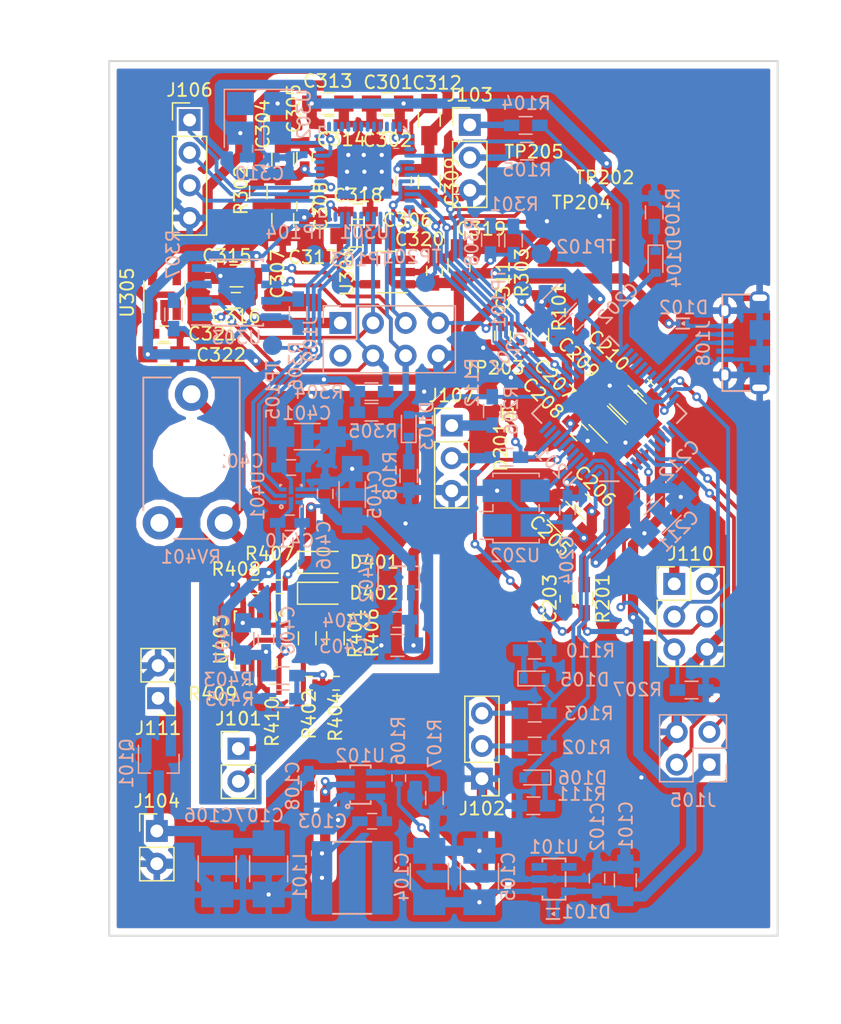
<source format=kicad_pcb>
(kicad_pcb (version 4) (host pcbnew 4.0.7)
  (layers (0 F.Cu signal) (31 B.Cu signal) (34 B.Paste user) (35 F.Paste user) (36 B.SilkS user) (37 F.SilkS user) (38 B.Mask user) (39 F.Mask user) (44 Edge.Cuts user))
  (net 0 "")
  (net 1 +3V3)
  (net 2 GND)
  (net 3 "Net-(C103-Pad1)")
  (net 4 "Net-(C103-Pad2)")
  (net 5 +5V)
  (net 6 "Net-(C106-Pad1)")
  (net 7 /STM32_RSTN)
  (net 8 +1V2)
  (net 9 "Net-(C307-Pad1)")
  (net 10 /FPGA_RSTN)
  (net 11 "Net-(C317-Pad1)")
  (net 12 "Net-(C405-Pad1)")
  (net 13 "Net-(C410-Pad1)")
  (net 14 "Net-(C410-Pad2)")
  (net 15 VBUS)
  (net 16 "Net-(D103-Pad1)")
  (net 17 /PA_EN)
  (net 18 "Net-(D104-Pad1)")
  (net 19 /VCO_EN)
  (net 20 "Net-(D105-Pad1)")
  (net 21 /LNA2_EN)
  (net 22 "Net-(D106-Pad1)")
  (net 23 /LNA1_EN)
  (net 24 "Net-(D201-Pad1)")
  (net 25 "Net-(D401-Pad1)")
  (net 26 "Net-(D401-Pad2)")
  (net 27 "Net-(D402-Pad2)")
  (net 28 /ADC/IN+)
  (net 29 /ADC/IN-)
  (net 30 "Net-(J102-Pad2)")
  (net 31 "Net-(J102-Pad3)")
  (net 32 "Net-(J103-Pad1)")
  (net 33 "Net-(J103-Pad2)")
  (net 34 /UART_TX)
  (net 35 /UART_RX)
  (net 36 /PLL_CLK)
  (net 37 /PLL_DATA)
  (net 38 /PLL_LE)
  (net 39 "Net-(J107-Pad1)")
  (net 40 /PDET)
  (net 41 /USB_D+)
  (net 42 /USB_D-)
  (net 43 /FLASH_SCK)
  (net 44 /FLASH_MISO)
  (net 45 /FLASH_MOSI)
  (net 46 /FLASH_CSN)
  (net 47 /STM32_SWCLK)
  (net 48 /STM32_SWDIO)
  (net 49 /STM32_BOOT)
  (net 50 "Net-(J111-Pad1)")
  (net 51 /STM32/STM32_FPGA_RSTN)
  (net 52 /PLL_MUXOUT)
  (net 53 /BUCK_FB)
  (net 54 /FPGA/CDONE)
  (net 55 "Net-(R306-Pad2)")
  (net 56 "Net-(R307-Pad2)")
  (net 57 "Net-(R402-Pad2)")
  (net 58 "Net-(R407-Pad2)")
  (net 59 "Net-(R408-Pad2)")
  (net 60 "Net-(R409-Pad1)")
  (net 61 "Net-(R409-Pad2)")
  (net 62 /ADC/ADC_SCK)
  (net 63 /ADC/ADC_CSN)
  (net 64 /ADC/ADC_MISO)
  (net 65 /FPGA/SPI0_CSN)
  (net 66 /FPGA/SPI0_MISO)
  (net 67 /FPGA/SPI0_CLK)
  (net 68 /FPGA/SPI0_MOSI)
  (net 69 "Net-(U201-Pad5)")
  (net 70 /FPGA/CLK_40MHz)
  (module Pin_Headers:Pin_Header_Straight_1x02_Pitch2.54mm (layer F.Cu) (at 110.05 153.46)
    (fp_text reference J101 (at 0 -2.33) (layer F.SilkS))
    (fp_text value BASEBAND)
    (pad 1 thru_hole rect (at 0 0) (size 1.7 1.7) (drill 1) (layers *.Cu *.Mask) (net 28 /ADC/IN+))
    (pad 2 thru_hole oval (at 0 2.54) (size 1.7 1.7) (drill 1) (layers *.Cu *.Mask) (net 29 /ADC/IN-))
  )
  (module Capacitors_SMD:C_0805_HandSoldering (layer B.Cu) (at 140.15 163.7 90)
    (fp_text reference C101 (at 4.25 0.05 90) (layer B.SilkS) (effects (justify mirror)))
    (fp_text value 10u)
    (pad 1 smd rect (at -1.25 0 90) (size 1.5 1.25) (layers B.Cu B.Paste B.Mask) (net 1 +3V3))
    (pad 2 smd rect (at 1.25 0 90) (size 1.5 1.25) (layers B.Cu B.Paste B.Mask) (net 2 GND))
  )
  (module Capacitors_SMD:C_0603_HandSoldering (layer B.Cu) (at 137.95 163.55 90)
    (fp_text reference C102 (at 4.02 0.02 90) (layer B.SilkS) (effects (justify mirror)))
    (fp_text value 100n)
    (pad 1 smd rect (at -0.95 0 90) (size 1.2 0.75) (layers B.Cu B.Paste B.Mask) (net 1 +3V3))
    (pad 2 smd rect (at 0.95 0 90) (size 1.2 0.75) (layers B.Cu B.Paste B.Mask) (net 2 GND))
  )
  (module Capacitors_SMD:C_0603_HandSoldering (layer B.Cu) (at 120.45 159.1 180)
    (fp_text reference C103 (at 3.85 0 180) (layer B.SilkS) (effects (justify mirror)))
    (fp_text value 100n)
    (pad 1 smd rect (at -0.95 0 180) (size 1.2 0.75) (layers B.Cu B.Paste B.Mask) (net 3 "Net-(C103-Pad1)"))
    (pad 2 smd rect (at 0.95 0 180) (size 1.2 0.75) (layers B.Cu B.Paste B.Mask) (net 4 "Net-(C103-Pad2)"))
  )
  (module Capacitors_SMD:C_1210_HandSoldering (layer B.Cu) (at 124.9 163.4 90)
    (fp_text reference C104 (at -0.03 -2.12 90) (layer B.SilkS) (effects (justify mirror)))
    (fp_text value 22u)
    (pad 1 smd rect (at -2 0 90) (size 2 2.5) (layers B.Cu B.Paste B.Mask) (net 5 +5V))
    (pad 2 smd rect (at 2 0 90) (size 2 2.5) (layers B.Cu B.Paste B.Mask) (net 2 GND))
  )
  (module Capacitors_SMD:C_1210_HandSoldering (layer B.Cu) (at 128.8 163.4 90)
    (fp_text reference C105 (at 0 2.25 90) (layer B.SilkS) (effects (justify mirror)))
    (fp_text value 22u)
    (pad 1 smd rect (at -2 0 90) (size 2 2.5) (layers B.Cu B.Paste B.Mask) (net 5 +5V))
    (pad 2 smd rect (at 2 0 90) (size 2 2.5) (layers B.Cu B.Paste B.Mask) (net 2 GND))
  )
  (module Capacitors_SMD:C_1210_HandSoldering (layer B.Cu) (at 108.4 162.8 270)
    (fp_text reference C106 (at -4.15 0.675 360) (layer B.SilkS) (effects (justify mirror)))
    (fp_text value 22u)
    (pad 1 smd rect (at -2 0 270) (size 2 2.5) (layers B.Cu B.Paste B.Mask) (net 6 "Net-(C106-Pad1)"))
    (pad 2 smd rect (at 2 0 270) (size 2 2.5) (layers B.Cu B.Paste B.Mask) (net 2 GND))
  )
  (module Capacitors_SMD:C_1210_HandSoldering (layer B.Cu) (at 112.4 162.8 270)
    (fp_text reference C107 (at -4.15 0.725 360) (layer B.SilkS) (effects (justify mirror)))
    (fp_text value 22u)
    (pad 1 smd rect (at -2 0 270) (size 2 2.5) (layers B.Cu B.Paste B.Mask) (net 6 "Net-(C106-Pad1)"))
    (pad 2 smd rect (at 2 0 270) (size 2 2.5) (layers B.Cu B.Paste B.Mask) (net 2 GND))
  )
  (module Capacitors_SMD:C_0603_HandSoldering (layer B.Cu) (at 115.524637 156.348077 270)
    (fp_text reference C108 (at 0 1.25 270) (layer B.SilkS) (effects (justify mirror)))
    (fp_text value 100n)
    (pad 1 smd rect (at -0.95 0 270) (size 1.2 0.75) (layers B.Cu B.Paste B.Mask) (net 6 "Net-(C106-Pad1)"))
    (pad 2 smd rect (at 0.95 0 270) (size 1.2 0.75) (layers B.Cu B.Paste B.Mask) (net 2 GND))
  )
  (module Capacitors_SMD:C_1206_HandSoldering (layer B.Cu) (at 134.9 118.8 225)
    (fp_text reference C201 (at 5.458864 -0.042426 225) (layer B.SilkS) (effects (justify mirror)))
    (fp_text value 4u7)
    (pad 1 smd rect (at -2 0 225) (size 2 1.6) (layers B.Cu B.Paste B.Mask) (net 1 +3V3))
    (pad 2 smd rect (at 2 0 225) (size 2 1.6) (layers B.Cu B.Paste B.Mask) (net 2 GND))
  )
  (module Capacitors_SMD:C_0603_HandSoldering (layer B.Cu) (at 136.2 120.3 225)
    (fp_text reference C202 (at -3.429468 -1.364716 225) (layer B.SilkS) (effects (justify mirror)))
    (fp_text value 100n)
    (pad 1 smd rect (at -0.95 0 225) (size 1.2 0.75) (layers B.Cu B.Paste B.Mask) (net 1 +3V3))
    (pad 2 smd rect (at 0.95 0 225) (size 1.2 0.75) (layers B.Cu B.Paste B.Mask) (net 2 GND))
  )
  (module Capacitors_SMD:C_0402 (layer F.Cu) (at 135.55 141.8 90)
    (fp_text reference C203 (at 0 -1.27 90) (layer F.SilkS))
    (fp_text value 10n)
    (pad 1 smd rect (at -0.55 0 90) (size 0.6 0.5) (layers F.Cu F.Paste F.Mask) (net 7 /STM32_RSTN))
    (pad 2 smd rect (at 0.55 0 90) (size 0.6 0.5) (layers F.Cu F.Paste F.Mask) (net 2 GND))
  )
  (module Capacitors_SMD:C_0603_HandSoldering (layer B.Cu) (at 135.65 134.9 90)
    (fp_text reference C204 (at -3.9 -0.05 90) (layer B.SilkS) (effects (justify mirror)))
    (fp_text value 100n)
    (pad 1 smd rect (at -0.95 0 90) (size 1.2 0.75) (layers B.Cu B.Paste B.Mask) (net 1 +3V3))
    (pad 2 smd rect (at 0.95 0 90) (size 1.2 0.75) (layers B.Cu B.Paste B.Mask) (net 2 GND))
  )
  (module Capacitors_SMD:C_1206_HandSoldering (layer F.Cu) (at 135.514214 135.664214 135)
    (fp_text reference C205 (at 0 -1.75 135) (layer F.SilkS))
    (fp_text value 4u7)
    (pad 1 smd rect (at -2 0 135) (size 2 1.6) (layers F.Cu F.Paste F.Mask) (net 1 +3V3))
    (pad 2 smd rect (at 2 0 135) (size 2 1.6) (layers F.Cu F.Paste F.Mask) (net 2 GND))
  )
  (module Capacitors_SMD:C_0603_HandSoldering (layer F.Cu) (at 136.871751 134.321751 135)
    (fp_text reference C206 (at 0.242893 1.555635 135) (layer F.SilkS))
    (fp_text value 100n)
    (pad 1 smd rect (at -0.95 0 135) (size 1.2 0.75) (layers F.Cu F.Paste F.Mask) (net 1 +3V3))
    (pad 2 smd rect (at 0.95 0 135) (size 1.2 0.75) (layers F.Cu F.Paste F.Mask) (net 2 GND))
  )
  (module Capacitors_SMD:C_1206_HandSoldering (layer F.Cu) (at 138.75 128.25 315)
    (fp_text reference C207 (at -5.374012 0.424264 315) (layer F.SilkS))
    (fp_text value 4u7)
    (pad 1 smd rect (at -2 0 315) (size 2 1.6) (layers F.Cu F.Paste F.Mask) (net 1 +3V3))
    (pad 2 smd rect (at 2 0 315) (size 2 1.6) (layers F.Cu F.Paste F.Mask) (net 2 GND))
  )
  (module Capacitors_SMD:C_0603_HandSoldering (layer F.Cu) (at 136.55 128.85 315)
    (fp_text reference C208 (at -3.853732 0.106066 315) (layer F.SilkS))
    (fp_text value 100n)
    (pad 1 smd rect (at -0.95 0 315) (size 1.2 0.75) (layers F.Cu F.Paste F.Mask) (net 1 +3V3))
    (pad 2 smd rect (at 0.95 0 315) (size 1.2 0.75) (layers F.Cu F.Paste F.Mask) (net 2 GND))
  )
  (module Capacitors_SMD:C_1206_HandSoldering (layer F.Cu) (at 140.35 126.65 135)
    (fp_text reference C209 (at 5.267946 -0.176777 135) (layer F.SilkS))
    (fp_text value 4u7)
    (pad 1 smd rect (at -2 0 135) (size 2 1.6) (layers F.Cu F.Paste F.Mask) (net 1 +3V3))
    (pad 2 smd rect (at 2 0 135) (size 2 1.6) (layers F.Cu F.Paste F.Mask) (net 2 GND))
  )
  (module Capacitors_SMD:C_0603_HandSoldering (layer F.Cu) (at 141.7 125.4 135)
    (fp_text reference C210 (at 4.065864 0.035355 135) (layer F.SilkS))
    (fp_text value 100n)
    (pad 1 smd rect (at -0.95 0 135) (size 1.2 0.75) (layers F.Cu F.Paste F.Mask) (net 1 +3V3))
    (pad 2 smd rect (at 0.95 0 135) (size 1.2 0.75) (layers F.Cu F.Paste F.Mask) (net 2 GND))
  )
  (module Capacitors_SMD:C_1206_HandSoldering (layer B.Cu) (at 143.05 135.3 45)
    (fp_text reference C211 (at 0 1.75 45) (layer B.SilkS) (effects (justify mirror)))
    (fp_text value 4u7)
    (pad 1 smd rect (at -2 0 45) (size 2 1.6) (layers B.Cu B.Paste B.Mask) (net 1 +3V3))
    (pad 2 smd rect (at 2 0 45) (size 2 1.6) (layers B.Cu B.Paste B.Mask) (net 2 GND))
  )
  (module Capacitors_SMD:C_0603_HandSoldering (layer B.Cu) (at 141.578249 133.871751 45)
    (fp_text reference C212 (at 3.941061 -0.021213 45) (layer B.SilkS) (effects (justify mirror)))
    (fp_text value 100n)
    (pad 1 smd rect (at -0.95 0 45) (size 1.2 0.75) (layers B.Cu B.Paste B.Mask) (net 1 +3V3))
    (pad 2 smd rect (at 0.95 0 45) (size 1.2 0.75) (layers B.Cu B.Paste B.Mask) (net 2 GND))
  )
  (module Capacitors_SMD:C_0805_HandSoldering (layer F.Cu) (at 121.65 103.3 180)
    (fp_text reference C301 (at -0.05 1.65 180) (layer F.SilkS))
    (fp_text value 10u)
    (pad 1 smd rect (at -1.25 0 180) (size 1.5 1.25) (layers F.Cu F.Paste F.Mask) (net 1 +3V3))
    (pad 2 smd rect (at 1.25 0 180) (size 1.5 1.25) (layers F.Cu F.Paste F.Mask) (net 2 GND))
  )
  (module Capacitors_SMD:C_0603_HandSoldering (layer F.Cu) (at 121.65 104.9 180)
    (fp_text reference C302 (at 0 -1.25 180) (layer F.SilkS))
    (fp_text value 100n)
    (pad 1 smd rect (at -0.95 0 180) (size 1.2 0.75) (layers F.Cu F.Paste F.Mask) (net 1 +3V3))
    (pad 2 smd rect (at 0.95 0 180) (size 1.2 0.75) (layers F.Cu F.Paste F.Mask) (net 2 GND))
  )
  (module Capacitors_SMD:C_0805_HandSoldering (layer F.Cu) (at 113.5 107.65 90)
    (fp_text reference C304 (at 2.75 -1.55 90) (layer F.SilkS))
    (fp_text value 10u)
    (pad 1 smd rect (at -1.25 0 90) (size 1.5 1.25) (layers F.Cu F.Paste F.Mask) (net 8 +1V2))
    (pad 2 smd rect (at 1.25 0 90) (size 1.5 1.25) (layers F.Cu F.Paste F.Mask) (net 2 GND))
  )
  (module Capacitors_SMD:C_0603_HandSoldering (layer F.Cu) (at 115.2 107.45 90)
    (fp_text reference C305 (at 3.75 -0.85 90) (layer F.SilkS))
    (fp_text value 100n)
    (pad 1 smd rect (at -0.95 0 90) (size 1.2 0.75) (layers F.Cu F.Paste F.Mask) (net 8 +1V2))
    (pad 2 smd rect (at 0.95 0 90) (size 1.2 0.75) (layers F.Cu F.Paste F.Mask) (net 2 GND))
  )
  (module Capacitors_SMD:C_0603_HandSoldering (layer F.Cu) (at 122.9 109.35 270)
    (fp_text reference C306 (at 3.02 -0.31 360) (layer F.SilkS))
    (fp_text value 100n)
    (pad 1 smd rect (at -0.95 0 270) (size 1.2 0.75) (layers F.Cu F.Paste F.Mask) (net 8 +1V2))
    (pad 2 smd rect (at 0.95 0 270) (size 1.2 0.75) (layers F.Cu F.Paste F.Mask) (net 2 GND))
  )
  (module Capacitors_SMD:C_0805_HandSoldering (layer F.Cu) (at 113.5 112.35 270)
    (fp_text reference C307 (at 4.2 0.4 270) (layer F.SilkS))
    (fp_text value 10u)
    (pad 1 smd rect (at -1.25 0 270) (size 1.5 1.25) (layers F.Cu F.Paste F.Mask) (net 9 "Net-(C307-Pad1)"))
    (pad 2 smd rect (at 1.25 0 270) (size 1.5 1.25) (layers F.Cu F.Paste F.Mask) (net 2 GND))
  )
  (module Capacitors_SMD:C_0603_HandSoldering (layer F.Cu) (at 115.2 111.3 270)
    (fp_text reference C308 (at 0 -1.25 270) (layer F.SilkS))
    (fp_text value 100n)
    (pad 1 smd rect (at -0.95 0 270) (size 1.2 0.75) (layers F.Cu F.Paste F.Mask) (net 9 "Net-(C307-Pad1)"))
    (pad 2 smd rect (at 0.95 0 270) (size 1.2 0.75) (layers F.Cu F.Paste F.Mask) (net 2 GND))
  )
  (module Capacitors_SMD:C_0805_HandSoldering (layer F.Cu) (at 124.9 109.4 270)
    (fp_text reference C309 (at 0 -1.75 270) (layer F.SilkS))
    (fp_text value 10u)
    (pad 1 smd rect (at -1.25 0 270) (size 1.5 1.25) (layers F.Cu F.Paste F.Mask) (net 8 +1V2))
    (pad 2 smd rect (at 1.25 0 270) (size 1.5 1.25) (layers F.Cu F.Paste F.Mask) (net 2 GND))
  )
  (module Capacitors_SMD:C_0603_HandSoldering (layer B.Cu) (at 111.7 107.5)
    (fp_text reference C310 (at 0 1.25) (layer B.SilkS) (effects (justify mirror)))
    (fp_text value 100n)
    (pad 1 smd rect (at -0.95 0) (size 1.2 0.75) (layers B.Cu B.Paste B.Mask) (net 1 +3V3))
    (pad 2 smd rect (at 0.95 0) (size 1.2 0.75) (layers B.Cu B.Paste B.Mask) (net 2 GND))
  )
  (module Capacitors_SMD:C_0603_HandSoldering (layer F.Cu) (at 130.6 121.35 270)
    (fp_text reference C311 (at -3.9 -0.05 270) (layer F.SilkS))
    (fp_text value 100n)
    (pad 1 smd rect (at -0.95 0 270) (size 1.2 0.75) (layers F.Cu F.Paste F.Mask) (net 10 /FPGA_RSTN))
    (pad 2 smd rect (at 0.95 0 270) (size 1.2 0.75) (layers F.Cu F.Paste F.Mask) (net 2 GND))
  )
  (module Capacitors_SMD:C_0805_HandSoldering (layer F.Cu) (at 124.9 104.55 90)
    (fp_text reference C312 (at 2.85 0.6 180) (layer F.SilkS))
    (fp_text value 10u)
    (pad 1 smd rect (at -1.25 0 90) (size 1.5 1.25) (layers F.Cu F.Paste F.Mask) (net 8 +1V2))
    (pad 2 smd rect (at 1.25 0 90) (size 1.5 1.25) (layers F.Cu F.Paste F.Mask) (net 2 GND))
  )
  (module Capacitors_SMD:C_0805_HandSoldering (layer F.Cu) (at 117 103.3)
    (fp_text reference C313 (at 0 -1.75) (layer F.SilkS))
    (fp_text value 10u)
    (pad 1 smd rect (at -1.25 0) (size 1.5 1.25) (layers F.Cu F.Paste F.Mask) (net 1 +3V3))
    (pad 2 smd rect (at 1.25 0) (size 1.5 1.25) (layers F.Cu F.Paste F.Mask) (net 2 GND))
  )
  (module Capacitors_SMD:C_0603_HandSoldering (layer F.Cu) (at 117.1 104.9)
    (fp_text reference C314 (at 0.95 1.2) (layer F.SilkS))
    (fp_text value 100n)
    (pad 1 smd rect (at -0.95 0) (size 1.2 0.75) (layers F.Cu F.Paste F.Mask) (net 1 +3V3))
    (pad 2 smd rect (at 0.95 0) (size 1.2 0.75) (layers F.Cu F.Paste F.Mask) (net 2 GND))
  )
  (module Capacitors_SMD:C_0805_HandSoldering (layer F.Cu) (at 109.9 116.7 180)
    (fp_text reference C315 (at 0.75 1.55 360) (layer F.SilkS))
    (fp_text value 10u)
    (pad 1 smd rect (at -1.25 0 180) (size 1.5 1.25) (layers F.Cu F.Paste F.Mask) (net 1 +3V3))
    (pad 2 smd rect (at 1.25 0 180) (size 1.5 1.25) (layers F.Cu F.Paste F.Mask) (net 2 GND))
  )
  (module Capacitors_SMD:C_0603_HandSoldering (layer F.Cu) (at 109.85 118.6 180)
    (fp_text reference C316 (at 0 -1.25 180) (layer F.SilkS))
    (fp_text value 100n)
    (pad 1 smd rect (at -0.95 0 180) (size 1.2 0.75) (layers F.Cu F.Paste F.Mask) (net 1 +3V3))
    (pad 2 smd rect (at 0.95 0 180) (size 1.2 0.75) (layers F.Cu F.Paste F.Mask) (net 2 GND))
  )
  (module Capacitors_SMD:C_0805_HandSoldering (layer F.Cu) (at 119.2 113.6)
    (fp_text reference C317 (at -3.35 1.65) (layer F.SilkS))
    (fp_text value 10u)
    (pad 1 smd rect (at -1.25 0) (size 1.5 1.25) (layers F.Cu F.Paste F.Mask) (net 11 "Net-(C317-Pad1)"))
    (pad 2 smd rect (at 1.25 0) (size 1.5 1.25) (layers F.Cu F.Paste F.Mask) (net 2 GND))
  )
  (module Capacitors_SMD:C_0603_HandSoldering (layer F.Cu) (at 119.35 111.7)
    (fp_text reference C318 (at 0 -1.25) (layer F.SilkS))
    (fp_text value 100n)
    (pad 1 smd rect (at -0.95 0) (size 1.2 0.75) (layers F.Cu F.Paste F.Mask) (net 11 "Net-(C317-Pad1)"))
    (pad 2 smd rect (at 0.95 0) (size 1.2 0.75) (layers F.Cu F.Paste F.Mask) (net 2 GND))
  )
  (module Capacitors_SMD:C_0805_HandSoldering (layer F.Cu) (at 127.2 115.85 90)
    (fp_text reference C319 (at 2.8 1.75 360) (layer F.SilkS))
    (fp_text value 10u)
    (pad 1 smd rect (at -1.25 0 90) (size 1.5 1.25) (layers F.Cu F.Paste F.Mask) (net 1 +3V3))
    (pad 2 smd rect (at 1.25 0 90) (size 1.5 1.25) (layers F.Cu F.Paste F.Mask) (net 2 GND))
  )
  (module Capacitors_SMD:C_0603_HandSoldering (layer F.Cu) (at 125.3 116.3 90)
    (fp_text reference C320 (at 2.45 -1.15 180) (layer F.SilkS))
    (fp_text value 100n)
    (pad 1 smd rect (at -0.95 0 90) (size 1.2 0.75) (layers F.Cu F.Paste F.Mask) (net 1 +3V3))
    (pad 2 smd rect (at 0.95 0 90) (size 1.2 0.75) (layers F.Cu F.Paste F.Mask) (net 2 GND))
  )
  (module Capacitors_SMD:C_1206_HandSoldering (layer B.Cu) (at 115.4 129.2)
    (fp_text reference C401 (at -0.03 -1.82) (layer B.SilkS) (effects (justify mirror)))
    (fp_text value 4u7)
    (pad 1 smd rect (at -2 0) (size 2 1.6) (layers B.Cu B.Paste B.Mask) (net 1 +3V3))
    (pad 2 smd rect (at 2 0) (size 2 1.6) (layers B.Cu B.Paste B.Mask) (net 2 GND))
  )
  (module Capacitors_SMD:C_0603_HandSoldering (layer B.Cu) (at 114.15 131.6)
    (fp_text reference C402 (at -4.04 -0.5) (layer B.SilkS) (effects (justify mirror)))
    (fp_text value 100n)
    (pad 1 smd rect (at -0.95 0) (size 1.2 0.75) (layers B.Cu B.Paste B.Mask) (net 1 +3V3))
    (pad 2 smd rect (at 0.95 0) (size 1.2 0.75) (layers B.Cu B.Paste B.Mask) (net 2 GND))
  )
  (module Capacitors_SMD:C_0805_HandSoldering (layer B.Cu) (at 122.417644 145.429574 180)
    (fp_text reference C403 (at 4.167644 -0.080426 180) (layer B.SilkS) (effects (justify mirror)))
    (fp_text value 10u)
    (pad 1 smd rect (at -1.25 0 180) (size 1.5 1.25) (layers B.Cu B.Paste B.Mask) (net 5 +5V))
    (pad 2 smd rect (at 1.25 0 180) (size 1.5 1.25) (layers B.Cu B.Paste B.Mask) (net 2 GND))
  )
  (module Capacitors_SMD:C_0603_HandSoldering (layer B.Cu) (at 122.417644 143.429574 180)
    (fp_text reference C404 (at 3.927644 -0.080426 180) (layer B.SilkS) (effects (justify mirror)))
    (fp_text value 0u1)
    (pad 1 smd rect (at -0.95 0 180) (size 1.2 0.75) (layers B.Cu B.Paste B.Mask) (net 5 +5V))
    (pad 2 smd rect (at 0.95 0 180) (size 1.2 0.75) (layers B.Cu B.Paste B.Mask) (net 2 GND))
  )
  (module Capacitors_SMD:C_1206_HandSoldering (layer B.Cu) (at 118.9 133.7 90)
    (fp_text reference C405 (at 0 1.75 90) (layer B.SilkS) (effects (justify mirror)))
    (fp_text value 4u7)
    (pad 1 smd rect (at -2 0 90) (size 2 1.6) (layers B.Cu B.Paste B.Mask) (net 12 "Net-(C405-Pad1)"))
    (pad 2 smd rect (at 2 0 90) (size 2 1.6) (layers B.Cu B.Paste B.Mask) (net 2 GND))
  )
  (module Capacitors_SMD:C_0603_HandSoldering (layer B.Cu) (at 116.8 133.65 90)
    (fp_text reference C406 (at -3.99 -0.1 90) (layer B.SilkS) (effects (justify mirror)))
    (fp_text value 100n)
    (pad 1 smd rect (at -0.95 0 90) (size 1.2 0.75) (layers B.Cu B.Paste B.Mask) (net 12 "Net-(C405-Pad1)"))
    (pad 2 smd rect (at 0.95 0 90) (size 1.2 0.75) (layers B.Cu B.Paste B.Mask) (net 2 GND))
  )
  (module Capacitors_SMD:C_0805_HandSoldering (layer B.Cu) (at 110.398077 144.925363 90)
    (fp_text reference C407 (at 0.025363 -1.568077 90) (layer B.SilkS) (effects (justify mirror)))
    (fp_text value 10u)
    (pad 1 smd rect (at -1.25 0 90) (size 1.5 1.25) (layers B.Cu B.Paste B.Mask) (net 12 "Net-(C405-Pad1)"))
    (pad 2 smd rect (at 1.25 0 90) (size 1.5 1.25) (layers B.Cu B.Paste B.Mask) (net 2 GND))
  )
  (module Capacitors_SMD:C_0603_HandSoldering (layer B.Cu) (at 112.198077 144.975363 90)
    (fp_text reference C408 (at 0.725363 1.701923 90) (layer B.SilkS) (effects (justify mirror)))
    (fp_text value 100n)
    (pad 1 smd rect (at -0.95 0 90) (size 1.2 0.75) (layers B.Cu B.Paste B.Mask) (net 12 "Net-(C405-Pad1)"))
    (pad 2 smd rect (at 0.95 0 90) (size 1.2 0.75) (layers B.Cu B.Paste B.Mask) (net 2 GND))
  )
  (module Capacitors_SMD:C_0603_HandSoldering (layer B.Cu) (at 114.05 135.9 180)
    (fp_text reference C410 (at 0.02 -1.4 180) (layer B.SilkS) (effects (justify mirror)))
    (fp_text value 1n)
    (pad 1 smd rect (at -0.95 0 180) (size 1.2 0.75) (layers B.Cu B.Paste B.Mask) (net 13 "Net-(C410-Pad1)"))
    (pad 2 smd rect (at 0.95 0 180) (size 1.2 0.75) (layers B.Cu B.Paste B.Mask) (net 14 "Net-(C410-Pad2)"))
  )
  (module digital:Panasonic_Diode-1006 (layer B.Cu) (at 134.52 166.3 90)
    (fp_text reference D101 (at 0.16 2.6 180) (layer B.SilkS) (effects (justify mirror)))
    (fp_text value DNC)
    (pad 2 smd rect (at 0 0.33 90) (size 0.6 0.3) (layers B.Cu B.Paste B.Mask) (net 1 +3V3))
    (pad 1 smd rect (at 0 -0.33 90) (size 0.6 0.3) (layers B.Cu B.Paste B.Mask) (net 5 +5V))
  )
  (module digital:Panasonic_Diode-1006 (layer B.Cu) (at 144.62 120.4 90)
    (fp_text reference D102 (at 1.24 0.07 180) (layer B.SilkS) (effects (justify mirror)))
    (fp_text value D_Schottky)
    (pad 2 smd rect (at 0 0.33 90) (size 0.6 0.3) (layers B.Cu B.Paste B.Mask) (net 15 VBUS))
    (pad 1 smd rect (at 0 -0.33 90) (size 0.6 0.3) (layers B.Cu B.Paste B.Mask) (net 5 +5V))
  )
  (module Diodes_SMD:D_0603 (layer B.Cu) (at 123.3 128.35 90)
    (fp_text reference D103 (at 0 1.4 90) (layer B.SilkS) (effects (justify mirror)))
    (fp_text value LED)
    (pad 1 smd rect (at -0.85 0 90) (size 0.6 0.8) (layers B.Cu B.Paste B.Mask) (net 16 "Net-(D103-Pad1)"))
    (pad 2 smd rect (at 0.85 0 90) (size 0.6 0.8) (layers B.Cu B.Paste B.Mask) (net 17 /PA_EN))
  )
  (module Diodes_SMD:D_0603 (layer B.Cu) (at 142.499024 115.615654 270)
    (fp_text reference D104 (at 0.094346 -1.470976 270) (layer B.SilkS) (effects (justify mirror)))
    (fp_text value LED)
    (pad 1 smd rect (at -0.85 0 270) (size 0.6 0.8) (layers B.Cu B.Paste B.Mask) (net 18 "Net-(D104-Pad1)"))
    (pad 2 smd rect (at 0.85 0 270) (size 0.6 0.8) (layers B.Cu B.Paste B.Mask) (net 19 /VCO_EN))
  )
  (module Diodes_SMD:D_0603 (layer B.Cu) (at 133.1 148)
    (fp_text reference D105 (at 3.9 0.1) (layer B.SilkS) (effects (justify mirror)))
    (fp_text value LED)
    (pad 1 smd rect (at -0.85 0) (size 0.6 0.8) (layers B.Cu B.Paste B.Mask) (net 20 "Net-(D105-Pad1)"))
    (pad 2 smd rect (at 0.85 0) (size 0.6 0.8) (layers B.Cu B.Paste B.Mask) (net 21 /LNA2_EN))
  )
  (module Diodes_SMD:D_0603 (layer B.Cu) (at 133.05 155.7 180)
    (fp_text reference D106 (at -3.77 -0.04 180) (layer B.SilkS) (effects (justify mirror)))
    (fp_text value LED)
    (pad 1 smd rect (at -0.85 0 180) (size 0.6 0.8) (layers B.Cu B.Paste B.Mask) (net 22 "Net-(D106-Pad1)"))
    (pad 2 smd rect (at 0.85 0 180) (size 0.6 0.8) (layers B.Cu B.Paste B.Mask) (net 23 /LNA1_EN))
  )
  (module digital:Diodes_SOD923 (layer F.Cu) (at 131 127.45 270)
    (fp_text reference D201 (at 2.55 0.55 270) (layer F.SilkS))
    (fp_text value 3V3)
    (pad 1 smd rect (at 0.45 0 270) (size 0.3 0.4) (layers F.Cu F.Paste F.Mask) (net 24 "Net-(D201-Pad1)"))
    (pad 2 smd rect (at -0.45 0 270) (size 0.3 0.4) (layers F.Cu F.Paste F.Mask) (net 2 GND))
  )
  (module Diodes_SMD:D_SOD-323_HandSoldering (layer F.Cu) (at 116.548077 138.975363)
    (fp_text reference D401 (at 4.076923 -0.025363) (layer F.SilkS))
    (fp_text value 2V7)
    (pad 1 smd rect (at -1.25 0) (size 1 1) (layers F.Cu F.Paste F.Mask) (net 25 "Net-(D401-Pad1)"))
    (pad 2 smd rect (at 1.25 0) (size 1 1) (layers F.Cu F.Paste F.Mask) (net 26 "Net-(D401-Pad2)"))
  )
  (module Diodes_SMD:D_SOD-323_HandSoldering (layer F.Cu) (at 116.548077 141.375363)
    (fp_text reference D402 (at 4.051923 -0.025363) (layer F.SilkS))
    (fp_text value 2V7)
    (pad 1 smd rect (at -1.25 0) (size 1 1) (layers F.Cu F.Paste F.Mask) (net 25 "Net-(D401-Pad1)"))
    (pad 2 smd rect (at 1.25 0) (size 1 1) (layers F.Cu F.Paste F.Mask) (net 27 "Net-(D402-Pad2)"))
  )
  (module Pin_Headers:Pin_Header_Straight_1x02_Pitch2.54mm (layer F.Cu) (at 110.05 153.46)
    (fp_text reference J101 (at 0 -2.33) (layer F.SilkS))
    (fp_text value BASEBAND)
    (pad 1 thru_hole rect (at 0 0) (size 1.7 1.7) (drill 1) (layers *.Cu *.Mask) (net 28 /ADC/IN+))
    (pad 2 thru_hole oval (at 0 2.54) (size 1.7 1.7) (drill 1) (layers *.Cu *.Mask) (net 29 /ADC/IN-))
  )
  (module Pin_Headers:Pin_Header_Straight_1x03_Pitch2.54mm (layer F.Cu) (at 128.9939 155.7909 180)
    (fp_text reference J102 (at 0 -2.33 180) (layer F.SilkS))
    (fp_text value LNA_INTERFACE)
    (pad 1 thru_hole rect (at 0 0 180) (size 1.7 1.7) (drill 1) (layers *.Cu *.Mask) (net 2 GND))
    (pad 2 thru_hole oval (at 0 2.54 180) (size 1.7 1.7) (drill 1) (layers *.Cu *.Mask) (net 30 "Net-(J102-Pad2)"))
    (pad 3 thru_hole oval (at 0 5.08 180) (size 1.7 1.7) (drill 1) (layers *.Cu *.Mask) (net 31 "Net-(J102-Pad3)"))
  )
  (module Pin_Headers:Pin_Header_Straight_1x03_Pitch2.54mm (layer F.Cu) (at 128.05 104.96)
    (fp_text reference J103 (at 0 -2.33) (layer F.SilkS))
    (fp_text value VCO_INTERFACE)
    (pad 1 thru_hole rect (at 0 0) (size 1.7 1.7) (drill 1) (layers *.Cu *.Mask) (net 32 "Net-(J103-Pad1)"))
    (pad 2 thru_hole oval (at 0 2.54) (size 1.7 1.7) (drill 1) (layers *.Cu *.Mask) (net 33 "Net-(J103-Pad2)"))
    (pad 3 thru_hole oval (at 0 5.08) (size 1.7 1.7) (drill 1) (layers *.Cu *.Mask) (net 2 GND))
  )
  (module Pin_Headers:Pin_Header_Straight_1x02_Pitch2.54mm (layer F.Cu) (at 103.7 159.86)
    (fp_text reference J104 (at 0 -2.33) (layer F.SilkS))
    (fp_text value RF_POWER)
    (pad 1 thru_hole rect (at 0 0) (size 1.7 1.7) (drill 1) (layers *.Cu *.Mask) (net 6 "Net-(C106-Pad1)"))
    (pad 2 thru_hole oval (at 0 2.54) (size 1.7 1.7) (drill 1) (layers *.Cu *.Mask) (net 2 GND))
  )
  (module Pin_Headers:Pin_Header_Straight_2x02_Pitch2.54mm (layer B.Cu) (at 146.69 154.7 90)
    (fp_text reference J105 (at -2.77 -1.27 180) (layer B.SilkS) (effects (justify mirror)))
    (fp_text value UART)
    (pad 1 thru_hole rect (at 0 0 90) (size 1.7 1.7) (drill 1) (layers *.Cu *.Mask) (net 1 +3V3))
    (pad 2 thru_hole oval (at 2.54 0 90) (size 1.7 1.7) (drill 1) (layers *.Cu *.Mask) (net 34 /UART_TX))
    (pad 3 thru_hole oval (at 0 -2.54 90) (size 1.7 1.7) (drill 1) (layers *.Cu *.Mask) (net 35 /UART_RX))
    (pad 4 thru_hole oval (at 2.54 -2.54 90) (size 1.7 1.7) (drill 1) (layers *.Cu *.Mask) (net 2 GND))
  )
  (module Pin_Headers:Pin_Header_Straight_1x03_Pitch2.54mm (layer F.Cu) (at 126.6444 128.3335)
    (fp_text reference J107 (at 0 -2.33) (layer F.SilkS))
    (fp_text value PA_INTERFACE)
    (pad 1 thru_hole rect (at 0 0) (size 1.7 1.7) (drill 1) (layers *.Cu *.Mask) (net 39 "Net-(J107-Pad1)"))
    (pad 2 thru_hole oval (at 0 2.54) (size 1.7 1.7) (drill 1) (layers *.Cu *.Mask) (net 40 /PDET))
    (pad 3 thru_hole oval (at 0 5.08) (size 1.7 1.7) (drill 1) (layers *.Cu *.Mask) (net 2 GND))
  )
  (module digital:10118194 (layer B.Cu) (at 147.9 121.9 270)
    (fp_text reference J108 (at 0.03 1.69 270) (layer B.SilkS) (effects (justify mirror)))
    (fp_text value USB_OTG)
    (pad 6 thru_hole oval (at 2.5 0 270) (size 1.25 0.95) (drill oval 0.85 0.55) (layers *.Cu *.Mask) (net 2 GND))
    (pad 6 thru_hole oval (at -2.5 0 270) (size 1.25 0.95) (drill oval 0.85 0.55) (layers *.Cu *.Mask) (net 2 GND))
    (pad 3 smd rect (at 0 0 270) (size 0.4 1.35) (layers B.Cu B.Paste B.Mask) (net 41 /USB_D+))
    (pad 2 smd rect (at -0.65 0 270) (size 0.4 1.35) (layers B.Cu B.Paste B.Mask) (net 42 /USB_D-))
    (pad 1 smd rect (at -1.3 0 270) (size 0.4 1.35) (layers B.Cu B.Paste B.Mask) (net 15 VBUS))
    (pad 5 smd rect (at 1.3 0 270) (size 0.4 1.35) (layers B.Cu B.Paste B.Mask) (net 2 GND))
    (pad 4 smd rect (at 0.65 0 270) (size 0.4 1.35) (layers B.Cu B.Paste B.Mask))
    (pad 6 thru_hole oval (at 3.5 -2.7 270) (size 1 1.55) (drill oval 0.5 1.15) (layers *.Cu *.Mask) (net 2 GND))
    (pad 6 thru_hole oval (at -3.5 -2.7 90) (size 1 1.55) (drill oval 0.5 1.15) (layers *.Cu *.Mask) (net 2 GND))
    (pad 6 smd rect (at 2.9 -2.7 270) (size 1.2 1.55) (layers B.Cu B.Paste B.Mask) (net 2 GND))
    (pad 6 smd rect (at -2.9 -2.7 270) (size 1.2 1.55) (layers B.Cu B.Paste B.Mask) (net 2 GND))
    (pad 6 smd rect (at 1 -2.7 270) (size 1.5 1.55) (layers B.Cu B.Paste B.Mask) (net 2 GND))
    (pad 6 smd rect (at -1 -2.7 270) (size 1.5 1.55) (layers B.Cu B.Paste B.Mask) (net 2 GND))
  )
  (module Pin_Headers:Pin_Header_Straight_2x04_Pitch2.54mm (layer B.Cu) (at 117.98 120.36 270)
    (fp_text reference J109 (at 1.27 2.33 270) (layer B.SilkS) (effects (justify mirror)))
    (fp_text value FPGA_PROG)
    (pad 1 thru_hole rect (at 0 0 270) (size 1.7 1.7) (drill 1) (layers *.Cu *.Mask) (net 1 +3V3))
    (pad 2 thru_hole oval (at 2.54 0 270) (size 1.7 1.7) (drill 1) (layers *.Cu *.Mask))
    (pad 3 thru_hole oval (at 0 -2.54 270) (size 1.7 1.7) (drill 1) (layers *.Cu *.Mask) (net 46 /FLASH_CSN))
    (pad 4 thru_hole oval (at 2.54 -2.54 270) (size 1.7 1.7) (drill 1) (layers *.Cu *.Mask) (net 44 /FLASH_MISO))
    (pad 5 thru_hole oval (at 0 -5.08 270) (size 1.7 1.7) (drill 1) (layers *.Cu *.Mask) (net 45 /FLASH_MOSI))
    (pad 6 thru_hole oval (at 2.54 -5.08 270) (size 1.7 1.7) (drill 1) (layers *.Cu *.Mask) (net 43 /FLASH_SCK))
    (pad 7 thru_hole oval (at 0 -7.62 270) (size 1.7 1.7) (drill 1) (layers *.Cu *.Mask) (net 10 /FPGA_RSTN))
    (pad 8 thru_hole oval (at 2.54 -7.62 270) (size 1.7 1.7) (drill 1) (layers *.Cu *.Mask) (net 2 GND))
  )
  (module Pin_Headers:Pin_Header_Straight_2x03_Pitch2.54mm (layer F.Cu) (at 143.96 140.65)
    (fp_text reference J110 (at 1.27 -2.33) (layer F.SilkS))
    (fp_text value SWD/JTAG)
    (pad 1 thru_hole rect (at 0 0) (size 1.7 1.7) (drill 1) (layers *.Cu *.Mask) (net 1 +3V3))
    (pad 2 thru_hole oval (at 2.54 0) (size 1.7 1.7) (drill 1) (layers *.Cu *.Mask) (net 47 /STM32_SWCLK))
    (pad 3 thru_hole oval (at 0 2.54) (size 1.7 1.7) (drill 1) (layers *.Cu *.Mask) (net 48 /STM32_SWDIO))
    (pad 4 thru_hole oval (at 2.54 2.54) (size 1.7 1.7) (drill 1) (layers *.Cu *.Mask) (net 7 /STM32_RSTN))
    (pad 5 thru_hole oval (at 0 5.08) (size 1.7 1.7) (drill 1) (layers *.Cu *.Mask) (net 49 /STM32_BOOT))
    (pad 6 thru_hole oval (at 2.54 5.08) (size 1.7 1.7) (drill 1) (layers *.Cu *.Mask) (net 2 GND))
  )
  (module Pin_Headers:Pin_Header_Straight_1x02_Pitch2.54mm (layer F.Cu) (at 103.8 149.54 180)
    (fp_text reference J111 (at 0 -2.33 180) (layer F.SilkS))
    (fp_text value PWR_IN)
    (pad 1 thru_hole rect (at 0 0 180) (size 1.7 1.7) (drill 1) (layers *.Cu *.Mask) (net 50 "Net-(J111-Pad1)"))
    (pad 2 thru_hole oval (at 0 2.54 180) (size 1.7 1.7) (drill 1) (layers *.Cu *.Mask) (net 2 GND))
  )
  (module digital:Murata_DG6050C (layer B.Cu) (at 118.9 163.5)
    (fp_text reference L101 (at -4.05 -0.1 90) (layer B.SilkS) (effects (justify mirror)))
    (fp_text value 100u)
    (pad 2 smd rect (at 2.35 0) (size 1.6 5.7) (layers B.Cu B.Paste B.Mask) (net 5 +5V))
    (pad 1 smd rect (at -2.35 0) (size 1.6 5.7) (layers B.Cu B.Paste B.Mask) (net 4 "Net-(C103-Pad2)"))
  )
  (module TO_SOT_Packages_SMD:SOT-23 (layer B.Cu) (at 103.85 154.6 270)
    (fp_text reference Q101 (at 0 2.5 270) (layer B.SilkS) (effects (justify mirror)))
    (fp_text value Q_PMOS_GSD)
    (pad 1 smd rect (at -1 0.95 270) (size 0.9 0.8) (layers B.Cu B.Paste B.Mask) (net 2 GND))
    (pad 2 smd rect (at -1 -0.95 270) (size 0.9 0.8) (layers B.Cu B.Paste B.Mask) (net 50 "Net-(J111-Pad1)"))
    (pad 3 smd rect (at 1 0 270) (size 0.9 0.8) (layers B.Cu B.Paste B.Mask) (net 6 "Net-(C106-Pad1)"))
  )
  (module Resistors_SMD:R_0603_HandSoldering (layer F.Cu) (at 133.5 121.3 90)
    (fp_text reference R101 (at 2.2 1.5 90) (layer F.SilkS))
    (fp_text value 10k)
    (pad 1 smd rect (at -1.1 0 90) (size 1.2 0.9) (layers F.Cu F.Paste F.Mask) (net 51 /STM32/STM32_FPGA_RSTN))
    (pad 2 smd rect (at 1.1 0 90) (size 1.2 0.9) (layers F.Cu F.Paste F.Mask) (net 10 /FPGA_RSTN))
  )
  (module Resistors_SMD:R_0603_HandSoldering (layer B.Cu) (at 133.1 153.25)
    (fp_text reference R102 (at 4.03 0.11) (layer B.SilkS) (effects (justify mirror)))
    (fp_text value 470)
    (pad 1 smd rect (at -1.1 0) (size 1.2 0.9) (layers B.Cu B.Paste B.Mask) (net 30 "Net-(J102-Pad2)"))
    (pad 2 smd rect (at 1.1 0) (size 1.2 0.9) (layers B.Cu B.Paste B.Mask) (net 23 /LNA1_EN))
  )
  (module Resistors_SMD:R_0603_HandSoldering (layer B.Cu) (at 133.1 150.7)
    (fp_text reference R103 (at 4.22 0.03) (layer B.SilkS) (effects (justify mirror)))
    (fp_text value 470)
    (pad 1 smd rect (at -1.1 0) (size 1.2 0.9) (layers B.Cu B.Paste B.Mask) (net 31 "Net-(J102-Pad3)"))
    (pad 2 smd rect (at 1.1 0) (size 1.2 0.9) (layers B.Cu B.Paste B.Mask) (net 21 /LNA2_EN))
  )
  (module Resistors_SMD:R_0603_HandSoldering (layer B.Cu) (at 132.4 105)
    (fp_text reference R104 (at 0.03 -1.72) (layer B.SilkS) (effects (justify mirror)))
    (fp_text value 470)
    (pad 1 smd rect (at -1.1 0) (size 1.2 0.9) (layers B.Cu B.Paste B.Mask) (net 32 "Net-(J103-Pad1)"))
    (pad 2 smd rect (at 1.1 0) (size 1.2 0.9) (layers B.Cu B.Paste B.Mask) (net 19 /VCO_EN))
  )
  (module Resistors_SMD:R_0603_HandSoldering (layer B.Cu) (at 132.5 107)
    (fp_text reference R105 (at 0 1.45) (layer B.SilkS) (effects (justify mirror)))
    (fp_text value 470)
    (pad 1 smd rect (at -1.1 0) (size 1.2 0.9) (layers B.Cu B.Paste B.Mask) (net 33 "Net-(J103-Pad2)"))
    (pad 2 smd rect (at 1.1 0) (size 1.2 0.9) (layers B.Cu B.Paste B.Mask) (net 52 /PLL_MUXOUT))
  )
  (module Resistors_SMD:R_0402 (layer B.Cu) (at 122.524637 155.748077 90)
    (fp_text reference R106 (at 2.908077 -0.034637 90) (layer B.SilkS) (effects (justify mirror)))
    (fp_text value 100k)
    (pad 1 smd rect (at -0.45 0 90) (size 0.4 0.6) (layers B.Cu B.Paste B.Mask) (net 5 +5V))
    (pad 2 smd rect (at 0.45 0 90) (size 0.4 0.6) (layers B.Cu B.Paste B.Mask) (net 53 /BUCK_FB))
  )
  (module Resistors_SMD:R_0603_HandSoldering (layer B.Cu) (at 125.3 157.3 270)
    (fp_text reference R107 (at -4.25 -0.02 270) (layer B.SilkS) (effects (justify mirror)))
    (fp_text value 10k)
    (pad 1 smd rect (at -1.1 0 270) (size 1.2 0.9) (layers B.Cu B.Paste B.Mask) (net 53 /BUCK_FB))
    (pad 2 smd rect (at 1.1 0 270) (size 1.2 0.9) (layers B.Cu B.Paste B.Mask) (net 2 GND))
  )
  (module Resistors_SMD:R_0603_HandSoldering (layer B.Cu) (at 123.3 132.25 270)
    (fp_text reference R108 (at 0 1.45 270) (layer B.SilkS) (effects (justify mirror)))
    (fp_text value 470)
    (pad 1 smd rect (at -1.1 0 270) (size 1.2 0.9) (layers B.Cu B.Paste B.Mask) (net 16 "Net-(D103-Pad1)"))
    (pad 2 smd rect (at 1.1 0 270) (size 1.2 0.9) (layers B.Cu B.Paste B.Mask) (net 2 GND))
  )
  (module Resistors_SMD:R_0603_HandSoldering (layer B.Cu) (at 142.399024 111.765654 90)
    (fp_text reference R109 (at 0 1.45 90) (layer B.SilkS) (effects (justify mirror)))
    (fp_text value 470)
    (pad 1 smd rect (at -1.1 0 90) (size 1.2 0.9) (layers B.Cu B.Paste B.Mask) (net 18 "Net-(D104-Pad1)"))
    (pad 2 smd rect (at 1.1 0 90) (size 1.2 0.9) (layers B.Cu B.Paste B.Mask) (net 2 GND))
  )
  (module Resistors_SMD:R_0603_HandSoldering (layer B.Cu) (at 133.1 145.8)
    (fp_text reference R110 (at 4.34 0.05) (layer B.SilkS) (effects (justify mirror)))
    (fp_text value 470)
    (pad 1 smd rect (at -1.1 0) (size 1.2 0.9) (layers B.Cu B.Paste B.Mask) (net 20 "Net-(D105-Pad1)"))
    (pad 2 smd rect (at 1.1 0) (size 1.2 0.9) (layers B.Cu B.Paste B.Mask) (net 2 GND))
  )
  (module Resistors_SMD:R_0603_HandSoldering (layer B.Cu) (at 133 157.9 180)
    (fp_text reference R111 (at -3.75 0.91 180) (layer B.SilkS) (effects (justify mirror)))
    (fp_text value 470)
    (pad 1 smd rect (at -1.1 0 180) (size 1.2 0.9) (layers B.Cu B.Paste B.Mask) (net 22 "Net-(D106-Pad1)"))
    (pad 2 smd rect (at 1.1 0 180) (size 1.2 0.9) (layers B.Cu B.Paste B.Mask) (net 2 GND))
  )
  (module Resistors_SMD:R_0603_HandSoldering (layer B.Cu) (at 129.8 127.2 90)
    (fp_text reference R112 (at 2.2 -1.57 90) (layer B.SilkS) (effects (justify mirror)))
    (fp_text value 470)
    (pad 1 smd rect (at -1.1 0 90) (size 1.2 0.9) (layers B.Cu B.Paste B.Mask) (net 39 "Net-(J107-Pad1)"))
    (pad 2 smd rect (at 1.1 0 90) (size 1.2 0.9) (layers B.Cu B.Paste B.Mask) (net 17 /PA_EN))
  )
  (module Resistors_SMD:R_0603_HandSoldering (layer F.Cu) (at 136.95 141.8 270)
    (fp_text reference R201 (at 0 -1.45 270) (layer F.SilkS))
    (fp_text value 10k)
    (pad 1 smd rect (at -1.1 0 270) (size 1.2 0.9) (layers F.Cu F.Paste F.Mask) (net 1 +3V3))
    (pad 2 smd rect (at 1.1 0 270) (size 1.2 0.9) (layers F.Cu F.Paste F.Mask) (net 7 /STM32_RSTN))
  )
  (module Resistors_SMD:R_0603_HandSoldering (layer B.Cu) (at 130.9 130.8)
    (fp_text reference R206 (at 0.37 -3.64 90) (layer B.SilkS) (effects (justify mirror)))
    (fp_text value 10k)
    (pad 1 smd rect (at -1.1 0) (size 1.2 0.9) (layers B.Cu B.Paste B.Mask) (net 40 /PDET))
    (pad 2 smd rect (at 1.1 0) (size 1.2 0.9) (layers B.Cu B.Paste B.Mask) (net 24 "Net-(D201-Pad1)"))
  )
  (module Resistors_SMD:R_0603_HandSoldering (layer B.Cu) (at 145.3 148.9)
    (fp_text reference R207 (at -4.21 -0.03) (layer B.SilkS) (effects (justify mirror)))
    (fp_text value 10k)
    (pad 1 smd rect (at -1.1 0) (size 1.2 0.9) (layers B.Cu B.Paste B.Mask) (net 49 /STM32_BOOT))
    (pad 2 smd rect (at 1.1 0) (size 1.2 0.9) (layers B.Cu B.Paste B.Mask) (net 2 GND))
  )
  (module Resistors_SMD:R_0603_HandSoldering (layer B.Cu) (at 131.45 113.95 90)
    (fp_text reference R301 (at 2.82 0.04 180) (layer B.SilkS) (effects (justify mirror)))
    (fp_text value 10k)
    (pad 1 smd rect (at -1.1 0 90) (size 1.2 0.9) (layers B.Cu B.Paste B.Mask) (net 1 +3V3))
    (pad 2 smd rect (at 1.1 0 90) (size 1.2 0.9) (layers B.Cu B.Paste B.Mask) (net 54 /FPGA/CDONE))
  )
  (module Resistors_SMD:R_0603_HandSoldering (layer F.Cu) (at 111.6 110.2 270)
    (fp_text reference R302 (at -0.15 1.35 270) (layer F.SilkS))
    (fp_text value 100)
    (pad 1 smd rect (at -1.1 0 270) (size 1.2 0.9) (layers F.Cu F.Paste F.Mask) (net 8 +1V2))
    (pad 2 smd rect (at 1.1 0 270) (size 1.2 0.9) (layers F.Cu F.Paste F.Mask) (net 9 "Net-(C307-Pad1)"))
  )
  (module Resistors_SMD:R_0402 (layer F.Cu) (at 132 121.35 270)
    (fp_text reference R303 (at -4.9 -0.1 270) (layer F.SilkS))
    (fp_text value 100k)
    (pad 1 smd rect (at -0.45 0 270) (size 0.4 0.6) (layers F.Cu F.Paste F.Mask) (net 10 /FPGA_RSTN))
    (pad 2 smd rect (at 0.45 0 270) (size 0.4 0.6) (layers F.Cu F.Paste F.Mask) (net 2 GND))
  )
  (module Resistors_SMD:R_0603_HandSoldering (layer B.Cu) (at 120.4 125.7)
    (fp_text reference R304 (at -4.09 0.04) (layer B.SilkS) (effects (justify mirror)))
    (fp_text value 10k)
    (pad 1 smd rect (at -1.1 0) (size 1.2 0.9) (layers B.Cu B.Paste B.Mask) (net 1 +3V3))
    (pad 2 smd rect (at 1.1 0) (size 1.2 0.9) (layers B.Cu B.Paste B.Mask) (net 44 /FLASH_MISO))
  )
  (module Resistors_SMD:R_0603_HandSoldering (layer B.Cu) (at 120.4 127.3)
    (fp_text reference R305 (at 0.12 1.47) (layer B.SilkS) (effects (justify mirror)))
    (fp_text value 10k)
    (pad 1 smd rect (at -1.1 0) (size 1.2 0.9) (layers B.Cu B.Paste B.Mask) (net 1 +3V3))
    (pad 2 smd rect (at 1.1 0) (size 1.2 0.9) (layers B.Cu B.Paste B.Mask) (net 43 /FLASH_SCK))
  )
  (module Resistors_SMD:R_0603_HandSoldering (layer B.Cu) (at 114.7 119.6 90)
    (fp_text reference R306 (at -4.11 -0.19 90) (layer B.SilkS) (effects (justify mirror)))
    (fp_text value 10k)
    (pad 1 smd rect (at -1.1 0 90) (size 1.2 0.9) (layers B.Cu B.Paste B.Mask) (net 1 +3V3))
    (pad 2 smd rect (at 1.1 0 90) (size 1.2 0.9) (layers B.Cu B.Paste B.Mask) (net 55 "Net-(R306-Pad2)"))
  )
  (module Resistors_SMD:R_0603_HandSoldering (layer B.Cu) (at 105 119.7 90)
    (fp_text reference R307 (at 4.68 -0.03 90) (layer B.SilkS) (effects (justify mirror)))
    (fp_text value 10k)
    (pad 1 smd rect (at -1.1 0 90) (size 1.2 0.9) (layers B.Cu B.Paste B.Mask) (net 1 +3V3))
    (pad 2 smd rect (at 1.1 0 90) (size 1.2 0.9) (layers B.Cu B.Paste B.Mask) (net 56 "Net-(R307-Pad2)"))
  )
  (module Resistors_SMD:R_0603_HandSoldering (layer B.Cu) (at 129.65 113.9 90)
    (fp_text reference R308 (at -0.16 -1.44 90) (layer B.SilkS) (effects (justify mirror)))
    (fp_text value 10k)
    (pad 1 smd rect (at -1.1 0 90) (size 1.2 0.9) (layers B.Cu B.Paste B.Mask) (net 1 +3V3))
    (pad 2 smd rect (at 1.1 0 90) (size 1.2 0.9) (layers B.Cu B.Paste B.Mask) (net 54 /FPGA/CDONE))
  )
  (module Resistors_SMD:R_0603_HandSoldering (layer F.Cu) (at 115.398077 144.875363 270)
    (fp_text reference R401 (at -0.375363 -3.726923 270) (layer F.SilkS))
    (fp_text value 47k)
    (pad 1 smd rect (at -1.1 0 270) (size 1.2 0.9) (layers F.Cu F.Paste F.Mask) (net 26 "Net-(D401-Pad2)"))
    (pad 2 smd rect (at 1.1 0 270) (size 1.2 0.9) (layers F.Cu F.Paste F.Mask) (net 28 /ADC/IN+))
  )
  (module Resistors_SMD:R_0402 (layer F.Cu) (at 115.548077 148.375363)
    (fp_text reference R402 (at 0.001923 2.449637 90) (layer F.SilkS))
    (fp_text value 470k)
    (pad 1 smd rect (at -0.45 0) (size 0.4 0.6) (layers F.Cu F.Paste F.Mask) (net 28 /ADC/IN+))
    (pad 2 smd rect (at 0.45 0) (size 0.4 0.6) (layers F.Cu F.Paste F.Mask) (net 57 "Net-(R402-Pad2)"))
  )
  (module Resistors_SMD:R_0603_HandSoldering (layer B.Cu) (at 113.498077 147.775363)
    (fp_text reference R403 (at -4.258077 0.314637) (layer B.SilkS) (effects (justify mirror)))
    (fp_text value 10k)
    (pad 1 smd rect (at -1.1 0) (size 1.2 0.9) (layers B.Cu B.Paste B.Mask) (net 12 "Net-(C405-Pad1)"))
    (pad 2 smd rect (at 1.1 0) (size 1.2 0.9) (layers B.Cu B.Paste B.Mask) (net 57 "Net-(R402-Pad2)"))
  )
  (module Resistors_SMD:R_0402 (layer F.Cu) (at 117.648077 148.375363)
    (fp_text reference R404 (at -0.048077 2.624637 90) (layer F.SilkS))
    (fp_text value 470k)
    (pad 1 smd rect (at -0.45 0) (size 0.4 0.6) (layers F.Cu F.Paste F.Mask) (net 57 "Net-(R402-Pad2)"))
    (pad 2 smd rect (at 0.45 0) (size 0.4 0.6) (layers F.Cu F.Paste F.Mask) (net 29 /ADC/IN-))
  )
  (module Resistors_SMD:R_0603_HandSoldering (layer B.Cu) (at 113.498077 149.575363 180)
    (fp_text reference R405 (at 4.138077 -0.044637 180) (layer B.SilkS) (effects (justify mirror)))
    (fp_text value 10k)
    (pad 1 smd rect (at -1.1 0 180) (size 1.2 0.9) (layers B.Cu B.Paste B.Mask) (net 57 "Net-(R402-Pad2)"))
    (pad 2 smd rect (at 1.1 0 180) (size 1.2 0.9) (layers B.Cu B.Paste B.Mask) (net 2 GND))
  )
  (module Resistors_SMD:R_0603_HandSoldering (layer F.Cu) (at 117.598077 144.875363 270)
    (fp_text reference R406 (at -0.425363 -2.826923 270) (layer F.SilkS))
    (fp_text value 47k)
    (pad 1 smd rect (at -1.1 0 270) (size 1.2 0.9) (layers F.Cu F.Paste F.Mask) (net 27 "Net-(D402-Pad2)"))
    (pad 2 smd rect (at 1.1 0 270) (size 1.2 0.9) (layers F.Cu F.Paste F.Mask) (net 29 /ADC/IN-))
  )
  (module Resistors_SMD:R_0402 (layer F.Cu) (at 113.248077 140.875363 180)
    (fp_text reference R407 (at 0.773077 2.575363 180) (layer F.SilkS))
    (fp_text value 1k5)
    (pad 1 smd rect (at -0.45 0 180) (size 0.4 0.6) (layers F.Cu F.Paste F.Mask) (net 13 "Net-(C410-Pad1)"))
    (pad 2 smd rect (at 0.45 0 180) (size 0.4 0.6) (layers F.Cu F.Paste F.Mask) (net 58 "Net-(R407-Pad2)"))
  )
  (module Resistors_SMD:R_0402 (layer F.Cu) (at 111.348077 140.875363 180)
    (fp_text reference R408 (at 1.473077 1.375363 180) (layer F.SilkS))
    (fp_text value 100k)
    (pad 1 smd rect (at -0.45 0 180) (size 0.4 0.6) (layers F.Cu F.Paste F.Mask) (net 58 "Net-(R407-Pad2)"))
    (pad 2 smd rect (at 0.45 0 180) (size 0.4 0.6) (layers F.Cu F.Paste F.Mask) (net 59 "Net-(R408-Pad2)"))
  )
  (module Resistors_SMD:R_0402 (layer F.Cu) (at 110.898077 148.975363)
    (fp_text reference R409 (at -2.848077 0.224637) (layer F.SilkS))
    (fp_text value 100k)
    (pad 1 smd rect (at -0.45 0) (size 0.4 0.6) (layers F.Cu F.Paste F.Mask) (net 60 "Net-(R409-Pad1)"))
    (pad 2 smd rect (at 0.45 0) (size 0.4 0.6) (layers F.Cu F.Paste F.Mask) (net 61 "Net-(R409-Pad2)"))
  )
  (module Resistors_SMD:R_0402 (layer F.Cu) (at 112.748077 148.975363 180)
    (fp_text reference R410 (at 0.073077 -2.424637 270) (layer F.SilkS))
    (fp_text value 1k5)
    (pad 1 smd rect (at -0.45 0 180) (size 0.4 0.6) (layers F.Cu F.Paste F.Mask) (net 14 "Net-(C410-Pad2)"))
    (pad 2 smd rect (at 0.45 0 180) (size 0.4 0.6) (layers F.Cu F.Paste F.Mask) (net 61 "Net-(R409-Pad2)"))
  )
  (module digital:PT10LV10-204A2020 (layer B.Cu) (at 106.4 130.9 180)
    (fp_text reference RV401 (at 0.05 -7.65 180) (layer B.SilkS) (effects (justify mirror)))
    (fp_text value 200k)
    (pad 3 thru_hole circle (at 2.5 -5 180) (size 2.6 2.6) (drill 1.4) (layers *.Cu *.Mask) (net 60 "Net-(R409-Pad1)"))
    (pad 1 thru_hole circle (at -2.5 -5 180) (size 2.6 2.6) (drill 1.4) (layers *.Cu *.Mask) (net 59 "Net-(R408-Pad2)"))
    (pad 2 thru_hole circle (at 0 5 180) (size 2.6 2.6) (drill 1.4) (layers *.Cu *.Mask) (net 59 "Net-(R408-Pad2)"))
    (pad "" np_thru_hole circle (at 0 0 180) (size 5 5) (drill 5) (layers *.Mask B.Cu))
  )
  (module digital:ST_SOT23-5L (layer B.Cu) (at 134.6 163.6 270)
    (fp_text reference U101 (at -2.5 0 540) (layer B.SilkS) (effects (justify mirror)))
    (fp_text value LDK320AM33R)
    (pad 5 smd rect (at 0.95 -1.15 270) (size 0.6 1.2) (layers B.Cu B.Paste B.Mask) (net 1 +3V3))
    (pad 4 smd rect (at -0.95 -1.15 270) (size 0.6 1.2) (layers B.Cu B.Paste B.Mask))
    (pad 3 smd rect (at -0.95 1.15 270) (size 0.6 1.2) (layers B.Cu B.Paste B.Mask))
    (pad 1 smd rect (at 0.95 1.15 270) (size 0.6 1.2) (layers B.Cu B.Paste B.Mask) (net 5 +5V))
    (pad 2 smd rect (at 0 1.15 270) (size 0.6 1.2) (layers B.Cu B.Paste B.Mask) (net 2 GND))
  )
  (module digital:TI-SOT-23-6 (layer B.Cu) (at 119.543637 156.248077 90)
    (fp_text reference U102 (at 2.238077 -0.013637 180) (layer B.SilkS) (effects (justify mirror)))
    (fp_text value TPS54308)
    (pad 2 smd rect (at 0 -1.181 90) (size 0.5 1.473) (layers B.Cu B.Paste B.Mask) (net 4 "Net-(C103-Pad2)"))
    (pad 5 smd rect (at 0 1.181 90) (size 0.5 1.473) (layers B.Cu B.Paste B.Mask))
    (pad 4 smd rect (at 0.95 1.181 90) (size 0.5 1.473) (layers B.Cu B.Paste B.Mask) (net 53 /BUCK_FB))
    (pad 6 smd rect (at -0.95 1.181 90) (size 0.5 1.473) (layers B.Cu B.Paste B.Mask) (net 3 "Net-(C103-Pad1)"))
    (pad 1 smd rect (at -0.95 -1.181 90) (size 0.5 1.473) (layers B.Cu B.Paste B.Mask) (net 2 GND))
    (pad 3 smd rect (at 0.95 -1.181 90) (size 0.5 1.473) (layers B.Cu B.Paste B.Mask) (net 6 "Net-(C106-Pad1)"))
  )
  (module digital:ST_LQFP48 (layer B.Cu) (at 138.9 127.4 135)
    (fp_text reference U201 (at 0 -5.85 135) (layer B.SilkS) (effects (justify mirror)))
    (fp_text value STM32F070C6T6)
    (pad 1 smd rect (at -2.75 -4.25 135) (size 0.3 1.2) (layers B.Cu B.Paste B.Mask) (net 1 +3V3))
    (pad 2 smd rect (at -2.25 -4.25 135) (size 0.3 1.2) (layers B.Cu B.Paste B.Mask) (net 21 /LNA2_EN))
    (pad 3 smd rect (at -1.75 -4.25 135) (size 0.3 1.2) (layers B.Cu B.Paste B.Mask) (net 23 /LNA1_EN))
    (pad 4 smd rect (at -1.25 -4.25 135) (size 0.3 1.2) (layers B.Cu B.Paste B.Mask))
    (pad 5 smd rect (at -0.75 -4.25 135) (size 0.3 1.2) (layers B.Cu B.Paste B.Mask) (net 69 "Net-(U201-Pad5)"))
    (pad 6 smd rect (at -0.25 -4.25 135) (size 0.3 1.2) (layers B.Cu B.Paste B.Mask))
    (pad 7 smd rect (at 0.25 -4.25 135) (size 0.3 1.2) (layers B.Cu B.Paste B.Mask) (net 7 /STM32_RSTN))
    (pad 8 smd rect (at 0.75 -4.25 135) (size 0.3 1.2) (layers B.Cu B.Paste B.Mask) (net 2 GND))
    (pad 9 smd rect (at 1.25 -4.25 135) (size 0.3 1.2) (layers B.Cu B.Paste B.Mask) (net 1 +3V3))
    (pad 10 smd rect (at 1.75 -4.25 135) (size 0.3 1.2) (layers B.Cu B.Paste B.Mask) (net 24 "Net-(D201-Pad1)"))
    (pad 11 smd rect (at 2.25 -4.25 135) (size 0.3 1.2) (layers B.Cu B.Paste B.Mask))
    (pad 12 smd rect (at 2.75 -4.25 135) (size 0.3 1.2) (layers B.Cu B.Paste B.Mask))
    (pad 13 smd rect (at 4.25 -2.75 135) (size 1.2 0.3) (layers B.Cu B.Paste B.Mask) (net 17 /PA_EN))
    (pad 14 smd rect (at 4.25 -2.25 135) (size 1.2 0.3) (layers B.Cu B.Paste B.Mask) (net 65 /FPGA/SPI0_CSN))
    (pad 15 smd rect (at 4.25 -1.75 135) (size 1.2 0.3) (layers B.Cu B.Paste B.Mask) (net 67 /FPGA/SPI0_CLK))
    (pad 16 smd rect (at 4.25 -1.25 135) (size 1.2 0.3) (layers B.Cu B.Paste B.Mask) (net 66 /FPGA/SPI0_MISO))
    (pad 17 smd rect (at 4.25 -0.75 135) (size 1.2 0.3) (layers B.Cu B.Paste B.Mask) (net 68 /FPGA/SPI0_MOSI))
    (pad 18 smd rect (at 4.25 -0.25 135) (size 1.2 0.3) (layers B.Cu B.Paste B.Mask) (net 51 /STM32/STM32_FPGA_RSTN))
    (pad 19 smd rect (at 4.25 0.25 135) (size 1.2 0.3) (layers B.Cu B.Paste B.Mask) (net 54 /FPGA/CDONE))
    (pad 20 smd rect (at 4.25 0.75 135) (size 1.2 0.3) (layers B.Cu B.Paste B.Mask))
    (pad 21 smd rect (at 4.25 1.25 135) (size 1.2 0.3) (layers B.Cu B.Paste B.Mask))
    (pad 22 smd rect (at 4.25 1.75 135) (size 1.2 0.3) (layers B.Cu B.Paste B.Mask))
    (pad 23 smd rect (at 4.25 2.25 135) (size 1.2 0.3) (layers B.Cu B.Paste B.Mask) (net 2 GND))
    (pad 24 smd rect (at 4.25 2.75 135) (size 1.2 0.3) (layers B.Cu B.Paste B.Mask) (net 1 +3V3))
    (pad 25 smd rect (at 2.75 4.25 135) (size 0.3 1.2) (layers B.Cu B.Paste B.Mask) (net 19 /VCO_EN))
    (pad 26 smd rect (at 2.25 4.25 135) (size 0.3 1.2) (layers B.Cu B.Paste B.Mask))
    (pad 27 smd rect (at 1.75 4.25 135) (size 0.3 1.2) (layers B.Cu B.Paste B.Mask))
    (pad 28 smd rect (at 1.25 4.25 135) (size 0.3 1.2) (layers B.Cu B.Paste B.Mask))
    (pad 29 smd rect (at 0.75 4.25 135) (size 0.3 1.2) (layers B.Cu B.Paste B.Mask))
    (pad 30 smd rect (at 0.25 4.25 135) (size 0.3 1.2) (layers B.Cu B.Paste B.Mask))
    (pad 31 smd rect (at -0.25 4.25 135) (size 0.3 1.2) (layers B.Cu B.Paste B.Mask))
    (pad 32 smd rect (at -0.75 4.25 135) (size 0.3 1.2) (layers B.Cu B.Paste B.Mask) (net 42 /USB_D-))
    (pad 33 smd rect (at -1.25 4.25 135) (size 0.3 1.2) (layers B.Cu B.Paste B.Mask) (net 41 /USB_D+))
    (pad 34 smd rect (at -1.75 4.25 135) (size 0.3 1.2) (layers B.Cu B.Paste B.Mask) (net 48 /STM32_SWDIO))
    (pad 35 smd rect (at -2.25 4.25 135) (size 0.3 1.2) (layers B.Cu B.Paste B.Mask) (net 2 GND))
    (pad 36 smd rect (at -2.75 4.25 135) (size 0.3 1.2) (layers B.Cu B.Paste B.Mask) (net 1 +3V3))
    (pad 37 smd rect (at -4.25 2.75 135) (size 1.2 0.3) (layers B.Cu B.Paste B.Mask) (net 47 /STM32_SWCLK))
    (pad 38 smd rect (at -4.25 2.25 135) (size 1.2 0.3) (layers B.Cu B.Paste B.Mask))
    (pad 39 smd rect (at -4.25 1.75 135) (size 1.2 0.3) (layers B.Cu B.Paste B.Mask))
    (pad 40 smd rect (at -4.25 1.25 135) (size 1.2 0.3) (layers B.Cu B.Paste B.Mask))
    (pad 41 smd rect (at -4.25 0.75 135) (size 1.2 0.3) (layers B.Cu B.Paste B.Mask))
    (pad 42 smd rect (at -4.25 0.25 135) (size 1.2 0.3) (layers B.Cu B.Paste B.Mask) (net 34 /UART_TX))
    (pad 43 smd rect (at -4.25 -0.25 135) (size 1.2 0.3) (layers B.Cu B.Paste B.Mask) (net 35 /UART_RX))
    (pad 44 smd rect (at -4.25 -0.75 135) (size 1.2 0.3) (layers B.Cu B.Paste B.Mask) (net 49 /STM32_BOOT))
    (pad 45 smd rect (at -4.25 -1.25 135) (size 1.2 0.3) (layers B.Cu B.Paste B.Mask))
    (pad 46 smd rect (at -4.25 -1.75 135) (size 1.2 0.3) (layers B.Cu B.Paste B.Mask))
    (pad 47 smd rect (at -4.25 -2.25 135) (size 1.2 0.3) (layers B.Cu B.Paste B.Mask) (net 2 GND))
    (pad 48 smd rect (at -4.25 -2.75 135) (size 1.2 0.3) (layers B.Cu B.Paste B.Mask) (net 1 +3V3))
  )
  (module Oscillators:Oscillator_SMD_SeikoEpson_SG8002LB-4pin_5.0x3.2mm_HandSoldering (layer B.Cu) (at 131.65 134.75 90)
    (fp_text reference U202 (at -3.69 -0.07 180) (layer B.SilkS) (effects (justify mirror)))
    (fp_text value SG5032CAN8.000000M-TJGA3)
    (pad 1 smd rect (at -1.35 -1.475 90) (size 1.76 2.25) (layers B.Cu B.Paste B.Mask))
    (pad 2 smd rect (at 1.35 -1.475 90) (size 1.76 2.25) (layers B.Cu B.Paste B.Mask) (net 2 GND))
    (pad 3 smd rect (at 1.35 1.475 90) (size 1.76 2.25) (layers B.Cu B.Paste B.Mask) (net 69 "Net-(U201-Pad5)"))
    (pad 4 smd rect (at -1.35 1.475 90) (size 1.76 2.25) (layers B.Cu B.Paste B.Mask) (net 1 +3V3))
  )
  (module digital:Lattice_QFN48 (layer B.Cu) (at 119.85 108.6 180)
    (fp_text reference U301 (at 0 -4.7 180) (layer B.SilkS) (effects (justify mirror)))
    (fp_text value ICE5LP1K-SG48ITR50)
    (pad 1 smd oval (at -3.5 2.75 180) (size 0.8 0.3) (layers B.Cu B.Paste B.Mask) (net 1 +3V3))
    (pad 2 smd oval (at -3.5 2.25 180) (size 0.8 0.3) (layers B.Cu B.Paste B.Mask))
    (pad 3 smd oval (at -3.5 1.75 180) (size 0.8 0.3) (layers B.Cu B.Paste B.Mask))
    (pad 4 smd oval (at -3.5 1.25 180) (size 0.8 0.3) (layers B.Cu B.Paste B.Mask) (net 52 /PLL_MUXOUT))
    (pad 5 smd oval (at -3.5 0.75 180) (size 0.8 0.3) (layers B.Cu B.Paste B.Mask) (net 8 +1V2))
    (pad 6 smd oval (at -3.5 0.25 180) (size 0.8 0.3) (layers B.Cu B.Paste B.Mask))
    (pad 7 smd oval (at -3.5 -0.25 180) (size 0.8 0.3) (layers B.Cu B.Paste B.Mask) (net 54 /FPGA/CDONE))
    (pad 8 smd oval (at -3.5 -0.75 180) (size 0.8 0.3) (layers B.Cu B.Paste B.Mask) (net 10 /FPGA_RSTN))
    (pad 9 smd oval (at -3.5 -1.25 180) (size 0.8 0.3) (layers B.Cu B.Paste B.Mask) (net 68 /FPGA/SPI0_MOSI))
    (pad 10 smd oval (at -3.5 -1.75 180) (size 0.8 0.3) (layers B.Cu B.Paste B.Mask) (net 66 /FPGA/SPI0_MISO))
    (pad 11 smd oval (at -3.5 -2.25 180) (size 0.8 0.3) (layers B.Cu B.Paste B.Mask) (net 67 /FPGA/SPI0_CLK))
    (pad 12 smd oval (at -3.5 -2.75 180) (size 0.8 0.3) (layers B.Cu B.Paste B.Mask) (net 65 /FPGA/SPI0_CSN))
    (pad 13 smd oval (at -2.75 -3.5 180) (size 0.3 0.8) (layers B.Cu B.Paste B.Mask))
    (pad 14 smd oval (at -2.25 -3.5 180) (size 0.3 0.8) (layers B.Cu B.Paste B.Mask) (net 45 /FLASH_MOSI))
    (pad 15 smd oval (at -1.75 -3.5 180) (size 0.3 0.8) (layers B.Cu B.Paste B.Mask) (net 43 /FLASH_SCK))
    (pad 16 smd oval (at -1.25 -3.5 180) (size 0.3 0.8) (layers B.Cu B.Paste B.Mask) (net 46 /FLASH_CSN))
    (pad 17 smd oval (at -0.75 -3.5 180) (size 0.3 0.8) (layers B.Cu B.Paste B.Mask) (net 44 /FLASH_MISO))
    (pad 18 smd oval (at -0.25 -3.5 180) (size 0.3 0.8) (layers B.Cu B.Paste B.Mask))
    (pad 19 smd oval (at 0.25 -3.5 180) (size 0.3 0.8) (layers B.Cu B.Paste B.Mask) (net 62 /ADC/ADC_SCK))
    (pad 20 smd oval (at 0.75 -3.5 180) (size 0.3 0.8) (layers B.Cu B.Paste B.Mask) (net 64 /ADC/ADC_MISO))
    (pad 21 smd oval (at 1.25 -3.5 180) (size 0.3 0.8) (layers B.Cu B.Paste B.Mask) (net 63 /ADC/ADC_CSN))
    (pad 22 smd oval (at 1.75 -3.5 180) (size 0.3 0.8) (layers B.Cu B.Paste B.Mask) (net 1 +3V3))
    (pad 23 smd oval (at 2.25 -3.5 180) (size 0.3 0.8) (layers B.Cu B.Paste B.Mask))
    (pad 24 smd oval (at 2.75 -3.5 180) (size 0.3 0.8) (layers B.Cu B.Paste B.Mask) (net 11 "Net-(C317-Pad1)"))
    (pad 25 smd oval (at 3.5 -2.75 180) (size 0.8 0.3) (layers B.Cu B.Paste B.Mask))
    (pad 26 smd oval (at 3.5 -2.25 180) (size 0.8 0.3) (layers B.Cu B.Paste B.Mask) (net 38 /PLL_LE))
    (pad 27 smd oval (at 3.5 -1.75 180) (size 0.8 0.3) (layers B.Cu B.Paste B.Mask) (net 37 /PLL_DATA))
    (pad 28 smd oval (at 3.5 -1.25 180) (size 0.8 0.3) (layers B.Cu B.Paste B.Mask) (net 36 /PLL_CLK))
    (pad 29 smd oval (at 3.5 -0.75 180) (size 0.8 0.3) (layers B.Cu B.Paste B.Mask) (net 9 "Net-(C307-Pad1)"))
    (pad 30 smd oval (at 3.5 -0.25 180) (size 0.8 0.3) (layers B.Cu B.Paste B.Mask) (net 8 +1V2))
    (pad 31 smd oval (at 3.5 0.25 180) (size 0.8 0.3) (layers B.Cu B.Paste B.Mask))
    (pad 32 smd oval (at 3.5 0.75 180) (size 0.8 0.3) (layers B.Cu B.Paste B.Mask))
    (pad 33 smd oval (at 3.5 1.25 180) (size 0.8 0.3) (layers B.Cu B.Paste B.Mask) (net 1 +3V3))
    (pad 34 smd oval (at 3.5 1.75 180) (size 0.8 0.3) (layers B.Cu B.Paste B.Mask))
    (pad 35 smd oval (at 3.5 2.25 180) (size 0.8 0.3) (layers B.Cu B.Paste B.Mask) (net 70 /FPGA/CLK_40MHz))
    (pad 36 smd oval (at 3.5 2.75 180) (size 0.8 0.3) (layers B.Cu B.Paste B.Mask))
    (pad 37 smd oval (at 2.75 3.5 180) (size 0.3 0.8) (layers B.Cu B.Paste B.Mask))
    (pad 38 smd oval (at 2.25 3.5 180) (size 0.3 0.8) (layers B.Cu B.Paste B.Mask))
    (pad 39 smd oval (at 1.75 3.5 180) (size 0.3 0.8) (layers B.Cu B.Paste B.Mask))
    (pad 40 smd oval (at 1.25 3.5 180) (size 0.3 0.8) (layers B.Cu B.Paste B.Mask))
    (pad 41 smd oval (at 0.75 3.5 180) (size 0.3 0.8) (layers B.Cu B.Paste B.Mask))
    (pad 42 smd oval (at 0.25 3.5 180) (size 0.3 0.8) (layers B.Cu B.Paste B.Mask))
    (pad 43 smd oval (at -0.25 3.5 180) (size 0.3 0.8) (layers B.Cu B.Paste B.Mask))
    (pad 44 smd oval (at -0.75 3.5 180) (size 0.3 0.8) (layers B.Cu B.Paste B.Mask))
    (pad 45 smd oval (at -1.25 3.5 180) (size 0.3 0.8) (layers B.Cu B.Paste B.Mask))
    (pad 46 smd oval (at -1.75 3.5 180) (size 0.3 0.8) (layers B.Cu B.Paste B.Mask))
    (pad 47 smd oval (at -2.25 3.5 180) (size 0.3 0.8) (layers B.Cu B.Paste B.Mask))
    (pad 48 smd oval (at -2.75 3.5 180) (size 0.3 0.8) (layers B.Cu B.Paste B.Mask))
    (pad 49 smd rect (at 0 0 180) (size 4.2 4.2) (layers B.Cu B.Paste B.Mask) (net 2 GND))
  )
  (module Crystals:Crystal_SMD_3225-4pin_3.2x2.5mm_HandSoldering (layer B.Cu) (at 111.65 104.45)
    (fp_text reference U302 (at 3.51 -0.3 90) (layer B.SilkS) (effects (justify mirror)))
    (fp_text value LFSPXO025559Reel)
    (pad 1 smd rect (at -1.45 -1.15) (size 2.1 1.8) (layers B.Cu B.Paste B.Mask))
    (pad 2 smd rect (at 1.45 -1.15) (size 2.1 1.8) (layers B.Cu B.Paste B.Mask) (net 2 GND))
    (pad 3 smd rect (at 1.45 1.15) (size 2.1 1.8) (layers B.Cu B.Paste B.Mask) (net 70 /FPGA/CLK_40MHz))
    (pad 4 smd rect (at -1.45 1.15) (size 2.1 1.8) (layers B.Cu B.Paste B.Mask) (net 1 +3V3))
  )
  (module Housings_SOIC:SOIC-8_3.9x4.9mm_Pitch1.27mm (layer B.Cu) (at 109.9 118)
    (fp_text reference U303 (at 0 3.5) (layer B.SilkS) (effects (justify mirror)))
    (fp_text value AT25SF041)
    (pad 1 smd rect (at -2.7 1.905) (size 1.55 0.6) (layers B.Cu B.Paste B.Mask) (net 46 /FLASH_CSN))
    (pad 2 smd rect (at -2.7 0.635) (size 1.55 0.6) (layers B.Cu B.Paste B.Mask) (net 44 /FLASH_MISO))
    (pad 3 smd rect (at -2.7 -0.635) (size 1.55 0.6) (layers B.Cu B.Paste B.Mask) (net 56 "Net-(R307-Pad2)"))
    (pad 4 smd rect (at -2.7 -1.905) (size 1.55 0.6) (layers B.Cu B.Paste B.Mask) (net 2 GND))
    (pad 5 smd rect (at 2.7 -1.905) (size 1.55 0.6) (layers B.Cu B.Paste B.Mask) (net 45 /FLASH_MOSI))
    (pad 6 smd rect (at 2.7 -0.635) (size 1.55 0.6) (layers B.Cu B.Paste B.Mask) (net 43 /FLASH_SCK))
    (pad 7 smd rect (at 2.7 0.635) (size 1.55 0.6) (layers B.Cu B.Paste B.Mask) (net 55 "Net-(R306-Pad2)"))
    (pad 8 smd rect (at 2.7 1.905) (size 1.55 0.6) (layers B.Cu B.Paste B.Mask) (net 1 +3V3))
  )
  (module TO_SOT_Packages_SMD:SOT-23-5_HandSoldering (layer F.Cu) (at 121.65 116.4 180)
    (fp_text reference U304 (at 3.15 0.05 270) (layer F.SilkS))
    (fp_text value TLV74125PDBVR)
    (pad 1 smd rect (at -1.35 -0.95 180) (size 1.56 0.65) (layers F.Cu F.Paste F.Mask) (net 1 +3V3))
    (pad 2 smd rect (at -1.35 0 180) (size 1.56 0.65) (layers F.Cu F.Paste F.Mask) (net 2 GND))
    (pad 3 smd rect (at -1.35 0.95 180) (size 1.56 0.65) (layers F.Cu F.Paste F.Mask) (net 1 +3V3))
    (pad 4 smd rect (at 1.35 0.95 180) (size 1.56 0.65) (layers F.Cu F.Paste F.Mask))
    (pad 5 smd rect (at 1.35 -0.95 180) (size 1.56 0.65) (layers F.Cu F.Paste F.Mask) (net 11 "Net-(C317-Pad1)"))
  )
  (module digital:TI_X2QFN8 (layer B.Cu) (at 114.1375 133.8 90)
    (fp_text reference U401 (at 0.02 -2.5875 90) (layer B.SilkS) (effects (justify mirror)))
    (fp_text value ADS7057)
    (pad 2 smd rect (at 0 -0.6375 90) (size 0.3 0.58) (layers B.Cu B.Paste B.Mask) (net 64 /ADC/ADC_MISO))
    (pad 6 smd rect (at 0 0.6375 90) (size 0.3 0.58) (layers B.Cu B.Paste B.Mask) (net 12 "Net-(C405-Pad1)"))
    (pad 3 smd rect (at 0.5 -0.6375 90) (size 0.3 0.58) (layers B.Cu B.Paste B.Mask) (net 62 /ADC/ADC_SCK))
    (pad 1 smd rect (at -0.5 -0.6375 90) (size 0.3 0.58) (layers B.Cu B.Paste B.Mask) (net 63 /ADC/ADC_CSN))
    (pad 5 smd rect (at 0.5 0.6375 90) (size 0.3 0.58) (layers B.Cu B.Paste B.Mask) (net 2 GND))
    (pad 7 smd rect (at -0.5 0.6375 90) (size 0.3 0.58) (layers B.Cu B.Paste B.Mask) (net 13 "Net-(C410-Pad1)"))
    (pad 4 smd rect (at 0.41 0 90) (size 0.63 0.35) (layers B.Cu B.Paste B.Mask) (net 1 +3V3))
    (pad 8 smd rect (at -0.41 0 90) (size 0.63 0.35) (layers B.Cu B.Paste B.Mask) (net 14 "Net-(C410-Pad2)"))
  )
  (module digital:ST_SOT23-5L (layer B.Cu) (at 122.517644 140.179574)
    (fp_text reference U402 (at -2.5 0 270) (layer B.SilkS) (effects (justify mirror)))
    (fp_text value LDK320AM33R)
    (pad 5 smd rect (at 0.95 -1.15) (size 0.6 1.2) (layers B.Cu B.Paste B.Mask) (net 12 "Net-(C405-Pad1)"))
    (pad 4 smd rect (at -0.95 -1.15) (size 0.6 1.2) (layers B.Cu B.Paste B.Mask))
    (pad 3 smd rect (at -0.95 1.15) (size 0.6 1.2) (layers B.Cu B.Paste B.Mask))
    (pad 1 smd rect (at 0.95 1.15) (size 0.6 1.2) (layers B.Cu B.Paste B.Mask) (net 5 +5V))
    (pad 2 smd rect (at 0 1.15) (size 0.6 1.2) (layers B.Cu B.Paste B.Mask) (net 2 GND))
  )
  (module digital:TI_VSSOP8 (layer F.Cu) (at 111.398077 144.975363 180)
    (fp_text reference U403 (at 2.723077 0.000363 270) (layer F.SilkS))
    (fp_text value OPA2376QDGKRQ1)
    (pad 1 smd rect (at -0.975 2.2 180) (size 0.45 1.45) (layers F.Cu F.Paste F.Mask) (net 58 "Net-(R407-Pad2)"))
    (pad 2 smd rect (at -0.325 2.2 180) (size 0.45 1.45) (layers F.Cu F.Paste F.Mask) (net 59 "Net-(R408-Pad2)"))
    (pad 3 smd rect (at 0.325 2.2 180) (size 0.45 1.45) (layers F.Cu F.Paste F.Mask) (net 26 "Net-(D401-Pad2)"))
    (pad 4 smd rect (at 0.975 2.2 180) (size 0.45 1.45) (layers F.Cu F.Paste F.Mask) (net 2 GND))
    (pad 5 smd rect (at 0.975 -2.2 180) (size 0.45 1.45) (layers F.Cu F.Paste F.Mask) (net 27 "Net-(D402-Pad2)"))
    (pad 6 smd rect (at 0.325 -2.2 180) (size 0.45 1.45) (layers F.Cu F.Paste F.Mask) (net 60 "Net-(R409-Pad1)"))
    (pad 7 smd rect (at -0.325 -2.2 180) (size 0.45 1.45) (layers F.Cu F.Paste F.Mask) (net 61 "Net-(R409-Pad2)"))
    (pad 8 smd rect (at -0.975 -2.2 180) (size 0.45 1.45) (layers F.Cu F.Paste F.Mask) (net 12 "Net-(C405-Pad1)"))
  )
  (module Pin_Headers:Pin_Header_Straight_1x04_Pitch2.54mm (layer F.Cu) (at 106.25 104.58)
    (fp_text reference J106 (at 0 -2.33) (layer F.SilkS))
    (fp_text value PLL_INTERFACE)
    (pad 1 thru_hole rect (at 0 0) (size 1.7 1.7) (drill 1) (layers *.Cu *.Mask) (net 36 /PLL_CLK))
    (pad 2 thru_hole oval (at 0 2.54) (size 1.7 1.7) (drill 1) (layers *.Cu *.Mask) (net 37 /PLL_DATA))
    (pad 3 thru_hole oval (at 0 5.08) (size 1.7 1.7) (drill 1) (layers *.Cu *.Mask) (net 38 /PLL_LE))
    (pad 4 thru_hole oval (at 0 7.62) (size 1.7 1.7) (drill 1) (layers *.Cu *.Mask) (net 2 GND))
  )
  (module Measurement_Points:Measurement_Point_Round-SMD-Pad_Small (layer B.Cu) (at 132.15 117.85)
    (fp_text reference TP101 (at -1.84 0.61 90) (layer B.SilkS) (effects (justify mirror)))
    (fp_text value TEST)
    (pad 1 smd circle (at 0 0) (size 1.5 1.5) (layers B.Cu B.Mask) (net 10 /FPGA_RSTN))
  )
  (module Measurement_Points:Measurement_Point_Round-SMD-Pad_Small (layer B.Cu) (at 133.6 115)
    (fp_text reference TP102 (at 3.49 -0.56) (layer B.SilkS) (effects (justify mirror)))
    (fp_text value TEST)
    (pad 1 smd circle (at 0 0) (size 1.5 1.5) (layers B.Cu B.Mask) (net 54 /FPGA/CDONE))
  )
  (module Measurement_Points:Measurement_Point_Round-SMD-Pad_Small (layer B.Cu) (at 118.05 117.4)
    (fp_text reference TP103 (at 1.48 -1.97 180) (layer B.SilkS) (effects (justify mirror)))
    (fp_text value TEST)
    (pad 1 smd circle (at 0 0) (size 1.5 1.5) (layers B.Cu B.Mask) (net 62 /ADC/ADC_SCK))
  )
  (module Measurement_Points:Measurement_Point_Round-SMD-Pad_Small (layer B.Cu) (at 115.95 115.05)
    (fp_text reference TP104 (at -1.5 -1.74) (layer B.SilkS) (effects (justify mirror)))
    (fp_text value TEST)
    (pad 1 smd circle (at 0 0) (size 1.5 1.5) (layers B.Cu B.Mask) (net 63 /ADC/ADC_CSN))
  )
  (module Measurement_Points:Measurement_Point_Round-SMD-Pad_Small (layer B.Cu) (at 112.7 122.1)
    (fp_text reference TP105 (at 0.04 3.49 90) (layer B.SilkS) (effects (justify mirror)))
    (fp_text value TEST)
    (pad 1 smd circle (at 0 0) (size 1.5 1.5) (layers B.Cu B.Mask) (net 64 /ADC/ADC_MISO))
  )
  (module Measurement_Points:Measurement_Point_Round-SMD-Pad_Small (layer B.Cu) (at 124.6 117.2)
    (fp_text reference TP201 (at -1.07 -2) (layer B.SilkS) (effects (justify mirror)))
    (fp_text value TEST)
    (pad 1 smd circle (at 0 0) (size 1.5 1.5) (layers B.Cu B.Mask) (net 65 /FPGA/SPI0_CSN))
  )
  (module Measurement_Points:Measurement_Point_Round-SMD-Pad_Small (layer F.Cu) (at 135.25 108.95)
    (fp_text reference TP202 (at 3.3 0.1) (layer F.SilkS))
    (fp_text value TEST)
    (pad 1 smd circle (at 0 0) (size 1.5 1.5) (layers F.Cu F.Mask) (net 66 /FPGA/SPI0_MISO))
  )
  (module Measurement_Points:Measurement_Point_Round-SMD-Pad_Small (layer F.Cu) (at 129.45 125.55)
    (fp_text reference TP203 (at 0.55 -1.7) (layer F.SilkS))
    (fp_text value TEST)
    (pad 1 smd circle (at 0 0) (size 1.5 1.5) (layers F.Cu F.Mask) (net 51 /STM32/STM32_FPGA_RSTN))
  )
  (module Measurement_Points:Measurement_Point_Round-SMD-Pad_Small (layer F.Cu) (at 133.3 110.3)
    (fp_text reference TP204 (at 3.45 0.7) (layer F.SilkS))
    (fp_text value TEST)
    (pad 1 smd circle (at 0 0) (size 1.5 1.5) (layers F.Cu F.Mask) (net 67 /FPGA/SPI0_CLK))
  )
  (module Measurement_Points:Measurement_Point_Round-SMD-Pad_Small (layer F.Cu) (at 131.2 109)
    (fp_text reference TP205 (at 1.85 -1.95) (layer F.SilkS))
    (fp_text value TEST)
    (pad 1 smd circle (at 0 0) (size 1.5 1.5) (layers F.Cu F.Mask) (net 68 /FPGA/SPI0_MOSI))
  )
  (module Capacitors_SMD:C_0603_HandSoldering (layer F.Cu) (at 104.25 121.2)
    (fp_text reference C321 (at 3.8 0) (layer F.SilkS))
    (fp_text value 100n)
    (pad 1 smd rect (at -0.95 0) (size 1.2 0.75) (layers F.Cu F.Paste F.Mask) (net 1 +3V3))
    (pad 2 smd rect (at 0.95 0) (size 1.2 0.75) (layers F.Cu F.Paste F.Mask) (net 2 GND))
  )
  (module Capacitors_SMD:C_0805_HandSoldering (layer F.Cu) (at 104.25 122.8)
    (fp_text reference C322 (at 4.45 0.05) (layer F.SilkS))
    (fp_text value 10u)
    (pad 1 smd rect (at -1.25 0) (size 1.5 1.25) (layers F.Cu F.Paste F.Mask) (net 1 +3V3))
    (pad 2 smd rect (at 1.25 0) (size 1.5 1.25) (layers F.Cu F.Paste F.Mask) (net 2 GND))
  )
  (module TO_SOT_Packages_SMD:SOT-23-5_HandSoldering (layer F.Cu) (at 104.3 118 90)
    (fp_text reference U305 (at 0 -2.9 90) (layer F.SilkS))
    (fp_text value TLV74312PDBVR)
    (pad 1 smd rect (at -1.35 -0.95 90) (size 1.56 0.65) (layers F.Cu F.Paste F.Mask) (net 1 +3V3))
    (pad 2 smd rect (at -1.35 0 90) (size 1.56 0.65) (layers F.Cu F.Paste F.Mask) (net 2 GND))
    (pad 3 smd rect (at -1.35 0.95 90) (size 1.56 0.65) (layers F.Cu F.Paste F.Mask) (net 1 +3V3))
    (pad 4 smd rect (at 1.35 0.95 90) (size 1.56 0.65) (layers F.Cu F.Paste F.Mask))
    (pad 5 smd rect (at 1.35 -0.95 90) (size 1.56 0.65) (layers F.Cu F.Paste F.Mask) (net 8 +1V2))
  )
  (gr_line (start 100 168) (end 100 100) (layer Edge.Cuts) (width 0.15))
  (gr_line (start 152 168) (end 100 168) (layer Edge.Cuts) (width 0.15))
  (gr_line (start 152 100) (end 152 168) (layer Edge.Cuts) (width 0.15))
  (gr_line (start 100 100) (end 152 100) (layer Edge.Cuts) (width 0.15))
  (segment (start 137.335786 126.835786) (end 136.55797 126.05797) (width 0.8) (layer F.Cu) (net 1))
  (segment (start 136.55797 126.05797) (end 136.55797 120.14203) (width 0.8) (layer F.Cu) (net 1))
  (segment (start 136.55797 120.14203) (end 137.857101 118.842899) (width 0.8) (layer F.Cu) (net 1))
  (segment (start 137.857101 118.842899) (end 138.2 118.5) (width 0.8) (layer F.Cu) (net 1))
  (segment (start 129.65 115.575) (end 129.65 115.49531) (width 0.3) (layer F.Cu) (net 1))
  (segment (start 130.947589 115.552411) (end 130.342899 116.157101) (width 0.8) (layer F.Cu) (net 1))
  (segment (start 132.294501 115.552411) (end 130.947589 115.552411) (width 0.8) (layer F.Cu) (net 1))
  (segment (start 138.7 109.146912) (end 132.294501 115.552411) (width 0.8) (layer F.Cu) (net 1))
  (segment (start 138.7 107.95) (end 138.7 109.146912) (width 0.8) (layer F.Cu) (net 1))
  (segment (start 129.992899 115.152411) (end 129.65 115.49531) (width 0.3) (layer B.Cu) (net 1))
  (segment (start 131.45 115.05) (end 130.09531 115.05) (width 0.3) (layer B.Cu) (net 1))
  (segment (start 130.09531 115.05) (end 129.992899 115.152411) (width 0.3) (layer B.Cu) (net 1))
  (via (at 129.65 115.49531) (size 0.6858) (drill 0.3302) (layers F.Cu B.Cu) (net 1))
  (segment (start 128.125 117.1) (end 129.65 115.575) (width 0.3) (layer F.Cu) (net 1))
  (segment (start 127.2 117.1) (end 128.125 117.1) (width 0.3) (layer F.Cu) (net 1))
  (segment (start 130.342899 116.157101) (end 130 116.5) (width 0.8) (layer F.Cu) (net 1))
  (segment (start 142.54203 128.84203) (end 141.764214 128.064214) (width 0.8) (layer F.Cu) (net 1))
  (segment (start 142.845301 129.145301) (end 142.54203 128.84203) (width 0.8) (layer F.Cu) (net 1))
  (segment (start 141.635786 136.714214) (end 142.845301 135.504699) (width 0.8) (layer F.Cu) (net 1))
  (segment (start 142.845301 135.504699) (end 142.845301 129.145301) (width 0.8) (layer F.Cu) (net 1))
  (segment (start 136.314214 117.385786) (end 137.085786 117.385786) (width 0.8) (layer B.Cu) (net 1))
  (segment (start 137.085786 117.385786) (end 138.2 118.5) (width 0.8) (layer B.Cu) (net 1))
  (via (at 138.2 118.5) (size 0.6858) (drill 0.3302) (layers F.Cu B.Cu) (net 1))
  (segment (start 143.476847 156.102401) (end 145.287599 156.102401) (width 0.8) (layer B.Cu) (net 1))
  (segment (start 140.75 143.25) (end 141.145302 143.645302) (width 0.8) (layer B.Cu) (net 1))
  (segment (start 141.145302 153.770856) (end 143.476847 156.102401) (width 0.8) (layer B.Cu) (net 1))
  (segment (start 141.145302 143.645302) (end 141.145302 153.770856) (width 0.8) (layer B.Cu) (net 1))
  (segment (start 140.75 143.25) (end 140.75 137.6) (width 0.8) (layer F.Cu) (net 1))
  (segment (start 140.75 137.6) (end 141.271572 137.078428) (width 0.8) (layer F.Cu) (net 1))
  (segment (start 137.85 139) (end 137.85 138) (width 0.8) (layer F.Cu) (net 1))
  (segment (start 137.85 138) (end 136.928428 137.078428) (width 0.8) (layer F.Cu) (net 1))
  (segment (start 140.135786 136.714214) (end 137.85 139) (width 0.8) (layer B.Cu) (net 1))
  (segment (start 141.635786 136.714214) (end 140.135786 136.714214) (width 0.8) (layer B.Cu) (net 1))
  (via (at 137.85 139) (size 0.6858) (drill 0.3302) (layers F.Cu B.Cu) (net 1))
  (segment (start 118.09759 112.80241) (end 114.298683 112.80241) (width 0.3) (layer B.Cu) (net 1))
  (segment (start 118.1 112.8) (end 118.09759 112.80241) (width 0.3) (layer B.Cu) (net 1))
  (segment (start 114.298683 112.80241) (end 111.943013 115.15808) (width 0.3) (layer B.Cu) (net 1))
  (segment (start 130 116.5) (end 135.428428 116.5) (width 0.8) (layer B.Cu) (net 1))
  (segment (start 135.428428 116.5) (end 136.314214 117.385786) (width 0.8) (layer B.Cu) (net 1))
  (segment (start 140.15 164.95) (end 141.575 164.95) (width 0.8) (layer B.Cu) (net 1))
  (segment (start 141.575 164.95) (end 145.287599 161.237401) (width 0.8) (layer B.Cu) (net 1))
  (segment (start 145.287599 161.237401) (end 145.287599 156.102401) (width 0.8) (layer B.Cu) (net 1))
  (segment (start 145.287599 156.102401) (end 146.69 154.7) (width 0.8) (layer B.Cu) (net 1))
  (via (at 140.75 143.25) (size 0.6858) (drill 0.3302) (layers F.Cu B.Cu) (net 1))
  (segment (start 134.85 166.3) (end 134.85 165.45) (width 0.3) (layer B.Cu) (net 1))
  (segment (start 134.85 165.45) (end 135.75 164.55) (width 0.3) (layer B.Cu) (net 1))
  (segment (start 137.95 164.5) (end 139.7 164.5) (width 0.8) (layer B.Cu) (net 1))
  (segment (start 139.7 164.5) (end 140.15 164.95) (width 0.8) (layer B.Cu) (net 1))
  (segment (start 135.75 164.55) (end 137.9 164.55) (width 0.4) (layer B.Cu) (net 1))
  (segment (start 137.9 164.55) (end 137.95 164.5) (width 0.4) (layer B.Cu) (net 1))
  (segment (start 136.95 140.7) (end 136.95 137.1) (width 0.3) (layer F.Cu) (net 1))
  (segment (start 136.95 137.1) (end 136.928428 137.078428) (width 0.3) (layer F.Cu) (net 1))
  (segment (start 143.96 140.65) (end 143.96 139.038428) (width 0.8) (layer F.Cu) (net 1))
  (segment (start 143.96 139.038428) (end 141.635786 136.714214) (width 0.8) (layer F.Cu) (net 1))
  (segment (start 122.9 103.3) (end 134.05 103.3) (width 0.8) (layer B.Cu) (net 1))
  (segment (start 134.05 103.3) (end 138.7 107.95) (width 0.8) (layer B.Cu) (net 1))
  (via (at 138.7 107.95) (size 0.6858) (drill 0.3302) (layers F.Cu B.Cu) (net 1))
  (segment (start 130 116.5) (end 127.8 116.5) (width 0.8) (layer F.Cu) (net 1))
  (segment (start 127.8 116.5) (end 127.2 117.1) (width 0.8) (layer F.Cu) (net 1))
  (via (at 130 116.5) (size 0.6858) (drill 0.3302) (layers F.Cu B.Cu) (net 1))
  (segment (start 124.550687 124.302401) (end 126.273153 124.302401) (width 0.8) (layer F.Cu) (net 1))
  (segment (start 116.7 124.754812) (end 124.098276 124.754812) (width 0.8) (layer F.Cu) (net 1))
  (segment (start 126.997589 122.222035) (end 126.997589 120.505499) (width 0.8) (layer F.Cu) (net 1))
  (segment (start 124.098276 124.754812) (end 124.550687 124.302401) (width 0.8) (layer F.Cu) (net 1))
  (segment (start 127.2 118.65) (end 127.2 117.1) (width 0.8) (layer F.Cu) (net 1))
  (segment (start 127.002401 122.226847) (end 126.997589 122.222035) (width 0.8) (layer F.Cu) (net 1))
  (segment (start 126.997589 120.505499) (end 127.2 120.303088) (width 0.8) (layer F.Cu) (net 1))
  (segment (start 127.2 120.303088) (end 127.2 118.65) (width 0.8) (layer F.Cu) (net 1))
  (segment (start 126.273153 124.302401) (end 127.002401 123.573153) (width 0.8) (layer F.Cu) (net 1))
  (segment (start 127.002401 123.573153) (end 127.002401 122.226847) (width 0.8) (layer F.Cu) (net 1))
  (segment (start 141.271572 137.078428) (end 141.635786 136.714214) (width 0.8) (layer F.Cu) (net 1))
  (via (at 141.635786 136.714214) (size 0.6858) (drill 0.3302) (layers F.Cu B.Cu) (net 1))
  (segment (start 135.65 135.85) (end 135.7 135.85) (width 0.3) (layer B.Cu) (net 1))
  (via (at 136.928428 137.078428) (size 0.6858) (drill 0.3302) (layers F.Cu B.Cu) (net 1))
  (segment (start 135.7 135.85) (end 136.928428 137.078428) (width 0.3) (layer B.Cu) (net 1))
  (segment (start 135.65 135.85) (end 133.375 135.85) (width 0.3) (layer B.Cu) (net 1))
  (segment (start 133.375 135.85) (end 133.125 136.1) (width 0.3) (layer B.Cu) (net 1))
  (segment (start 140.906498 134.543502) (end 140.906498 135.984926) (width 0.8) (layer B.Cu) (net 1))
  (segment (start 140.906498 135.984926) (end 141.635786 136.714214) (width 0.8) (layer B.Cu) (net 1))
  (segment (start 137.543502 134.993502) (end 137.543502 136.463354) (width 0.8) (layer F.Cu) (net 1))
  (segment (start 137.543502 136.463354) (end 136.928428 137.078428) (width 0.8) (layer F.Cu) (net 1))
  (segment (start 137.335786 126.835786) (end 137.220712 126.835786) (width 0.8) (layer F.Cu) (net 1))
  (segment (start 137.220712 126.835786) (end 135.878249 128.178249) (width 0.8) (layer F.Cu) (net 1))
  (segment (start 141.764214 128.064214) (end 140.986398 127.286398) (width 0.8) (layer F.Cu) (net 1))
  (segment (start 140.986398 127.286398) (end 137.786398 127.286398) (width 0.8) (layer F.Cu) (net 1))
  (segment (start 137.786398 127.286398) (end 137.335786 126.835786) (width 0.8) (layer F.Cu) (net 1))
  (segment (start 142.371751 126.071751) (end 142.371751 127.456677) (width 0.8) (layer F.Cu) (net 1))
  (segment (start 142.371751 127.456677) (end 141.764214 128.064214) (width 0.8) (layer F.Cu) (net 1))
  (segment (start 143.182534 127.172133) (end 143.182534 126.882534) (width 0.3) (layer F.Cu) (net 1))
  (segment (start 143.182534 126.882534) (end 142.371751 126.071751) (width 0.3) (layer F.Cu) (net 1))
  (segment (start 143.849747 126.33934) (end 143.849747 126.50492) (width 0.3) (layer B.Cu) (net 1))
  (segment (start 143.849747 126.50492) (end 143.182534 127.172133) (width 0.3) (layer B.Cu) (net 1))
  (via (at 143.182534 127.172133) (size 0.6858) (drill 0.3302) (layers F.Cu B.Cu) (net 1))
  (segment (start 135.010913 129.52132) (end 135.878249 128.653984) (width 0.3) (layer B.Cu) (net 1))
  (segment (start 135.878249 128.653984) (end 135.878249 128.178249) (width 0.3) (layer B.Cu) (net 1))
  (via (at 135.878249 128.178249) (size 0.6858) (drill 0.3302) (layers F.Cu B.Cu) (net 1))
  (segment (start 140.906498 134.543502) (end 140.906498 133.295585) (width 0.3) (layer B.Cu) (net 1))
  (segment (start 140.906498 133.295585) (end 139.96066 132.349747) (width 0.3) (layer B.Cu) (net 1))
  (segment (start 137.83934 132.349747) (end 137.83934 134.697664) (width 0.3) (layer B.Cu) (net 1))
  (segment (start 137.83934 134.697664) (end 137.543502 134.993502) (width 0.3) (layer B.Cu) (net 1))
  (via (at 137.543502 134.993502) (size 0.6858) (drill 0.3302) (layers F.Cu B.Cu) (net 1))
  (segment (start 119.3 127.3) (end 119.3 125.7) (width 0.5) (layer B.Cu) (net 1))
  (segment (start 116.7 124.754812) (end 118.354812 124.754812) (width 0.5) (layer B.Cu) (net 1))
  (segment (start 118.354812 124.754812) (end 119.3 125.7) (width 0.5) (layer B.Cu) (net 1))
  (segment (start 116.7 124.754812) (end 115.232118 124.754812) (width 0.8) (layer B.Cu) (net 1))
  (segment (start 115.232118 124.754812) (end 113.4 126.58693) (width 0.8) (layer B.Cu) (net 1))
  (segment (start 113.4 127.6) (end 113.4 129.2) (width 0.8) (layer B.Cu) (net 1))
  (segment (start 113.4 126.58693) (end 113.4 127.6) (width 0.8) (layer B.Cu) (net 1))
  (segment (start 112.854812 124.754812) (end 116.7 124.754812) (width 0.8) (layer F.Cu) (net 1))
  (via (at 116.7 124.754812) (size 0.6858) (drill 0.3302) (layers F.Cu B.Cu) (net 1))
  (segment (start 136.871751 119.628249) (end 136.871751 117.943323) (width 0.8) (layer B.Cu) (net 1))
  (segment (start 136.871751 117.943323) (end 136.314214 117.385786) (width 0.8) (layer B.Cu) (net 1))
  (segment (start 137.83934 122.450253) (end 138.016116 122.273477) (width 0.3) (layer B.Cu) (net 1))
  (segment (start 138.016116 122.273477) (end 138.016116 120.772614) (width 0.3) (layer B.Cu) (net 1))
  (segment (start 138.016116 120.772614) (end 137.207626 119.964124) (width 0.3) (layer B.Cu) (net 1))
  (segment (start 137.207626 119.964124) (end 136.871751 119.628249) (width 0.3) (layer B.Cu) (net 1))
  (segment (start 111.4 123.3) (end 112.854812 124.754812) (width 0.8) (layer F.Cu) (net 1))
  (segment (start 103 122.8) (end 110.9 122.8) (width 0.8) (layer B.Cu) (net 1))
  (segment (start 110.9 122.8) (end 111.4 123.3) (width 0.8) (layer B.Cu) (net 1))
  (via (at 111.4 123.3) (size 0.6858) (drill 0.3302) (layers F.Cu B.Cu) (net 1))
  (segment (start 117.98 120.36) (end 111.76 120.36) (width 0.8) (layer F.Cu) (net 1))
  (segment (start 111.76 120.36) (end 111.3 119.9) (width 0.8) (layer F.Cu) (net 1))
  (segment (start 122.320527 105.956449) (end 122.426976 105.85) (width 0.3) (layer B.Cu) (net 1))
  (segment (start 122.426976 105.85) (end 123.35 105.85) (width 0.3) (layer B.Cu) (net 1))
  (segment (start 122.6 104.9) (end 122.6 105.676976) (width 0.5) (layer F.Cu) (net 1))
  (segment (start 122.6 105.676976) (end 122.320527 105.956449) (width 0.5) (layer F.Cu) (net 1))
  (via (at 122.320527 105.956449) (size 0.6858) (drill 0.3302) (layers F.Cu B.Cu) (net 1))
  (segment (start 111.45808 115.15808) (end 106.067598 115.15808) (width 0.8) (layer B.Cu) (net 1))
  (segment (start 106.067598 115.15808) (end 103 118.225678) (width 0.8) (layer B.Cu) (net 1))
  (segment (start 103 118.225678) (end 103 122.8) (width 0.8) (layer B.Cu) (net 1))
  (via (at 103 122.8) (size 0.6858) (drill 0.3302) (layers F.Cu B.Cu) (net 1))
  (segment (start 102.1 115.800678) (end 102.1 117.645) (width 0.8) (layer F.Cu) (net 1))
  (segment (start 102.1 117.645) (end 103.35 118.895) (width 0.8) (layer F.Cu) (net 1))
  (segment (start 103.35 118.895) (end 103.35 119.35) (width 0.8) (layer F.Cu) (net 1))
  (segment (start 110.2 107.3) (end 107.652401 109.847599) (width 0.8) (layer F.Cu) (net 1))
  (segment (start 110.2 105.6) (end 110.2 107.3) (width 0.8) (layer F.Cu) (net 1))
  (segment (start 107.652401 109.847599) (end 107.652401 112.873153) (width 0.8) (layer F.Cu) (net 1))
  (segment (start 107.652401 112.873153) (end 106.923153 113.602401) (width 0.8) (layer F.Cu) (net 1))
  (segment (start 106.923153 113.602401) (end 104.298277 113.602401) (width 0.8) (layer F.Cu) (net 1))
  (segment (start 104.298277 113.602401) (end 102.1 115.800678) (width 0.8) (layer F.Cu) (net 1))
  (segment (start 111.15 115.46616) (end 111.45808 115.15808) (width 0.3) (layer F.Cu) (net 1))
  (segment (start 111.15 116.7) (end 111.15 115.46616) (width 0.3) (layer F.Cu) (net 1))
  (segment (start 118.1 112.1) (end 118.1 112.8) (width 0.3) (layer B.Cu) (net 1))
  (via (at 111.45808 115.15808) (size 0.6858) (drill 0.3302) (layers F.Cu B.Cu) (net 1))
  (segment (start 111.943013 115.15808) (end 111.45808 115.15808) (width 0.3) (layer B.Cu) (net 1))
  (segment (start 115.75 103.3) (end 115.75 101.875) (width 0.8) (layer B.Cu) (net 1))
  (segment (start 108.708079 101.847599) (end 108.597599 101.958079) (width 0.8) (layer B.Cu) (net 1))
  (segment (start 115.75 101.875) (end 115.722599 101.847599) (width 0.8) (layer B.Cu) (net 1))
  (segment (start 115.722599 101.847599) (end 108.708079 101.847599) (width 0.8) (layer B.Cu) (net 1))
  (segment (start 108.597599 104.641921) (end 109.555678 105.6) (width 0.8) (layer B.Cu) (net 1))
  (segment (start 108.597599 101.958079) (end 108.597599 104.641921) (width 0.8) (layer B.Cu) (net 1))
  (segment (start 109.555678 105.6) (end 110.2 105.6) (width 0.8) (layer B.Cu) (net 1))
  (segment (start 115.75 103.3) (end 122.9 103.3) (width 0.8) (layer B.Cu) (net 1))
  (via (at 122.9 103.3) (size 0.6858) (drill 0.3302) (layers F.Cu B.Cu) (net 1))
  (via (at 115.75 103.3) (size 0.6858) (drill 0.3302) (layers F.Cu B.Cu) (net 1))
  (via (at 110.2 105.6) (size 0.6858) (drill 0.3302) (layers F.Cu B.Cu) (net 1))
  (segment (start 115.75 103.3) (end 115.875 103.3) (width 0.8) (layer F.Cu) (net 1))
  (segment (start 122.775 103.3) (end 122.9 103.3) (width 0.8) (layer F.Cu) (net 1))
  (segment (start 103.35 119.35) (end 103.35 118.470678) (width 0.5) (layer F.Cu) (net 1))
  (segment (start 103.35 118.470678) (end 103.653079 118.167599) (width 0.5) (layer F.Cu) (net 1))
  (segment (start 103.653079 118.167599) (end 104.946921 118.167599) (width 0.5) (layer F.Cu) (net 1))
  (segment (start 104.946921 118.167599) (end 105.25 118.470678) (width 0.5) (layer F.Cu) (net 1))
  (segment (start 105.25 118.470678) (end 105.25 119.35) (width 0.5) (layer F.Cu) (net 1))
  (segment (start 103.3 121.2) (end 103.3 119.4) (width 0.5) (layer F.Cu) (net 1))
  (segment (start 103.3 119.4) (end 103.35 119.35) (width 0.5) (layer F.Cu) (net 1))
  (segment (start 103 122.8) (end 103 121.5) (width 0.8) (layer F.Cu) (net 1))
  (segment (start 103 121.5) (end 103.3 121.2) (width 0.8) (layer F.Cu) (net 1))
  (segment (start 106.85 121.8) (end 109.4 121.8) (width 0.4) (layer B.Cu) (net 1))
  (segment (start 110.957101 120.242899) (end 111.3 119.9) (width 0.4) (layer B.Cu) (net 1))
  (segment (start 109.4 121.8) (end 110.957101 120.242899) (width 0.4) (layer B.Cu) (net 1))
  (segment (start 105 120.8) (end 105.85 120.8) (width 0.4) (layer B.Cu) (net 1))
  (segment (start 105.85 120.8) (end 106.85 121.8) (width 0.4) (layer B.Cu) (net 1))
  (segment (start 110.75 107.5) (end 110.75 106.15) (width 0.8) (layer B.Cu) (net 1))
  (segment (start 110.75 106.15) (end 110.2 105.6) (width 0.8) (layer B.Cu) (net 1))
  (segment (start 125.3 117.25) (end 127.05 117.25) (width 0.8) (layer F.Cu) (net 1))
  (segment (start 127.05 117.25) (end 127.2 117.1) (width 0.8) (layer F.Cu) (net 1))
  (segment (start 123 117.35) (end 125.2 117.35) (width 0.5) (layer F.Cu) (net 1))
  (segment (start 125.2 117.35) (end 125.3 117.25) (width 0.5) (layer F.Cu) (net 1))
  (segment (start 123 115.45) (end 122.120678 115.45) (width 0.5) (layer F.Cu) (net 1))
  (segment (start 122.120678 115.45) (end 121.817599 115.753079) (width 0.5) (layer F.Cu) (net 1))
  (segment (start 121.817599 115.753079) (end 121.817599 117.046921) (width 0.5) (layer F.Cu) (net 1))
  (segment (start 121.817599 117.046921) (end 122.120678 117.35) (width 0.5) (layer F.Cu) (net 1))
  (segment (start 122.120678 117.35) (end 123 117.35) (width 0.5) (layer F.Cu) (net 1))
  (segment (start 112.6 119.905) (end 113.905 119.905) (width 0.4) (layer B.Cu) (net 1))
  (segment (start 113.905 119.905) (end 114.7 120.7) (width 0.4) (layer B.Cu) (net 1))
  (segment (start 111.3 119.9) (end 112.595 119.9) (width 0.4) (layer B.Cu) (net 1))
  (segment (start 112.595 119.9) (end 112.6 119.905) (width 0.4) (layer B.Cu) (net 1))
  (segment (start 110.8 118.6) (end 110.8 119.4) (width 0.4) (layer F.Cu) (net 1))
  (segment (start 110.8 119.4) (end 111.3 119.9) (width 0.4) (layer F.Cu) (net 1))
  (via (at 111.3 119.9) (size 0.6858) (drill 0.3302) (layers F.Cu B.Cu) (net 1))
  (segment (start 111.15 116.7) (end 111.15 118.25) (width 0.8) (layer F.Cu) (net 1))
  (segment (start 111.15 118.25) (end 110.8 118.6) (width 0.8) (layer F.Cu) (net 1))
  (segment (start 122.6 104.9) (end 122.6 103.6) (width 0.8) (layer F.Cu) (net 1))
  (segment (start 122.6 103.6) (end 122.9 103.3) (width 0.8) (layer F.Cu) (net 1))
  (segment (start 115.75 103.3) (end 115.75 104.5) (width 0.8) (layer F.Cu) (net 1))
  (segment (start 115.75 104.5) (end 116.15 104.9) (width 0.8) (layer F.Cu) (net 1))
  (segment (start 117.205931 106.071946) (end 117.205931 105.955931) (width 0.3) (layer F.Cu) (net 1))
  (segment (start 117.205931 105.955931) (end 116.15 104.9) (width 0.3) (layer F.Cu) (net 1))
  (segment (start 116.35 107.35) (end 117.05 107.35) (width 0.3) (layer B.Cu) (net 1))
  (segment (start 117.205931 107.194069) (end 117.205931 106.071946) (width 0.3) (layer B.Cu) (net 1))
  (segment (start 117.05 107.35) (end 117.205931 107.194069) (width 0.3) (layer B.Cu) (net 1))
  (via (at 117.205931 106.071946) (size 0.6858) (drill 0.3302) (layers F.Cu B.Cu) (net 1))
  (segment (start 113.4 129.2) (end 113.4 131.4) (width 0.8) (layer B.Cu) (net 1))
  (segment (start 113.4 131.4) (end 113.2 131.6) (width 0.8) (layer B.Cu) (net 1))
  (segment (start 114.1375 133.39) (end 114.1375 132.5375) (width 0.3) (layer B.Cu) (net 1))
  (segment (start 114.1375 132.5375) (end 113.2 131.6) (width 0.3) (layer B.Cu) (net 1))
  (segment (start 135.605559 120.170626) (end 135.605559 125.424274) (width 0.8) (layer F.Cu) (net 2))
  (segment (start 135.605559 125.424274) (end 135.029833 126) (width 0.8) (layer F.Cu) (net 2))
  (segment (start 134.134933 118.7) (end 135.605559 120.170626) (width 0.8) (layer F.Cu) (net 2))
  (segment (start 133.65 118.7) (end 134.134933 118.7) (width 0.8) (layer F.Cu) (net 2))
  (segment (start 136.14 110.04) (end 137.8 111.7) (width 0.8) (layer B.Cu) (net 2))
  (segment (start 137.8 111.7) (end 138.15 112.05) (width 0.8) (layer B.Cu) (net 2))
  (segment (start 134.05 112.45) (end 134.392899 112.107101) (width 0.8) (layer B.Cu) (net 2))
  (segment (start 134.392899 112.107101) (end 137.392899 112.107101) (width 0.8) (layer B.Cu) (net 2))
  (segment (start 137.392899 112.107101) (end 137.8 111.7) (width 0.8) (layer B.Cu) (net 2))
  (segment (start 127.2 114.6) (end 131.9 114.6) (width 0.8) (layer F.Cu) (net 2))
  (segment (start 131.9 114.6) (end 134.05 112.45) (width 0.8) (layer F.Cu) (net 2))
  (via (at 134.05 112.45) (size 0.6858) (drill 0.3302) (layers F.Cu B.Cu) (net 2))
  (segment (start 138.15 112.05) (end 144.502409 118.402409) (width 0.8) (layer F.Cu) (net 2))
  (segment (start 144.502409 118.402409) (end 144.502409 120.794501) (width 0.8) (layer F.Cu) (net 2))
  (segment (start 144.502409 120.794501) (end 141.028249 124.268661) (width 0.8) (layer F.Cu) (net 2))
  (segment (start 141.028249 124.268661) (end 141.028249 124.728249) (width 0.8) (layer F.Cu) (net 2))
  (segment (start 128.05 110.04) (end 136.14 110.04) (width 0.8) (layer B.Cu) (net 2))
  (via (at 138.15 112.05) (size 0.6858) (drill 0.3302) (layers F.Cu B.Cu) (net 2))
  (segment (start 137.485786 122.803806) (end 138.935786 124.253806) (width 0.3) (layer B.Cu) (net 2))
  (segment (start 138.935786 124.253806) (end 138.935786 125.235786) (width 0.3) (layer B.Cu) (net 2))
  (segment (start 119.1 133.7) (end 119.1 138.7) (width 0.8) (layer F.Cu) (net 2))
  (segment (start 119.1 138.7) (end 119.1 143.36193) (width 0.8) (layer F.Cu) (net 2))
  (segment (start 123.05 135.95) (end 122.707101 136.292899) (width 0.8) (layer F.Cu) (net 2))
  (segment (start 122.707101 136.292899) (end 121.507101 136.292899) (width 0.8) (layer F.Cu) (net 2))
  (segment (start 121.507101 136.292899) (end 119.1 138.7) (width 0.8) (layer F.Cu) (net 2))
  (segment (start 127.2 139.15) (end 124 135.95) (width 0.8) (layer B.Cu) (net 2))
  (segment (start 124 135.95) (end 123.05 135.95) (width 0.8) (layer B.Cu) (net 2))
  (via (at 123.05 135.95) (size 0.6858) (drill 0.3302) (layers F.Cu B.Cu) (net 2))
  (segment (start 127.2 147.85) (end 127.2 139.15) (width 0.8) (layer B.Cu) (net 2))
  (segment (start 126.75 148.3) (end 127.2 147.85) (width 0.8) (layer B.Cu) (net 2))
  (segment (start 126.75 156.8) (end 126.75 148.3) (width 0.8) (layer B.Cu) (net 2))
  (segment (start 125.3 158.4) (end 125.3 158.25) (width 0.8) (layer B.Cu) (net 2))
  (segment (start 125.3 158.25) (end 126.75 156.8) (width 0.8) (layer B.Cu) (net 2))
  (segment (start 150.6 119) (end 150.6 118.4) (width 0.3) (layer B.Cu) (net 2))
  (segment (start 150.6 124.8) (end 150.6 125.4) (width 0.3) (layer B.Cu) (net 2))
  (segment (start 147.9 123.2) (end 150.3 123.2) (width 0.3) (layer B.Cu) (net 2))
  (segment (start 150.3 123.2) (end 150.6 122.9) (width 0.3) (layer B.Cu) (net 2))
  (segment (start 137.221751 129.521751) (end 137.221751 132.628249) (width 0.8) (layer F.Cu) (net 2))
  (segment (start 137.221751 132.628249) (end 136.2 133.65) (width 0.8) (layer F.Cu) (net 2))
  (segment (start 121.2 107.3) (end 121.898249 106.601751) (width 0.3) (layer F.Cu) (net 2))
  (segment (start 121.898249 106.601751) (end 122.630273 106.601751) (width 0.3) (layer F.Cu) (net 2))
  (segment (start 123.502401 104.822599) (end 124.9 103.425) (width 0.3) (layer F.Cu) (net 2))
  (segment (start 122.630273 106.601751) (end 123.502401 105.729623) (width 0.3) (layer F.Cu) (net 2))
  (segment (start 123.502401 105.729623) (end 123.502401 104.822599) (width 0.3) (layer F.Cu) (net 2))
  (segment (start 124.9 103.425) (end 124.9 103.3) (width 0.3) (layer F.Cu) (net 2))
  (segment (start 115.171521 113.353479) (end 115.171521 112.642033) (width 0.8) (layer F.Cu) (net 2))
  (segment (start 114.925 113.6) (end 115.171521 113.353479) (width 0.8) (layer F.Cu) (net 2))
  (segment (start 113.5 113.6) (end 114.925 113.6) (width 0.8) (layer F.Cu) (net 2))
  (segment (start 115.171521 112.642033) (end 115.171521 112.1571) (width 0.8) (layer F.Cu) (net 2))
  (segment (start 115.51442 111.814201) (end 115.171521 112.1571) (width 0.3) (layer F.Cu) (net 2))
  (segment (start 116.828621 110.5) (end 115.51442 111.814201) (width 0.3) (layer F.Cu) (net 2))
  (segment (start 117.9 110.5) (end 116.828621 110.5) (width 0.3) (layer F.Cu) (net 2))
  (segment (start 115.128621 112.2) (end 115.171521 112.1571) (width 0.5) (layer B.Cu) (net 2))
  (segment (start 106.25 112.2) (end 115.128621 112.2) (width 0.5) (layer B.Cu) (net 2))
  (segment (start 118.5 109.9) (end 117.9 110.5) (width 0.3) (layer F.Cu) (net 2))
  (via (at 115.171521 112.1571) (size 0.6858) (drill 0.3302) (layers F.Cu B.Cu) (net 2))
  (segment (start 147.9 124.4) (end 150.2 124.4) (width 0.4) (layer B.Cu) (net 2))
  (segment (start 150.2 124.4) (end 150.6 124.8) (width 0.4) (layer B.Cu) (net 2))
  (segment (start 150.6 122.9) (end 150.6 124.8) (width 0.4) (layer B.Cu) (net 2))
  (segment (start 150.6 120.9) (end 150.6 122.9) (width 0.4) (layer B.Cu) (net 2))
  (segment (start 150.6 119) (end 150.6 120.9) (width 0.4) (layer B.Cu) (net 2))
  (segment (start 147.9 119.4) (end 150.2 119.4) (width 0.4) (layer B.Cu) (net 2))
  (segment (start 150.2 119.4) (end 150.6 119) (width 0.4) (layer B.Cu) (net 2))
  (segment (start 142.399024 110.665654) (end 142.399024 110.815654) (width 0.4) (layer B.Cu) (net 2))
  (segment (start 142.399024 110.815654) (end 147.9 116.31663) (width 0.4) (layer B.Cu) (net 2))
  (segment (start 147.9 116.31663) (end 147.9 118.375) (width 0.4) (layer B.Cu) (net 2))
  (segment (start 147.9 118.375) (end 147.9 119.4) (width 0.4) (layer B.Cu) (net 2))
  (segment (start 134.2 145.8) (end 134.05 145.8) (width 0.4) (layer B.Cu) (net 2))
  (segment (start 134.05 145.8) (end 133.2 144.95) (width 0.4) (layer B.Cu) (net 2))
  (segment (start 133.2 144.95) (end 131.165678 144.95) (width 0.4) (layer B.Cu) (net 2))
  (segment (start 131.165678 144.95) (end 127.791499 148.324179) (width 0.4) (layer B.Cu) (net 2))
  (segment (start 127.791499 148.324179) (end 127.791499 154.588499) (width 0.4) (layer B.Cu) (net 2))
  (segment (start 127.791499 154.588499) (end 128.9939 155.7909) (width 0.4) (layer B.Cu) (net 2))
  (segment (start 131.9 157.9) (end 131.103 157.9) (width 0.4) (layer B.Cu) (net 2))
  (segment (start 131.103 157.9) (end 128.9939 155.7909) (width 0.4) (layer B.Cu) (net 2))
  (segment (start 144.15 152.16) (end 144.15 148.08) (width 0.8) (layer F.Cu) (net 2))
  (segment (start 144.15 148.08) (end 146.5 145.73) (width 0.8) (layer F.Cu) (net 2))
  (segment (start 141.4 155.7) (end 141.4 154.91) (width 0.8) (layer F.Cu) (net 2))
  (segment (start 141.4 154.91) (end 144.15 152.16) (width 0.8) (layer F.Cu) (net 2))
  (segment (start 140.15 162.45) (end 140.15 156.95) (width 0.8) (layer B.Cu) (net 2))
  (segment (start 140.15 156.95) (end 141.4 155.7) (width 0.8) (layer B.Cu) (net 2))
  (via (at 141.4 155.7) (size 0.6858) (drill 0.3302) (layers F.Cu B.Cu) (net 2))
  (segment (start 137.95 162.6) (end 137.95 162.825) (width 0.5) (layer B.Cu) (net 2))
  (segment (start 134.55 163.6) (end 133.45 163.6) (width 0.5) (layer B.Cu) (net 2))
  (segment (start 137.95 162.825) (end 137.175 163.6) (width 0.5) (layer B.Cu) (net 2))
  (segment (start 137.175 163.6) (end 134.55 163.6) (width 0.5) (layer B.Cu) (net 2))
  (segment (start 137.95 162.6) (end 140 162.6) (width 0.8) (layer B.Cu) (net 2))
  (segment (start 140 162.6) (end 140.15 162.45) (width 0.8) (layer B.Cu) (net 2))
  (segment (start 135.029833 126) (end 134.63641 126.393423) (width 0.8) (layer F.Cu) (net 2))
  (segment (start 131.25 124.6) (end 132.65 126) (width 0.8) (layer F.Cu) (net 2))
  (segment (start 132.65 126) (end 135.029833 126) (width 0.8) (layer F.Cu) (net 2))
  (segment (start 125.6 122.9) (end 129.55 122.9) (width 0.8) (layer B.Cu) (net 2))
  (segment (start 129.55 122.9) (end 131.25 124.6) (width 0.8) (layer B.Cu) (net 2))
  (via (at 131.25 124.6) (size 0.6858) (drill 0.3302) (layers F.Cu B.Cu) (net 2))
  (segment (start 131 127) (end 131.5 127) (width 0.3) (layer F.Cu) (net 2))
  (segment (start 131.5 127) (end 132.106577 126.393423) (width 0.3) (layer F.Cu) (net 2))
  (segment (start 132.106577 126.393423) (end 134.63641 126.393423) (width 0.3) (layer F.Cu) (net 2))
  (segment (start 146.4 148.9) (end 146.4 145.83) (width 0.3) (layer B.Cu) (net 2))
  (segment (start 146.4 145.83) (end 146.5 145.73) (width 0.3) (layer B.Cu) (net 2))
  (segment (start 135.55 141.25) (end 135.55 140.65) (width 0.3) (layer F.Cu) (net 2))
  (segment (start 135.55 140.65) (end 134.1 139.2) (width 0.3) (layer F.Cu) (net 2))
  (segment (start 134.1 139.2) (end 134.1 135.481371) (width 0.3) (layer F.Cu) (net 2))
  (segment (start 134.1 135.481371) (end 134.1 134.25) (width 0.3) (layer F.Cu) (net 2))
  (segment (start 146.5 145.73) (end 147.902401 144.327599) (width 0.8) (layer F.Cu) (net 2))
  (segment (start 147.902401 144.327599) (end 147.902401 137.323973) (width 0.8) (layer F.Cu) (net 2))
  (segment (start 147.902401 137.323973) (end 145.100609 134.522181) (width 0.8) (layer F.Cu) (net 2))
  (segment (start 145.100609 134.522181) (end 144.464214 133.885786) (width 0.8) (layer F.Cu) (net 2))
  (segment (start 126.6444 133.4135) (end 130.1615 133.4135) (width 0.8) (layer B.Cu) (net 2))
  (segment (start 130.1615 133.4135) (end 130.175 133.4) (width 0.8) (layer B.Cu) (net 2))
  (segment (start 130.6 122.3) (end 129.107856 122.3) (width 0.3) (layer F.Cu) (net 2))
  (segment (start 125.6 122.9) (end 128.482764 122.9) (width 0.3) (layer B.Cu) (net 2))
  (segment (start 129.107856 122.3) (end 129.09531 122.287454) (width 0.3) (layer F.Cu) (net 2))
  (segment (start 128.752411 122.630353) (end 129.09531 122.287454) (width 0.3) (layer B.Cu) (net 2))
  (via (at 129.09531 122.287454) (size 0.6858) (drill 0.3302) (layers F.Cu B.Cu) (net 2))
  (segment (start 128.482764 122.9) (end 128.752411 122.630353) (width 0.3) (layer B.Cu) (net 2))
  (segment (start 145.129698 125.495302) (end 147.425 123.2) (width 0.3) (layer B.Cu) (net 2))
  (segment (start 147.425 123.2) (end 147.9 123.2) (width 0.3) (layer B.Cu) (net 2))
  (segment (start 143.986678 125.495302) (end 145.129698 125.495302) (width 0.3) (layer B.Cu) (net 2))
  (segment (start 143.496194 125.985786) (end 143.986678 125.495302) (width 0.3) (layer B.Cu) (net 2))
  (segment (start 140.164214 129.664214) (end 139.527819 130.300609) (width 0.3) (layer B.Cu) (net 2))
  (segment (start 139.527819 130.300609) (end 139.527819 131.209799) (width 0.3) (layer B.Cu) (net 2))
  (segment (start 139.527819 131.209799) (end 139.81924 131.50122) (width 0.3) (layer B.Cu) (net 2))
  (segment (start 139.81924 131.50122) (end 140.314214 131.996194) (width 0.3) (layer B.Cu) (net 2))
  (via (at 144.464214 133.885786) (size 0.6858) (drill 0.3302) (layers F.Cu B.Cu) (net 2))
  (segment (start 134.63641 126.393423) (end 134.63641 128.28641) (width 0.8) (layer F.Cu) (net 2))
  (segment (start 134.63641 128.28641) (end 135.871751 129.521751) (width 0.8) (layer F.Cu) (net 2))
  (segment (start 133.485786 120.214214) (end 133.485786 118.864214) (width 0.8) (layer B.Cu) (net 2))
  (segment (start 133.485786 118.864214) (end 133.65 118.7) (width 0.8) (layer B.Cu) (net 2))
  (via (at 133.65 118.7) (size 0.6858) (drill 0.3302) (layers F.Cu B.Cu) (net 2))
  (segment (start 137.221751 129.521751) (end 135.871751 129.521751) (width 0.8) (layer F.Cu) (net 2))
  (segment (start 137.221751 129.521751) (end 140.021751 129.521751) (width 0.8) (layer F.Cu) (net 2))
  (segment (start 140.021751 129.521751) (end 140.164214 129.664214) (width 0.8) (layer F.Cu) (net 2))
  (segment (start 135.6 132.75) (end 130.825 132.75) (width 0.3) (layer F.Cu) (net 2))
  (segment (start 130.825 132.75) (end 130.175 133.4) (width 0.3) (layer F.Cu) (net 2))
  (via (at 130.175 133.4) (size 0.6858) (drill 0.3302) (layers F.Cu B.Cu) (net 2))
  (segment (start 135.6 132.75) (end 135.6 133.05) (width 0.3) (layer F.Cu) (net 2))
  (segment (start 135.6 133.05) (end 136.2 133.65) (width 0.3) (layer F.Cu) (net 2))
  (segment (start 135.65 133.95) (end 135.65 132.8) (width 0.3) (layer B.Cu) (net 2))
  (segment (start 135.65 132.8) (end 135.6 132.75) (width 0.3) (layer B.Cu) (net 2))
  (via (at 135.6 132.75) (size 0.6858) (drill 0.3302) (layers F.Cu B.Cu) (net 2))
  (segment (start 130.175 133.4) (end 130.42 133.4) (width 0.3) (layer B.Cu) (net 2))
  (segment (start 130.42 133.4) (end 131.87 134.85) (width 0.3) (layer B.Cu) (net 2))
  (segment (start 131.87 134.85) (end 134.975 134.85) (width 0.3) (layer B.Cu) (net 2))
  (segment (start 134.975 134.85) (end 135.65 134.175) (width 0.3) (layer B.Cu) (net 2))
  (segment (start 135.65 134.175) (end 135.65 133.95) (width 0.3) (layer B.Cu) (net 2))
  (segment (start 142.25 133.2) (end 143.778428 133.2) (width 0.8) (layer B.Cu) (net 2))
  (segment (start 143.778428 133.2) (end 144.464214 133.885786) (width 0.8) (layer B.Cu) (net 2))
  (segment (start 136.2 133.65) (end 134.7 133.65) (width 0.8) (layer F.Cu) (net 2))
  (segment (start 134.7 133.65) (end 134.1 134.25) (width 0.8) (layer F.Cu) (net 2))
  (segment (start 138.935786 125.235786) (end 138.935786 128.435786) (width 0.8) (layer B.Cu) (net 2))
  (segment (start 138.935786 128.435786) (end 140.164214 129.664214) (width 0.8) (layer B.Cu) (net 2))
  (via (at 140.164214 129.664214) (size 0.6858) (drill 0.3302) (layers F.Cu B.Cu) (net 2))
  (via (at 138.935786 125.235786) (size 0.6858) (drill 0.3302) (layers F.Cu B.Cu) (net 2))
  (segment (start 141.028249 124.728249) (end 139.443323 124.728249) (width 0.8) (layer F.Cu) (net 2))
  (segment (start 139.443323 124.728249) (end 138.935786 125.235786) (width 0.8) (layer F.Cu) (net 2))
  (segment (start 140.95 125.7) (end 140.95 124.806498) (width 0.3) (layer F.Cu) (net 2))
  (segment (start 140.95 124.806498) (end 141.028249 124.728249) (width 0.3) (layer F.Cu) (net 2))
  (segment (start 143.496194 125.985786) (end 143.00122 126.48076) (width 0.3) (layer B.Cu) (net 2))
  (segment (start 143.00122 126.48076) (end 141.73076 126.48076) (width 0.3) (layer B.Cu) (net 2))
  (segment (start 141.73076 126.48076) (end 140.95 125.7) (width 0.3) (layer B.Cu) (net 2))
  (via (at 140.95 125.7) (size 0.6858) (drill 0.3302) (layers F.Cu B.Cu) (net 2))
  (segment (start 135.364466 129.874874) (end 135.85944 129.3799) (width 0.3) (layer B.Cu) (net 2))
  (segment (start 135.85944 129.3799) (end 137.0799 129.3799) (width 0.3) (layer B.Cu) (net 2))
  (segment (start 137.0799 129.3799) (end 137.221751 129.521751) (width 0.3) (layer B.Cu) (net 2))
  (via (at 137.221751 129.521751) (size 0.6858) (drill 0.3302) (layers F.Cu B.Cu) (net 2))
  (segment (start 140.314214 131.996194) (end 141.51802 133.2) (width 0.3) (layer B.Cu) (net 2))
  (segment (start 141.51802 133.2) (end 142.25 133.2) (width 0.3) (layer B.Cu) (net 2))
  (segment (start 107.25 119.05) (end 107.25 120.75) (width 0.8) (layer F.Cu) (net 2))
  (segment (start 107.25 120.75) (end 109.3 122.8) (width 0.8) (layer F.Cu) (net 2))
  (segment (start 107.7 118.6) (end 107.25 119.05) (width 0.8) (layer F.Cu) (net 2))
  (segment (start 108.9 118.6) (end 107.7 118.6) (width 0.8) (layer F.Cu) (net 2))
  (segment (start 124.157101 126.042899) (end 115.7 126.042899) (width 0.8) (layer F.Cu) (net 2))
  (segment (start 115.7 126.042899) (end 112.542899 126.042899) (width 0.8) (layer F.Cu) (net 2))
  (segment (start 117.4 129.2) (end 117.4 127.742899) (width 0.8) (layer B.Cu) (net 2))
  (segment (start 117.4 127.742899) (end 115.7 126.042899) (width 0.8) (layer B.Cu) (net 2))
  (via (at 115.7 126.042899) (size 0.6858) (drill 0.3302) (layers F.Cu B.Cu) (net 2))
  (segment (start 123.3 133.35) (end 126.5809 133.35) (width 0.8) (layer B.Cu) (net 2))
  (segment (start 126.5809 133.35) (end 126.6444 133.4135) (width 0.8) (layer B.Cu) (net 2))
  (segment (start 130.6 122.3) (end 131.5 122.3) (width 0.3) (layer F.Cu) (net 2))
  (segment (start 131.5 122.3) (end 132 121.8) (width 0.3) (layer F.Cu) (net 2))
  (segment (start 135.528249 120.971751) (end 134.243323 120.971751) (width 0.8) (layer B.Cu) (net 2))
  (segment (start 134.243323 120.971751) (end 133.485786 120.214214) (width 0.8) (layer B.Cu) (net 2))
  (segment (start 137.485786 122.803806) (end 135.653731 120.971751) (width 0.3) (layer B.Cu) (net 2))
  (segment (start 135.653731 120.971751) (end 135.528249 120.971751) (width 0.3) (layer B.Cu) (net 2))
  (segment (start 112.542899 126.042899) (end 109.3 122.8) (width 0.8) (layer F.Cu) (net 2))
  (segment (start 109.3 122.8) (end 105.5 122.8) (width 0.8) (layer F.Cu) (net 2))
  (segment (start 124.5 125.7) (end 124.157101 126.042899) (width 0.8) (layer F.Cu) (net 2))
  (segment (start 125.6 122.9) (end 125.6 124.6) (width 0.8) (layer B.Cu) (net 2))
  (segment (start 125.6 124.6) (end 124.5 125.7) (width 0.8) (layer B.Cu) (net 2))
  (via (at 124.5 125.7) (size 0.6858) (drill 0.3302) (layers F.Cu B.Cu) (net 2))
  (segment (start 124.9 110.65) (end 127.44 110.65) (width 0.5) (layer F.Cu) (net 2))
  (segment (start 127.44 110.65) (end 128.05 110.04) (width 0.5) (layer F.Cu) (net 2))
  (segment (start 123.5 158.3) (end 120.4 161.4) (width 0.8) (layer F.Cu) (net 2))
  (segment (start 120.2 161.4) (end 120.4 161.4) (width 0.8) (layer F.Cu) (net 2))
  (segment (start 120.4 161.4) (end 117 164.8) (width 0.8) (layer F.Cu) (net 2))
  (segment (start 117.8 159) (end 120.2 161.4) (width 0.8) (layer F.Cu) (net 2))
  (segment (start 118.362637 157.198077) (end 118.362637 158.437363) (width 0.8) (layer B.Cu) (net 2))
  (via (at 117.8 159) (size 0.6858) (drill 0.3302) (layers F.Cu B.Cu) (net 2))
  (segment (start 118.362637 158.437363) (end 117.8 159) (width 0.8) (layer B.Cu) (net 2))
  (segment (start 117 164.8) (end 112.4 164.8) (width 0.8) (layer F.Cu) (net 2))
  (via (at 112.4 164.8) (size 0.6858) (drill 0.3302) (layers F.Cu B.Cu) (net 2))
  (segment (start 127.5 158.3) (end 123.5 158.3) (width 0.8) (layer F.Cu) (net 2))
  (segment (start 128.8 161.4) (end 128.8 159.6) (width 0.8) (layer F.Cu) (net 2))
  (segment (start 128.8 159.6) (end 127.5 158.3) (width 0.8) (layer F.Cu) (net 2))
  (segment (start 128.9939 155.7909) (end 128.9939 161.2061) (width 0.8) (layer F.Cu) (net 2))
  (segment (start 128.9939 161.2061) (end 128.8 161.4) (width 0.8) (layer F.Cu) (net 2))
  (via (at 128.8 161.4) (size 0.6858) (drill 0.3302) (layers F.Cu B.Cu) (net 2))
  (segment (start 133.45 163.6) (end 129.6 163.6) (width 0.4) (layer B.Cu) (net 2))
  (segment (start 129.6 163.6) (end 128.8 162.8) (width 0.4) (layer B.Cu) (net 2))
  (segment (start 128.8 162.8) (end 128.8 161.4) (width 0.4) (layer B.Cu) (net 2))
  (segment (start 102.9 153.6) (end 102.9 154.85) (width 0.8) (layer B.Cu) (net 2))
  (segment (start 102.9 154.85) (end 102.297599 155.452401) (width 0.8) (layer B.Cu) (net 2))
  (segment (start 102.297599 155.452401) (end 102.297599 160.997599) (width 0.8) (layer B.Cu) (net 2))
  (segment (start 102.297599 160.997599) (end 102.850001 161.550001) (width 0.8) (layer B.Cu) (net 2))
  (segment (start 102.850001 161.550001) (end 103.7 162.4) (width 0.8) (layer B.Cu) (net 2))
  (segment (start 103.8 147) (end 102.397599 148.402401) (width 0.8) (layer B.Cu) (net 2))
  (segment (start 102.9 152.35) (end 102.9 153.6) (width 0.8) (layer B.Cu) (net 2))
  (segment (start 102.397599 148.402401) (end 102.397599 151.847599) (width 0.8) (layer B.Cu) (net 2))
  (segment (start 102.397599 151.847599) (end 102.9 152.35) (width 0.8) (layer B.Cu) (net 2))
  (segment (start 103.7 162.4) (end 106 162.4) (width 0.8) (layer B.Cu) (net 2))
  (segment (start 106 162.4) (end 108.4 164.8) (width 0.8) (layer B.Cu) (net 2))
  (segment (start 108.4 164.8) (end 112.4 164.8) (width 0.8) (layer B.Cu) (net 2))
  (segment (start 115.524637 157.298077) (end 115.524637 158.698077) (width 0.8) (layer B.Cu) (net 2))
  (segment (start 115.524637 158.698077) (end 114.45 159.772714) (width 0.8) (layer B.Cu) (net 2))
  (segment (start 114.45 159.772714) (end 114.45 163) (width 0.8) (layer B.Cu) (net 2))
  (segment (start 114.45 163) (end 112.65 164.8) (width 0.8) (layer B.Cu) (net 2))
  (segment (start 112.65 164.8) (end 112.4 164.8) (width 0.8) (layer B.Cu) (net 2))
  (segment (start 125.3 158.4) (end 125.3 161) (width 0.8) (layer B.Cu) (net 2))
  (segment (start 125.3 161) (end 124.9 161.4) (width 0.8) (layer B.Cu) (net 2))
  (segment (start 124.9 161.4) (end 128.8 161.4) (width 0.8) (layer B.Cu) (net 2))
  (segment (start 117.876137 157.198077) (end 118.362637 157.198077) (width 0.4) (layer B.Cu) (net 2))
  (segment (start 117.226137 157.848077) (end 117.876137 157.198077) (width 0.4) (layer B.Cu) (net 2))
  (segment (start 115.849637 157.848077) (end 117.226137 157.848077) (width 0.4) (layer B.Cu) (net 2))
  (segment (start 115.524637 157.523077) (end 115.849637 157.848077) (width 0.4) (layer B.Cu) (net 2))
  (segment (start 115.524637 157.298077) (end 115.524637 157.523077) (width 0.4) (layer B.Cu) (net 2))
  (segment (start 110 109) (end 110.925 109) (width 0.5) (layer B.Cu) (net 2))
  (segment (start 110.925 109) (end 112.425 107.5) (width 0.5) (layer B.Cu) (net 2))
  (segment (start 112.425 107.5) (end 112.65 107.5) (width 0.5) (layer B.Cu) (net 2))
  (segment (start 108.9 107.9) (end 110 109) (width 0.5) (layer B.Cu) (net 2))
  (segment (start 108.9 107.349322) (end 108.9 107.9) (width 0.5) (layer B.Cu) (net 2))
  (segment (start 106.25 112.2) (end 104.997599 110.947599) (width 0.5) (layer B.Cu) (net 2))
  (segment (start 104.997599 110.947599) (end 104.997599 103.408079) (width 0.5) (layer B.Cu) (net 2))
  (segment (start 104.997599 103.408079) (end 105.078079 103.327599) (width 0.5) (layer B.Cu) (net 2))
  (segment (start 105.078079 103.327599) (end 107.421921 103.327599) (width 0.5) (layer B.Cu) (net 2))
  (segment (start 107.421921 103.327599) (end 107.502401 103.408079) (width 0.5) (layer B.Cu) (net 2))
  (segment (start 107.502401 103.408079) (end 107.502401 105.951723) (width 0.5) (layer B.Cu) (net 2))
  (segment (start 107.502401 105.951723) (end 108.9 107.349322) (width 0.5) (layer B.Cu) (net 2))
  (segment (start 111.75 113.6) (end 108.65 116.7) (width 0.8) (layer F.Cu) (net 2))
  (segment (start 113.5 113.6) (end 111.75 113.6) (width 0.8) (layer F.Cu) (net 2))
  (segment (start 105.2 121.2) (end 104.3 120.3) (width 0.5) (layer F.Cu) (net 2))
  (segment (start 104.3 120.3) (end 104.3 119.35) (width 0.5) (layer F.Cu) (net 2))
  (segment (start 105.5 122.8) (end 105.5 121.5) (width 0.5) (layer F.Cu) (net 2))
  (segment (start 105.5 121.5) (end 105.2 121.2) (width 0.5) (layer F.Cu) (net 2))
  (segment (start 113.1 103.3) (end 113.1 106) (width 0.8) (layer F.Cu) (net 2))
  (segment (start 113.1 106) (end 113.5 106.4) (width 0.8) (layer F.Cu) (net 2))
  (via (at 113.1 103.3) (size 0.6858) (drill 0.3302) (layers F.Cu B.Cu) (net 2))
  (segment (start 113.1 103.3) (end 112.95 103.3) (width 0.3) (layer B.Cu) (net 2))
  (segment (start 111.747599 104.502401) (end 111.747599 106.822599) (width 0.3) (layer B.Cu) (net 2))
  (segment (start 112.95 103.3) (end 111.747599 104.502401) (width 0.3) (layer B.Cu) (net 2))
  (segment (start 111.747599 106.822599) (end 112.425 107.5) (width 0.3) (layer B.Cu) (net 2))
  (segment (start 125.3 115.35) (end 125.3 115.125) (width 0.5) (layer F.Cu) (net 2))
  (segment (start 125.3 115.125) (end 123.775 113.6) (width 0.5) (layer F.Cu) (net 2))
  (segment (start 123.775 113.6) (end 121.7 113.6) (width 0.5) (layer F.Cu) (net 2))
  (segment (start 121.7 113.6) (end 120.45 113.6) (width 0.5) (layer F.Cu) (net 2))
  (segment (start 125.3 115.35) (end 126.45 115.35) (width 0.8) (layer F.Cu) (net 2))
  (segment (start 126.45 115.35) (end 127.2 114.6) (width 0.8) (layer F.Cu) (net 2))
  (segment (start 123 116.4) (end 124.25 116.4) (width 0.5) (layer F.Cu) (net 2))
  (segment (start 124.25 116.4) (end 125.3 115.35) (width 0.5) (layer F.Cu) (net 2))
  (segment (start 107.2 116.095) (end 108.045 116.095) (width 0.4) (layer B.Cu) (net 2))
  (segment (start 108.045 116.095) (end 108.65 116.7) (width 0.4) (layer B.Cu) (net 2))
  (via (at 108.65 116.7) (size 0.6858) (drill 0.3302) (layers F.Cu B.Cu) (net 2))
  (segment (start 108.9 118.6) (end 108.9 116.95) (width 0.8) (layer F.Cu) (net 2))
  (segment (start 108.9 116.95) (end 108.65 116.7) (width 0.8) (layer F.Cu) (net 2))
  (segment (start 120.3 111.7) (end 120.3 110.3) (width 0.3) (layer F.Cu) (net 2))
  (segment (start 120.3 110.3) (end 119.9 109.9) (width 0.3) (layer F.Cu) (net 2))
  (segment (start 122.9 110.3) (end 121.6 110.3) (width 0.3) (layer F.Cu) (net 2))
  (segment (start 121.6 110.3) (end 121.2 109.9) (width 0.3) (layer F.Cu) (net 2))
  (segment (start 120.7 104.9) (end 120.7 106.8) (width 0.3) (layer F.Cu) (net 2))
  (segment (start 120.7 106.8) (end 121.2 107.3) (width 0.3) (layer F.Cu) (net 2))
  (segment (start 118.05 104.9) (end 118.05 105.575) (width 0.3) (layer F.Cu) (net 2))
  (segment (start 118.05 105.575) (end 119.775 107.3) (width 0.3) (layer F.Cu) (net 2))
  (segment (start 119.775 107.3) (end 119.8 107.3) (width 0.3) (layer F.Cu) (net 2))
  (segment (start 118.6 107.3) (end 116 107.3) (width 0.3) (layer F.Cu) (net 2))
  (segment (start 116 107.3) (end 115.9 107.4) (width 0.3) (layer F.Cu) (net 2))
  (segment (start 115.9 107.4) (end 115.875 107.4) (width 0.3) (layer F.Cu) (net 2))
  (segment (start 115.875 107.4) (end 115.2 106.725) (width 0.3) (layer F.Cu) (net 2))
  (segment (start 115.2 106.725) (end 115.2 106.5) (width 0.3) (layer F.Cu) (net 2))
  (segment (start 119.85 108.6) (end 118.5 108.6) (width 0.3) (layer F.Cu) (net 2))
  (segment (start 119.85 108.6) (end 119.8 108.6) (width 0.3) (layer F.Cu) (net 2))
  (segment (start 119.8 108.6) (end 118.5 109.9) (width 0.3) (layer F.Cu) (net 2))
  (segment (start 119.85 108.6) (end 119.85 109.85) (width 0.3) (layer F.Cu) (net 2))
  (segment (start 119.85 109.85) (end 119.9 109.9) (width 0.3) (layer F.Cu) (net 2))
  (segment (start 119.85 108.6) (end 119.9 108.6) (width 0.3) (layer F.Cu) (net 2))
  (segment (start 119.9 108.6) (end 121.2 109.9) (width 0.3) (layer F.Cu) (net 2))
  (segment (start 119.85 108.6) (end 121.2 108.6) (width 0.3) (layer F.Cu) (net 2))
  (segment (start 119.9 108.6) (end 121.2 107.3) (width 0.3) (layer F.Cu) (net 2))
  (segment (start 119.85 108.6) (end 119.85 107.35) (width 0.3) (layer F.Cu) (net 2))
  (segment (start 119.85 107.35) (end 119.8 107.3) (width 0.3) (layer F.Cu) (net 2))
  (segment (start 118.6 107.3) (end 118.6 107.35) (width 0.3) (layer F.Cu) (net 2))
  (segment (start 118.6 107.35) (end 119.85 108.6) (width 0.3) (layer F.Cu) (net 2))
  (via (at 118.5 108.6) (size 0.6858) (drill 0.3302) (layers F.Cu B.Cu) (net 2))
  (via (at 118.5 109.9) (size 0.6858) (drill 0.3302) (layers F.Cu B.Cu) (net 2))
  (via (at 119.9 109.9) (size 0.6858) (drill 0.3302) (layers F.Cu B.Cu) (net 2))
  (via (at 121.2 109.9) (size 0.6858) (drill 0.3302) (layers F.Cu B.Cu) (net 2))
  (via (at 121.2 108.6) (size 0.6858) (drill 0.3302) (layers F.Cu B.Cu) (net 2))
  (via (at 121.2 107.3) (size 0.6858) (drill 0.3302) (layers F.Cu B.Cu) (net 2))
  (via (at 119.8 107.3) (size 0.6858) (drill 0.3302) (layers F.Cu B.Cu) (net 2))
  (segment (start 119.85 108.6) (end 120.1 108.6) (width 0.3) (layer B.Cu) (net 2))
  (via (at 118.6 107.3) (size 0.6858) (drill 0.3302) (layers F.Cu B.Cu) (net 2))
  (via (at 119.85 108.6) (size 0.6858) (drill 0.3302) (layers F.Cu B.Cu) (net 2))
  (segment (start 113.5 106.4) (end 115.1 106.4) (width 0.8) (layer F.Cu) (net 2))
  (segment (start 115.1 106.4) (end 115.2 106.5) (width 0.8) (layer F.Cu) (net 2))
  (segment (start 120.3 111.7) (end 120.3 113.45) (width 0.8) (layer F.Cu) (net 2))
  (segment (start 120.3 113.45) (end 120.45 113.6) (width 0.8) (layer F.Cu) (net 2))
  (segment (start 122.9 110.3) (end 124.55 110.3) (width 0.8) (layer F.Cu) (net 2))
  (segment (start 124.55 110.3) (end 124.9 110.65) (width 0.8) (layer F.Cu) (net 2))
  (segment (start 120.4 103.3) (end 120.4 104.6) (width 0.8) (layer F.Cu) (net 2))
  (segment (start 120.4 104.6) (end 120.7 104.9) (width 0.8) (layer F.Cu) (net 2))
  (segment (start 118.25 103.3) (end 118.25 104.7) (width 0.8) (layer F.Cu) (net 2))
  (segment (start 118.25 104.7) (end 118.05 104.9) (width 0.8) (layer F.Cu) (net 2))
  (segment (start 112.398077 149.575363) (end 112.548077 149.575363) (width 0.8) (layer B.Cu) (net 2))
  (segment (start 112.548077 149.575363) (end 113.550478 150.577764) (width 0.8) (layer B.Cu) (net 2))
  (segment (start 113.550478 150.577764) (end 115.894454 150.577764) (width 0.8) (layer B.Cu) (net 2))
  (segment (start 115.894454 150.577764) (end 121.042644 145.429574) (width 0.8) (layer B.Cu) (net 2))
  (segment (start 121.042644 145.429574) (end 121.167644 145.429574) (width 0.8) (layer B.Cu) (net 2))
  (segment (start 119.1 143.36193) (end 121.167644 145.429574) (width 0.8) (layer F.Cu) (net 2))
  (via (at 121.167644 145.429574) (size 0.6858) (drill 0.3302) (layers F.Cu B.Cu) (net 2))
  (segment (start 118.9 131.7) (end 118.9 133.5) (width 0.8) (layer F.Cu) (net 2))
  (segment (start 118.9 133.5) (end 119.1 133.7) (width 0.8) (layer F.Cu) (net 2))
  (via (at 118.9 131.7) (size 0.6858) (drill 0.3302) (layers F.Cu B.Cu) (net 2))
  (segment (start 110.423077 142.775363) (end 110.423077 141.523077) (width 0.4) (layer F.Cu) (net 2))
  (segment (start 110.423077 141.523077) (end 109.6 140.7) (width 0.4) (layer F.Cu) (net 2))
  (segment (start 108.1 146.677286) (end 108.1 142.2) (width 0.8) (layer B.Cu) (net 2))
  (segment (start 108.1 142.2) (end 109.6 140.7) (width 0.8) (layer B.Cu) (net 2))
  (via (at 109.6 140.7) (size 0.6858) (drill 0.3302) (layers F.Cu B.Cu) (net 2))
  (segment (start 112.398077 149.575363) (end 110.998077 149.575363) (width 0.8) (layer B.Cu) (net 2))
  (segment (start 110.998077 149.575363) (end 108.1 146.677286) (width 0.8) (layer B.Cu) (net 2))
  (segment (start 114.775 133.3) (end 116.2 133.3) (width 0.3) (layer B.Cu) (net 2))
  (segment (start 116.2 133.3) (end 116.8 132.7) (width 0.3) (layer B.Cu) (net 2))
  (segment (start 115.1 131.6) (end 115.1 132.975) (width 0.3) (layer B.Cu) (net 2))
  (segment (start 115.1 132.975) (end 114.775 133.3) (width 0.3) (layer B.Cu) (net 2))
  (segment (start 115.1 131.6) (end 115.1 131.5) (width 0.8) (layer B.Cu) (net 2))
  (segment (start 115.1 131.5) (end 117.4 129.2) (width 0.8) (layer B.Cu) (net 2))
  (segment (start 116.8 132.7) (end 117.9 132.7) (width 0.8) (layer B.Cu) (net 2))
  (segment (start 117.9 132.7) (end 118.9 131.7) (width 0.8) (layer B.Cu) (net 2))
  (segment (start 121.467644 143.429574) (end 122.517644 142.379574) (width 0.4) (layer B.Cu) (net 2))
  (segment (start 122.517644 142.379574) (end 122.517644 141.329574) (width 0.4) (layer B.Cu) (net 2))
  (segment (start 121.467644 143.429574) (end 121.467644 145.129574) (width 0.8) (layer B.Cu) (net 2))
  (segment (start 121.467644 145.129574) (end 121.167644 145.429574) (width 0.8) (layer B.Cu) (net 2))
  (segment (start 110.386454 143.679883) (end 111.852597 143.679883) (width 0.8) (layer B.Cu) (net 2))
  (segment (start 111.852597 143.679883) (end 112.198077 144.025363) (width 0.8) (layer B.Cu) (net 2))
  (segment (start 110.423077 142.775363) (end 110.423077 143.64326) (width 0.4) (layer F.Cu) (net 2))
  (segment (start 110.423077 143.64326) (end 110.386454 143.679883) (width 0.4) (layer F.Cu) (net 2))
  (via (at 110.386454 143.679883) (size 0.6858) (drill 0.3302) (layers F.Cu B.Cu) (net 2))
  (segment (start 121.4 159.1) (end 121.4 157.87344) (width 0.4) (layer B.Cu) (net 3))
  (segment (start 121.4 157.87344) (end 120.724637 157.198077) (width 0.4) (layer B.Cu) (net 3))
  (segment (start 116.8 156.8) (end 116.8 163.25) (width 0.8) (layer F.Cu) (net 4))
  (segment (start 116.8 163.25) (end 116.55 163.5) (width 0.8) (layer F.Cu) (net 4))
  (segment (start 116.55 161.6) (end 117 161.6) (width 0.4) (layer B.Cu) (net 4))
  (segment (start 117 161.6) (end 119.5 159.1) (width 0.4) (layer B.Cu) (net 4))
  (via (at 116.55 161.6) (size 0.6858) (drill 0.3302) (layers F.Cu B.Cu) (net 4))
  (segment (start 116.8 156) (end 116.8 156.8) (width 0.4) (layer F.Cu) (net 4))
  (segment (start 118.362637 156.248077) (end 117.351923 156.248077) (width 0.4) (layer B.Cu) (net 4))
  (segment (start 117.351923 156.248077) (end 116.8 156.8) (width 0.4) (layer B.Cu) (net 4))
  (via (at 116.8 156.8) (size 0.6858) (drill 0.3302) (layers F.Cu B.Cu) (net 4))
  (via (at 116.55 163.5) (size 0.6858) (drill 0.3302) (layers F.Cu B.Cu) (net 4))
  (segment (start 118.362637 156.248077) (end 117.048077 156.248077) (width 0.4) (layer B.Cu) (net 4))
  (segment (start 117.048077 156.248077) (end 116.8 156) (width 0.4) (layer B.Cu) (net 4))
  (via (at 116.8 156) (size 0.6858) (drill 0.3302) (layers F.Cu B.Cu) (net 4))
  (segment (start 131.949999 116.9) (end 140.05 116.9) (width 0.8) (layer F.Cu) (net 5))
  (segment (start 127.954811 124.328767) (end 127.954811 120.895188) (width 0.8) (layer F.Cu) (net 5))
  (segment (start 127.954811 120.895188) (end 131.949999 116.9) (width 0.8) (layer F.Cu) (net 5))
  (segment (start 125 127.283578) (end 127.954811 124.328767) (width 0.8) (layer F.Cu) (net 5))
  (segment (start 125 137.45) (end 125 127.283578) (width 0.8) (layer F.Cu) (net 5))
  (segment (start 143.55 120.4) (end 140.05 116.9) (width 0.8) (layer F.Cu) (net 5))
  (segment (start 134.19 166.3) (end 134.19 165.29) (width 0.3) (layer B.Cu) (net 5))
  (segment (start 134.19 165.29) (end 133.45 164.55) (width 0.3) (layer B.Cu) (net 5))
  (segment (start 144.29 120.4) (end 143.55 120.4) (width 0.3) (layer B.Cu) (net 5))
  (via (at 143.55 120.4) (size 0.6858) (drill 0.3302) (layers F.Cu B.Cu) (net 5))
  (segment (start 125.85 137.45) (end 125 137.45) (width 0.8) (layer F.Cu) (net 5))
  (segment (start 125 137.45) (end 124.4 137.45) (width 0.8) (layer F.Cu) (net 5))
  (segment (start 124.4 137.45) (end 123.667644 138.182356) (width 0.8) (layer F.Cu) (net 5))
  (segment (start 123.667644 138.182356) (end 123.667644 145.429574) (width 0.8) (layer F.Cu) (net 5))
  (via (at 123.667644 145.429574) (size 0.6858) (drill 0.3302) (layers F.Cu B.Cu) (net 5))
  (segment (start 127.808554 139.408554) (end 125.85 137.45) (width 0.8) (layer F.Cu) (net 5))
  (segment (start 127.808554 147.45) (end 127.808554 139.408554) (width 0.8) (layer F.Cu) (net 5))
  (segment (start 128.8 165.4) (end 129.05 165.4) (width 0.8) (layer F.Cu) (net 5))
  (segment (start 129.05 165.4) (end 130.396301 164.053699) (width 0.8) (layer F.Cu) (net 5))
  (segment (start 130.396301 164.053699) (end 130.396301 150.037747) (width 0.8) (layer F.Cu) (net 5))
  (segment (start 130.396301 150.037747) (end 127.808554 147.45) (width 0.8) (layer F.Cu) (net 5))
  (segment (start 133.45 164.55) (end 129.65 164.55) (width 0.4) (layer B.Cu) (net 5))
  (segment (start 129.65 164.55) (end 128.8 165.4) (width 0.4) (layer B.Cu) (net 5))
  (segment (start 124.3 159.6) (end 128.8 164.1) (width 0.3) (layer F.Cu) (net 5))
  (segment (start 128.8 164.1) (end 128.8 165.4) (width 0.3) (layer F.Cu) (net 5))
  (via (at 128.8 165.4) (size 0.6858) (drill 0.3302) (layers F.Cu B.Cu) (net 5))
  (segment (start 122.524637 156.198077) (end 122.524637 157.824637) (width 0.3) (layer B.Cu) (net 5))
  (segment (start 122.524637 157.824637) (end 124.3 159.6) (width 0.3) (layer B.Cu) (net 5))
  (via (at 124.3 159.6) (size 0.6858) (drill 0.3302) (layers F.Cu B.Cu) (net 5))
  (segment (start 124.9 165.4) (end 128.8 165.4) (width 0.8) (layer B.Cu) (net 5))
  (segment (start 121.25 163.5) (end 123 163.5) (width 0.8) (layer B.Cu) (net 5))
  (segment (start 123 163.5) (end 124.9 165.4) (width 0.8) (layer B.Cu) (net 5))
  (segment (start 123.467644 141.329574) (end 123.467644 143.329574) (width 0.4) (layer B.Cu) (net 5))
  (segment (start 123.467644 143.329574) (end 123.367644 143.429574) (width 0.4) (layer B.Cu) (net 5))
  (segment (start 123.367644 143.429574) (end 123.367644 145.129574) (width 0.8) (layer B.Cu) (net 5))
  (segment (start 123.367644 145.129574) (end 123.667644 145.429574) (width 0.8) (layer B.Cu) (net 5))
  (segment (start 103.85 155.6) (end 103.85 159.71) (width 0.8) (layer B.Cu) (net 6))
  (segment (start 103.85 159.71) (end 103.7 159.86) (width 0.8) (layer B.Cu) (net 6))
  (segment (start 103.7 159.86) (end 107.46 159.86) (width 0.8) (layer B.Cu) (net 6))
  (segment (start 107.46 159.86) (end 108.4 160.8) (width 0.8) (layer B.Cu) (net 6))
  (segment (start 112.4 160.8) (end 112.4 158.522714) (width 0.8) (layer B.Cu) (net 6))
  (segment (start 112.4 158.522714) (end 115.524637 155.398077) (width 0.8) (layer B.Cu) (net 6))
  (segment (start 108.4 160.8) (end 112.4 160.8) (width 0.8) (layer B.Cu) (net 6))
  (segment (start 118.362637 155.298077) (end 115.624637 155.298077) (width 0.4) (layer B.Cu) (net 6))
  (segment (start 115.624637 155.298077) (end 115.524637 155.398077) (width 0.4) (layer B.Cu) (net 6))
  (segment (start 140.25 144.35) (end 140.734933 144.35) (width 0.4) (layer F.Cu) (net 7))
  (segment (start 140.734933 144.35) (end 140.777334 144.392401) (width 0.4) (layer F.Cu) (net 7))
  (segment (start 140.777334 144.392401) (end 145.297599 144.392401) (width 0.4) (layer F.Cu) (net 7))
  (segment (start 145.297599 144.392401) (end 145.347599 144.342401) (width 0.4) (layer F.Cu) (net 7))
  (segment (start 137.2 144.35) (end 140.25 144.35) (width 0.4) (layer B.Cu) (net 7))
  (via (at 140.25 144.35) (size 0.6858) (drill 0.3302) (layers F.Cu B.Cu) (net 7))
  (segment (start 136.95 142.9) (end 136.95 144.1) (width 0.4) (layer F.Cu) (net 7))
  (segment (start 136.95 144.1) (end 137.2 144.35) (width 0.4) (layer F.Cu) (net 7))
  (via (at 137.2 144.35) (size 0.6858) (drill 0.3302) (layers F.Cu B.Cu) (net 7))
  (segment (start 133.65 142.7) (end 133.65 142.75) (width 0.3) (layer B.Cu) (net 7))
  (segment (start 133.65 142.75) (end 135.242401 144.342401) (width 0.3) (layer B.Cu) (net 7))
  (segment (start 131.2 140.4) (end 133.5 142.7) (width 0.3) (layer F.Cu) (net 7))
  (segment (start 133.5 142.7) (end 133.65 142.7) (width 0.3) (layer F.Cu) (net 7))
  (via (at 133.65 142.7) (size 0.6858) (drill 0.3302) (layers F.Cu B.Cu) (net 7))
  (segment (start 128.45 137.55) (end 131.2 140.3) (width 0.3) (layer B.Cu) (net 7))
  (segment (start 131.2 140.3) (end 131.2 140.4) (width 0.3) (layer B.Cu) (net 7))
  (via (at 131.2 140.4) (size 0.6858) (drill 0.3302) (layers F.Cu B.Cu) (net 7))
  (via (at 135.242401 144.342401) (size 0.6858) (drill 0.3302) (layers F.Cu B.Cu) (net 7))
  (via (at 128.45 137.55) (size 0.6858) (drill 0.3302) (layers F.Cu B.Cu) (net 7))
  (segment (start 135.55 142.35) (end 136.4 142.35) (width 0.3) (layer F.Cu) (net 7))
  (segment (start 136.4 142.35) (end 136.95 142.9) (width 0.3) (layer F.Cu) (net 7))
  (segment (start 135.242401 144.342401) (end 135.4 144.342401) (width 0.3) (layer F.Cu) (net 7))
  (segment (start 136.95 142.9) (end 136.95 143.05) (width 0.3) (layer F.Cu) (net 7))
  (segment (start 136.95 143.05) (end 135.657599 144.342401) (width 0.3) (layer F.Cu) (net 7))
  (segment (start 135.657599 144.342401) (end 135.4 144.342401) (width 0.3) (layer F.Cu) (net 7))
  (segment (start 134.85 131) (end 129.75 131) (width 0.3) (layer F.Cu) (net 7))
  (segment (start 129.75 131) (end 128.45 132.3) (width 0.3) (layer F.Cu) (net 7))
  (segment (start 128.45 132.3) (end 128.45 137.55) (width 0.3) (layer F.Cu) (net 7))
  (segment (start 145.347599 144.342401) (end 145.650001 144.039999) (width 0.3) (layer F.Cu) (net 7))
  (segment (start 145.650001 144.039999) (end 146.5 143.19) (width 0.3) (layer F.Cu) (net 7))
  (segment (start 135.718019 130.228427) (end 134.946446 131) (width 0.3) (layer B.Cu) (net 7))
  (segment (start 134.946446 131) (end 134.85 131) (width 0.3) (layer B.Cu) (net 7))
  (via (at 134.85 131) (size 0.6858) (drill 0.3302) (layers F.Cu B.Cu) (net 7))
  (segment (start 122.445302 108.4) (end 122.9 108.4) (width 0.3) (layer F.Cu) (net 8))
  (segment (start 123.35 107.85) (end 122.65 107.85) (width 0.3) (layer B.Cu) (net 8))
  (segment (start 122.65 107.85) (end 122.445302 108.054698) (width 0.3) (layer B.Cu) (net 8))
  (segment (start 122.445302 108.054698) (end 122.445302 108.4) (width 0.3) (layer B.Cu) (net 8))
  (via (at 122.445302 108.4) (size 0.6858) (drill 0.3302) (layers F.Cu B.Cu) (net 8))
  (segment (start 108.752411 112.097589) (end 111.6 109.25) (width 0.8) (layer F.Cu) (net 8))
  (segment (start 108.752411 113.294501) (end 108.752411 112.097589) (width 0.8) (layer F.Cu) (net 8))
  (segment (start 111.6 109.25) (end 111.6 109.1) (width 0.8) (layer F.Cu) (net 8))
  (segment (start 103.35 116.195) (end 104.990188 114.554812) (width 0.8) (layer F.Cu) (net 8))
  (segment (start 103.35 116.65) (end 103.35 116.195) (width 0.8) (layer F.Cu) (net 8))
  (segment (start 104.990188 114.554812) (end 107.4921 114.554812) (width 0.8) (layer F.Cu) (net 8))
  (segment (start 107.4921 114.554812) (end 108.752411 113.294501) (width 0.8) (layer F.Cu) (net 8))
  (segment (start 124.9 105.8) (end 124.9 108.15) (width 0.8) (layer F.Cu) (net 8))
  (segment (start 113.153089 101.9) (end 125.869322 101.9) (width 0.8) (layer F.Cu) (net 8))
  (segment (start 125.869322 101.9) (end 126.325 102.355678) (width 0.8) (layer F.Cu) (net 8))
  (segment (start 126.325 102.355678) (end 126.325 104.25) (width 0.8) (layer F.Cu) (net 8))
  (segment (start 126.325 104.25) (end 124.9 105.675) (width 0.8) (layer F.Cu) (net 8))
  (segment (start 124.9 105.675) (end 124.9 105.8) (width 0.8) (layer F.Cu) (net 8))
  (segment (start 111.6 109.1) (end 111.6 103.453089) (width 0.8) (layer F.Cu) (net 8))
  (segment (start 111.6 103.453089) (end 113.153089 101.9) (width 0.8) (layer F.Cu) (net 8))
  (segment (start 116.35 108.85) (end 115.65 108.85) (width 0.3) (layer B.Cu) (net 8))
  (segment (start 115.65 108.85) (end 115.2 108.4) (width 0.3) (layer B.Cu) (net 8))
  (via (at 115.2 108.4) (size 0.6858) (drill 0.3302) (layers F.Cu B.Cu) (net 8))
  (segment (start 113.5 108.9) (end 114.7 108.9) (width 0.8) (layer F.Cu) (net 8))
  (segment (start 114.7 108.9) (end 115.2 108.4) (width 0.8) (layer F.Cu) (net 8))
  (segment (start 111.6 109.1) (end 113.3 109.1) (width 0.8) (layer F.Cu) (net 8))
  (segment (start 113.3 109.1) (end 113.5 108.9) (width 0.8) (layer F.Cu) (net 8))
  (segment (start 122.9 108.4) (end 124.65 108.4) (width 0.8) (layer F.Cu) (net 8))
  (segment (start 124.65 108.4) (end 124.9 108.15) (width 0.8) (layer F.Cu) (net 8))
  (segment (start 117.243071 109.796411) (end 115.753589 109.796411) (width 0.3) (layer F.Cu) (net 9))
  (segment (start 115.753589 109.796411) (end 115.2 110.35) (width 0.3) (layer F.Cu) (net 9))
  (segment (start 116.35 109.35) (end 116.79666 109.35) (width 0.3) (layer B.Cu) (net 9))
  (segment (start 116.79666 109.35) (end 117.243071 109.796411) (width 0.3) (layer B.Cu) (net 9))
  (via (at 117.243071 109.796411) (size 0.6858) (drill 0.3302) (layers F.Cu B.Cu) (net 9))
  (segment (start 113.5 111.1) (end 111.8 111.1) (width 0.8) (layer F.Cu) (net 9))
  (segment (start 111.8 111.1) (end 111.6 111.3) (width 0.8) (layer F.Cu) (net 9))
  (segment (start 115.2 110.35) (end 114.25 110.35) (width 0.8) (layer F.Cu) (net 9))
  (segment (start 114.25 110.35) (end 113.5 111.1) (width 0.8) (layer F.Cu) (net 9))
  (segment (start 132.1 118.7) (end 132.1 117.9) (width 0.3) (layer B.Cu) (net 10))
  (segment (start 132.1 117.9) (end 132.15 117.85) (width 0.3) (layer B.Cu) (net 10))
  (segment (start 133.5 120.2) (end 133.5 120.1) (width 0.3) (layer F.Cu) (net 10))
  (segment (start 133.5 120.1) (end 132.1 118.7) (width 0.3) (layer F.Cu) (net 10))
  (via (at 132.1 118.7) (size 0.6858) (drill 0.3302) (layers F.Cu B.Cu) (net 10))
  (segment (start 125.6 120.36) (end 128.880091 120.36) (width 0.3) (layer B.Cu) (net 10))
  (segment (start 129.661024 120.455135) (end 129.318125 120.798034) (width 0.3) (layer F.Cu) (net 10))
  (segment (start 129.716159 120.4) (end 129.661024 120.455135) (width 0.3) (layer F.Cu) (net 10))
  (segment (start 130.6 120.4) (end 129.716159 120.4) (width 0.3) (layer F.Cu) (net 10))
  (segment (start 128.975226 120.455135) (end 129.318125 120.798034) (width 0.3) (layer B.Cu) (net 10))
  (segment (start 128.880091 120.36) (end 128.975226 120.455135) (width 0.3) (layer B.Cu) (net 10))
  (via (at 129.318125 120.798034) (size 0.6858) (drill 0.3302) (layers F.Cu B.Cu) (net 10))
  (segment (start 133.5 120.2) (end 132.7 120.2) (width 0.3) (layer F.Cu) (net 10))
  (segment (start 132.7 120.2) (end 132 120.9) (width 0.3) (layer F.Cu) (net 10))
  (segment (start 130.6 120.4) (end 131.5 120.4) (width 0.3) (layer F.Cu) (net 10))
  (segment (start 131.5 120.4) (end 132 120.9) (width 0.3) (layer F.Cu) (net 10))
  (segment (start 124.750001 119.510001) (end 125.6 120.36) (width 0.4) (layer B.Cu) (net 10))
  (segment (start 123.2 112.8) (end 122.857101 113.142899) (width 0.4) (layer B.Cu) (net 10))
  (segment (start 122.857101 117.617101) (end 124.750001 119.510001) (width 0.4) (layer B.Cu) (net 10))
  (segment (start 122.857101 113.142899) (end 122.857101 117.617101) (width 0.4) (layer B.Cu) (net 10))
  (segment (start 122.434407 110.853536) (end 122.091508 111.196435) (width 0.3) (layer B.Cu) (net 10))
  (segment (start 122.64759 109.35241) (end 122.64759 110.640353) (width 0.3) (layer B.Cu) (net 10))
  (segment (start 122.65 109.35) (end 122.64759 109.35241) (width 0.3) (layer B.Cu) (net 10))
  (segment (start 123.35 109.35) (end 122.65 109.35) (width 0.3) (layer B.Cu) (net 10))
  (segment (start 122.64759 110.640353) (end 122.434407 110.853536) (width 0.3) (layer B.Cu) (net 10))
  (segment (start 122.091508 111.196435) (end 122.091508 111.691508) (width 0.3) (layer F.Cu) (net 10))
  (segment (start 122.091508 111.691508) (end 123.2 112.8) (width 0.3) (layer F.Cu) (net 10))
  (via (at 123.2 112.8) (size 0.6858) (drill 0.3302) (layers F.Cu B.Cu) (net 10))
  (via (at 122.091508 111.196435) (size 0.6858) (drill 0.3302) (layers F.Cu B.Cu) (net 10))
  (segment (start 120.3 117.35) (end 119.02 117.35) (width 0.5) (layer F.Cu) (net 11))
  (segment (start 119.02 117.35) (end 117.95 116.28) (width 0.5) (layer F.Cu) (net 11))
  (segment (start 117.95 116.28) (end 117.95 114.725) (width 0.5) (layer F.Cu) (net 11))
  (segment (start 117.95 114.725) (end 117.95 113.6) (width 0.5) (layer F.Cu) (net 11))
  (segment (start 117.218086 111.164575) (end 117.1 111.282661) (width 0.3) (layer B.Cu) (net 11))
  (segment (start 117.1 111.282661) (end 117.1 112.1) (width 0.3) (layer B.Cu) (net 11))
  (segment (start 118.4 111.7) (end 117.753511 111.7) (width 0.3) (layer F.Cu) (net 11))
  (segment (start 117.753511 111.7) (end 117.218086 111.164575) (width 0.3) (layer F.Cu) (net 11))
  (via (at 117.218086 111.164575) (size 0.6858) (drill 0.3302) (layers F.Cu B.Cu) (net 11))
  (segment (start 118.4 111.7) (end 118.4 113.15) (width 0.8) (layer F.Cu) (net 11))
  (segment (start 118.4 113.15) (end 117.95 113.6) (width 0.8) (layer F.Cu) (net 11))
  (segment (start 111.904118 139.8) (end 111.915067 139.8) (width 0.8) (layer B.Cu) (net 12))
  (segment (start 109.052411 144.829697) (end 109.052411 142.651707) (width 0.8) (layer B.Cu) (net 12))
  (segment (start 111.915067 139.8) (end 112.4 139.8) (width 0.8) (layer B.Cu) (net 12))
  (segment (start 110.398077 146.175363) (end 109.052411 144.829697) (width 0.8) (layer B.Cu) (net 12))
  (segment (start 109.052411 142.651707) (end 111.904118 139.8) (width 0.8) (layer B.Cu) (net 12))
  (segment (start 115.7 134.7) (end 115.7 136.5) (width 0.8) (layer F.Cu) (net 12))
  (segment (start 115.7 136.5) (end 112.4 139.8) (width 0.8) (layer F.Cu) (net 12))
  (via (at 112.4 139.8) (size 0.6858) (drill 0.3302) (layers F.Cu B.Cu) (net 12))
  (segment (start 116.8 134.6) (end 115.8 134.6) (width 0.3) (layer B.Cu) (net 12))
  (segment (start 115.8 134.6) (end 115.7 134.7) (width 0.3) (layer B.Cu) (net 12))
  (via (at 115.7 134.7) (size 0.6858) (drill 0.3302) (layers F.Cu B.Cu) (net 12))
  (segment (start 116.8 134.6) (end 116 133.8) (width 0.3) (layer B.Cu) (net 12))
  (segment (start 116 133.8) (end 114.775 133.8) (width 0.3) (layer B.Cu) (net 12))
  (segment (start 118.9 135.7) (end 117.9 135.7) (width 0.8) (layer B.Cu) (net 12))
  (segment (start 117.9 135.7) (end 116.8 134.6) (width 0.8) (layer B.Cu) (net 12))
  (segment (start 123.467644 139.029574) (end 120.13807 135.7) (width 0.8) (layer B.Cu) (net 12))
  (segment (start 120.13807 135.7) (end 118.9 135.7) (width 0.8) (layer B.Cu) (net 12))
  (segment (start 112.198077 145.925363) (end 112.198077 147.575363) (width 0.8) (layer B.Cu) (net 12))
  (segment (start 112.198077 147.575363) (end 112.398077 147.775363) (width 0.8) (layer B.Cu) (net 12))
  (segment (start 110.398077 146.175363) (end 111.948077 146.175363) (width 0.8) (layer B.Cu) (net 12))
  (segment (start 111.948077 146.175363) (end 112.198077 145.925363) (width 0.8) (layer B.Cu) (net 12))
  (segment (start 112.373077 147.175363) (end 112.373077 146.100363) (width 0.4) (layer F.Cu) (net 12))
  (segment (start 112.373077 146.100363) (end 112.198077 145.925363) (width 0.4) (layer F.Cu) (net 12))
  (via (at 112.198077 145.925363) (size 0.6858) (drill 0.3302) (layers F.Cu B.Cu) (net 12))
  (segment (start 115 135.9) (end 115 134.525) (width 0.3) (layer B.Cu) (net 13))
  (segment (start 115 134.525) (end 114.775 134.3) (width 0.3) (layer B.Cu) (net 13))
  (segment (start 113.9 139.9) (end 115 138.8) (width 0.4) (layer B.Cu) (net 13))
  (segment (start 115 138.8) (end 115 135.9) (width 0.4) (layer B.Cu) (net 13))
  (segment (start 113.698077 140.875363) (end 113.698077 140.101923) (width 0.4) (layer F.Cu) (net 13))
  (segment (start 113.698077 140.101923) (end 113.9 139.9) (width 0.4) (layer F.Cu) (net 13))
  (via (at 113.9 139.9) (size 0.6858) (drill 0.3302) (layers F.Cu B.Cu) (net 13))
  (segment (start 113.152411 136.727411) (end 113.1 136.675) (width 0.4) (layer B.Cu) (net 14))
  (segment (start 113.152411 145.352411) (end 113.152411 136.727411) (width 0.4) (layer B.Cu) (net 14))
  (segment (start 113.7 145.9) (end 113.152411 145.352411) (width 0.4) (layer B.Cu) (net 14))
  (segment (start 113.1 136.675) (end 113.1 135.9) (width 0.4) (layer B.Cu) (net 14))
  (segment (start 114.1375 134.21) (end 114.1375 134.8625) (width 0.3) (layer B.Cu) (net 14))
  (segment (start 114.1375 134.8625) (end 113.1 135.9) (width 0.3) (layer B.Cu) (net 14))
  (segment (start 113.198077 148.975363) (end 113.198077 146.401923) (width 0.4) (layer F.Cu) (net 14))
  (segment (start 113.198077 146.401923) (end 113.7 145.9) (width 0.4) (layer F.Cu) (net 14))
  (via (at 113.7 145.9) (size 0.6858) (drill 0.3302) (layers F.Cu B.Cu) (net 14))
  (segment (start 147.9 120.6) (end 145.15 120.6) (width 0.3) (layer B.Cu) (net 15))
  (segment (start 145.15 120.6) (end 144.95 120.4) (width 0.3) (layer B.Cu) (net 15))
  (segment (start 123.3 129.2) (end 123.3 131.15) (width 0.5) (layer B.Cu) (net 16))
  (segment (start 129.8 126.1) (end 126.543578 126.1) (width 0.4) (layer B.Cu) (net 17))
  (segment (start 126.543578 126.1) (end 125.143578 127.5) (width 0.4) (layer B.Cu) (net 17))
  (segment (start 125.143578 127.5) (end 124.1 127.5) (width 0.4) (layer B.Cu) (net 17))
  (segment (start 124.1 127.5) (end 123.3 127.5) (width 0.4) (layer B.Cu) (net 17))
  (segment (start 129.8 126.1) (end 133.710913 126.1) (width 0.3) (layer B.Cu) (net 17))
  (segment (start 133.710913 126.1) (end 133.950253 126.33934) (width 0.3) (layer B.Cu) (net 17))
  (segment (start 142.499024 114.765654) (end 142.499024 112.965654) (width 0.4) (layer B.Cu) (net 18))
  (segment (start 142.499024 112.965654) (end 142.399024 112.865654) (width 0.4) (layer B.Cu) (net 18))
  (segment (start 139.783884 119.55) (end 139.783884 111.133884) (width 0.3) (layer B.Cu) (net 19))
  (segment (start 139.783884 122.273477) (end 139.783884 119.55) (width 0.3) (layer B.Cu) (net 19))
  (segment (start 139.783884 119.55) (end 139.783884 119.080794) (width 0.4) (layer B.Cu) (net 19))
  (segment (start 139.783884 119.080794) (end 142.399024 116.465654) (width 0.4) (layer B.Cu) (net 19))
  (segment (start 142.399024 116.465654) (end 142.499024 116.465654) (width 0.4) (layer B.Cu) (net 19))
  (segment (start 139.96066 122.450253) (end 139.783884 122.273477) (width 0.3) (layer B.Cu) (net 19))
  (segment (start 139.783884 111.133884) (end 133.65 105) (width 0.3) (layer B.Cu) (net 19))
  (segment (start 133.65 105) (end 133.5 105) (width 0.3) (layer B.Cu) (net 19))
  (segment (start 132.25 148) (end 132.25 146.05) (width 0.4) (layer B.Cu) (net 20))
  (segment (start 132.25 146.05) (end 132 145.8) (width 0.4) (layer B.Cu) (net 20))
  (segment (start 136.102288 148.047712) (end 134.65 149.5) (width 0.3) (layer B.Cu) (net 21))
  (segment (start 136.695179 143.25997) (end 136.102288 143.852861) (width 0.3) (layer B.Cu) (net 21))
  (segment (start 136.695179 138.521658) (end 136.695179 143.25997) (width 0.3) (layer B.Cu) (net 21))
  (segment (start 137.485786 131.996194) (end 137.964973 131.517007) (width 0.3) (layer B.Cu) (net 21))
  (segment (start 136.102288 143.852861) (end 136.102288 148.047712) (width 0.3) (layer B.Cu) (net 21))
  (segment (start 138.67208 131.906285) (end 138.67208 136.544758) (width 0.3) (layer B.Cu) (net 21))
  (segment (start 137.964973 131.517007) (end 138.282802 131.517007) (width 0.3) (layer B.Cu) (net 21))
  (segment (start 138.282802 131.517007) (end 138.67208 131.906285) (width 0.3) (layer B.Cu) (net 21))
  (segment (start 138.67208 136.544758) (end 136.695179 138.521658) (width 0.3) (layer B.Cu) (net 21))
  (segment (start 134.65 149.5) (end 134.2 149.95) (width 0.3) (layer B.Cu) (net 21))
  (segment (start 133.95 148) (end 133.95 148.8) (width 0.4) (layer B.Cu) (net 21))
  (segment (start 133.95 148.8) (end 134.65 149.5) (width 0.4) (layer B.Cu) (net 21))
  (segment (start 134.2 149.95) (end 134.2 150.7) (width 0.3) (layer B.Cu) (net 21))
  (segment (start 133.9 155.7) (end 133.9 157.7) (width 0.4) (layer B.Cu) (net 22))
  (segment (start 133.9 157.7) (end 134.1 157.9) (width 0.4) (layer B.Cu) (net 22))
  (segment (start 137.24759 149.45241) (end 134.2 152.5) (width 0.3) (layer B.Cu) (net 23))
  (segment (start 134.2 152.5) (end 134.2 153.25) (width 0.3) (layer B.Cu) (net 23))
  (segment (start 136.554699 144.659745) (end 137.24759 145.352636) (width 0.3) (layer B.Cu) (net 23))
  (segment (start 137.14759 143.447364) (end 136.554699 144.040255) (width 0.3) (layer B.Cu) (net 23))
  (segment (start 137.14759 138.709052) (end 137.14759 143.447364) (width 0.3) (layer B.Cu) (net 23))
  (segment (start 138.470196 131.064596) (end 139.124491 131.718891) (width 0.3) (layer B.Cu) (net 23))
  (segment (start 136.554699 144.040255) (end 136.554699 144.659745) (width 0.3) (layer B.Cu) (net 23))
  (segment (start 137.24759 145.352636) (end 137.24759 149.45241) (width 0.3) (layer B.Cu) (net 23))
  (segment (start 137.710278 131.064596) (end 138.470196 131.064596) (width 0.3) (layer B.Cu) (net 23))
  (segment (start 139.124491 136.732151) (end 137.14759 138.709052) (width 0.3) (layer B.Cu) (net 23))
  (segment (start 139.124491 131.718891) (end 139.124491 136.732151) (width 0.3) (layer B.Cu) (net 23))
  (segment (start 137.132233 131.642641) (end 137.710278 131.064596) (width 0.3) (layer B.Cu) (net 23))
  (segment (start 134.2 153.25) (end 134.2 153.7) (width 0.4) (layer B.Cu) (net 23))
  (segment (start 134.2 153.7) (end 132.2 155.7) (width 0.4) (layer B.Cu) (net 23))
  (segment (start 131.6 129.6) (end 131.6 128.5) (width 0.3) (layer F.Cu) (net 24))
  (segment (start 131.6 128.5) (end 131 127.9) (width 0.3) (layer F.Cu) (net 24))
  (segment (start 132 130.8) (end 132 130) (width 0.3) (layer B.Cu) (net 24))
  (segment (start 132 130) (end 131.6 129.6) (width 0.3) (layer B.Cu) (net 24))
  (via (at 131.6 129.6) (size 0.6858) (drill 0.3302) (layers F.Cu B.Cu) (net 24))
  (segment (start 134.657359 129.167767) (end 133.025126 130.8) (width 0.3) (layer B.Cu) (net 24))
  (segment (start 133.025126 130.8) (end 132 130.8) (width 0.3) (layer B.Cu) (net 24))
  (segment (start 115.298077 138.975363) (end 115.298077 141.375363) (width 0.4) (layer F.Cu) (net 25))
  (segment (start 111.081756 142.784042) (end 111.073077 142.775363) (width 0.4) (layer F.Cu) (net 26))
  (segment (start 111.081756 143.718364) (end 111.081756 142.784042) (width 0.4) (layer F.Cu) (net 26))
  (segment (start 111.216156 143.852764) (end 111.081756 143.718364) (width 0.4) (layer F.Cu) (net 26))
  (segment (start 114.470676 143.852764) (end 111.216156 143.852764) (width 0.4) (layer F.Cu) (net 26))
  (segment (start 114.548077 143.775363) (end 114.470676 143.852764) (width 0.4) (layer F.Cu) (net 26))
  (segment (start 115.398077 143.775363) (end 114.548077 143.775363) (width 0.4) (layer F.Cu) (net 26))
  (segment (start 115.398077 143.775363) (end 115.398077 142.775363) (width 0.4) (layer F.Cu) (net 26))
  (segment (start 117.798077 139.875363) (end 117.798077 138.975363) (width 0.4) (layer F.Cu) (net 26))
  (segment (start 115.398077 142.775363) (end 116.945676 141.227764) (width 0.4) (layer F.Cu) (net 26))
  (segment (start 116.945676 141.227764) (end 116.945676 140.727764) (width 0.4) (layer F.Cu) (net 26))
  (segment (start 116.945676 140.727764) (end 117.798077 139.875363) (width 0.4) (layer F.Cu) (net 26))
  (segment (start 117.598077 143.775363) (end 117.598077 143.925363) (width 0.4) (layer F.Cu) (net 27))
  (segment (start 117.598077 143.925363) (end 116.500478 145.022962) (width 0.4) (layer F.Cu) (net 27))
  (segment (start 116.500478 145.022962) (end 111.450478 145.022962) (width 0.4) (layer F.Cu) (net 27))
  (segment (start 111.450478 145.022962) (end 110.423077 146.050363) (width 0.4) (layer F.Cu) (net 27))
  (segment (start 110.423077 146.050363) (end 110.423077 147.175363) (width 0.4) (layer F.Cu) (net 27))
  (segment (start 117.598077 143.775363) (end 117.598077 141.575363) (width 0.4) (layer F.Cu) (net 27))
  (segment (start 117.598077 141.575363) (end 117.798077 141.375363) (width 0.4) (layer F.Cu) (net 27))
  (segment (start 115.098077 148.375363) (end 115.098077 146.275363) (width 0.4) (layer F.Cu) (net 28))
  (segment (start 115.098077 146.275363) (end 115.398077 145.975363) (width 0.4) (layer F.Cu) (net 28))
  (segment (start 110.05 153.46) (end 111.3 153.46) (width 0.4) (layer F.Cu) (net 28))
  (segment (start 111.3 153.46) (end 115.098077 149.661923) (width 0.4) (layer F.Cu) (net 28))
  (segment (start 115.098077 149.661923) (end 115.098077 149.075363) (width 0.4) (layer F.Cu) (net 28))
  (segment (start 115.098077 149.075363) (end 115.098077 148.375363) (width 0.4) (layer F.Cu) (net 28))
  (segment (start 118.098077 148.375363) (end 118.098077 146.475363) (width 0.4) (layer F.Cu) (net 29))
  (segment (start 118.098077 146.475363) (end 117.598077 145.975363) (width 0.4) (layer F.Cu) (net 29))
  (segment (start 110.05 156) (end 110.899999 155.150001) (width 0.4) (layer F.Cu) (net 29))
  (segment (start 110.899999 155.150001) (end 111.423439 155.150001) (width 0.4) (layer F.Cu) (net 29))
  (segment (start 111.423439 155.150001) (end 118.098077 148.475363) (width 0.4) (layer F.Cu) (net 29))
  (segment (start 118.098077 148.475363) (end 118.098077 148.375363) (width 0.4) (layer F.Cu) (net 29))
  (segment (start 132 153.25) (end 128.9948 153.25) (width 0.4) (layer B.Cu) (net 30))
  (segment (start 128.9948 153.25) (end 128.9939 153.2509) (width 0.4) (layer B.Cu) (net 30))
  (segment (start 132 150.7) (end 129.0048 150.7) (width 0.4) (layer B.Cu) (net 31))
  (segment (start 129.0048 150.7) (end 128.9939 150.7109) (width 0.4) (layer B.Cu) (net 31))
  (segment (start 128.05 104.96) (end 131.26 104.96) (width 0.5) (layer B.Cu) (net 32))
  (segment (start 131.26 104.96) (end 131.3 105) (width 0.5) (layer B.Cu) (net 32))
  (segment (start 128.05 107.5) (end 130.9 107.5) (width 0.5) (layer B.Cu) (net 33))
  (segment (start 130.9 107.5) (end 131.4 107) (width 0.5) (layer B.Cu) (net 33))
  (segment (start 146.55 132.45) (end 145.25 131.15) (width 0.3) (layer B.Cu) (net 34))
  (segment (start 142.803554 130.95) (end 145.05 130.95) (width 0.3) (layer B.Cu) (net 34))
  (segment (start 145.05 130.95) (end 145.25 131.15) (width 0.3) (layer B.Cu) (net 34))
  (segment (start 142.081981 130.228427) (end 142.803554 130.95) (width 0.3) (layer B.Cu) (net 34))
  (segment (start 142.462312 130.608758) (end 142.081981 130.228427) (width 0.3) (layer B.Cu) (net 34))
  (segment (start 149.35 149.5) (end 149.35 135.25) (width 0.3) (layer F.Cu) (net 34))
  (segment (start 149.35 135.25) (end 146.55 132.45) (width 0.3) (layer F.Cu) (net 34))
  (via (at 146.55 132.45) (size 0.6858) (drill 0.3302) (layers F.Cu B.Cu) (net 34))
  (segment (start 146.69 152.16) (end 149.35 149.5) (width 0.3) (layer F.Cu) (net 34))
  (segment (start 146.357101 133.257101) (end 146.7 133.6) (width 0.3) (layer B.Cu) (net 35))
  (segment (start 141.728427 130.581981) (end 142.548857 131.402411) (width 0.3) (layer B.Cu) (net 35))
  (segment (start 144.502411 131.402411) (end 146.357101 133.257101) (width 0.3) (layer B.Cu) (net 35))
  (segment (start 142.548857 131.402411) (end 144.502411 131.402411) (width 0.3) (layer B.Cu) (net 35))
  (segment (start 146.7 133.6) (end 148.604812 135.504812) (width 0.3) (layer F.Cu) (net 35))
  (segment (start 148.604812 135.504812) (end 148.604812 148.539634) (width 0.3) (layer F.Cu) (net 35))
  (segment (start 148.604812 148.539634) (end 145.302401 151.842045) (width 0.3) (layer F.Cu) (net 35))
  (segment (start 145.302401 151.842045) (end 145.302401 153.547599) (width 0.3) (layer F.Cu) (net 35))
  (segment (start 144.999999 153.850001) (end 144.15 154.7) (width 0.3) (layer F.Cu) (net 35))
  (segment (start 145.302401 153.547599) (end 144.999999 153.850001) (width 0.3) (layer F.Cu) (net 35))
  (via (at 146.7 133.6) (size 0.6858) (drill 0.3302) (layers F.Cu B.Cu) (net 35))
  (segment (start 115.65 109.85) (end 116.35 109.85) (width 0.3) (layer B.Cu) (net 36))
  (segment (start 109.668773 109.85) (end 115.65 109.85) (width 0.3) (layer B.Cu) (net 36))
  (segment (start 108.347589 107.578138) (end 108.347589 108.528816) (width 0.3) (layer B.Cu) (net 36))
  (segment (start 108.347589 108.528816) (end 109.668773 109.85) (width 0.3) (layer B.Cu) (net 36))
  (segment (start 106.25 105.480549) (end 108.347589 107.578138) (width 0.3) (layer B.Cu) (net 36))
  (segment (start 106.25 104.58) (end 106.25 105.480549) (width 0.3) (layer B.Cu) (net 36))
  (segment (start 116.35 110.35) (end 109.48 110.35) (width 0.3) (layer B.Cu) (net 37))
  (segment (start 109.48 110.35) (end 106.25 107.12) (width 0.3) (layer B.Cu) (net 37))
  (segment (start 106.25 109.66) (end 107.44 110.85) (width 0.3) (layer B.Cu) (net 38))
  (segment (start 107.44 110.85) (end 116.35 110.85) (width 0.3) (layer B.Cu) (net 38))
  (segment (start 126.6444 128.3335) (end 129.7665 128.3335) (width 0.8) (layer B.Cu) (net 39))
  (segment (start 129.7665 128.3335) (end 129.8 128.3) (width 0.8) (layer B.Cu) (net 39))
  (segment (start 126.6444 130.8735) (end 129.7265 130.8735) (width 0.8) (layer B.Cu) (net 40))
  (segment (start 129.7265 130.8735) (end 129.8 130.8) (width 0.8) (layer B.Cu) (net 40))
  (segment (start 142.789087 125.27868) (end 146.167767 121.9) (width 0.3) (layer B.Cu) (net 41))
  (segment (start 146.167767 121.9) (end 147.9 121.9) (width 0.3) (layer B.Cu) (net 41))
  (segment (start 147.9 121.25) (end 146.11066 121.25) (width 0.3) (layer B.Cu) (net 42))
  (segment (start 146.11066 121.25) (end 142.435534 124.925126) (width 0.3) (layer B.Cu) (net 42))
  (segment (start 121.5 127.3) (end 121.65 127.3) (width 0.5) (layer B.Cu) (net 43))
  (segment (start 121.65 127.3) (end 123.06 125.89) (width 0.5) (layer B.Cu) (net 43))
  (segment (start 123.06 125.89) (end 123.06 124.102081) (width 0.5) (layer B.Cu) (net 43))
  (segment (start 123.06 124.102081) (end 123.06 122.9) (width 0.5) (layer B.Cu) (net 43))
  (segment (start 118 119) (end 120.865554 119) (width 0.3) (layer F.Cu) (net 43))
  (segment (start 120.865554 119) (end 121.907599 120.042045) (width 0.3) (layer F.Cu) (net 43))
  (segment (start 121.907599 120.042045) (end 121.907599 121.747599) (width 0.3) (layer F.Cu) (net 43))
  (segment (start 121.907599 121.747599) (end 122.210001 122.050001) (width 0.3) (layer F.Cu) (net 43))
  (segment (start 122.210001 122.050001) (end 123.06 122.9) (width 0.3) (layer F.Cu) (net 43))
  (segment (start 116.442899 117.442899) (end 118 119) (width 0.3) (layer F.Cu) (net 43))
  (segment (start 114.1 117.1) (end 114.442899 117.442899) (width 0.3) (layer F.Cu) (net 43))
  (segment (start 114.442899 117.442899) (end 116.442899 117.442899) (width 0.3) (layer F.Cu) (net 43))
  (segment (start 112.6 117.365) (end 113.835 117.365) (width 0.3) (layer B.Cu) (net 43))
  (segment (start 113.835 117.365) (end 114.1 117.1) (width 0.3) (layer B.Cu) (net 43))
  (via (at 114.1 117.1) (size 0.6858) (drill 0.3302) (layers F.Cu B.Cu) (net 43))
  (segment (start 121.6 112.1) (end 121.6 119.734446) (width 0.3) (layer B.Cu) (net 43))
  (segment (start 121.6 119.734446) (end 121.907599 120.042045) (width 0.3) (layer B.Cu) (net 43))
  (segment (start 121.907599 120.042045) (end 121.907599 121.747599) (width 0.3) (layer B.Cu) (net 43))
  (segment (start 121.907599 121.747599) (end 122.210001 122.050001) (width 0.3) (layer B.Cu) (net 43))
  (segment (start 122.210001 122.050001) (end 123.06 122.9) (width 0.3) (layer B.Cu) (net 43))
  (segment (start 109.887581 120.600188) (end 109.544682 120.257289) (width 0.3) (layer F.Cu) (net 44))
  (segment (start 119.367599 124.052401) (end 113.339794 124.052401) (width 0.3) (layer F.Cu) (net 44))
  (segment (start 120.52 122.9) (end 119.367599 124.052401) (width 0.3) (layer F.Cu) (net 44))
  (segment (start 113.339794 124.052401) (end 109.887581 120.600188) (width 0.3) (layer F.Cu) (net 44))
  (segment (start 119.3 115.519413) (end 119.3 121.68) (width 0.3) (layer B.Cu) (net 44))
  (segment (start 121.5 125.7) (end 121.5 123.88) (width 0.5) (layer B.Cu) (net 44))
  (segment (start 121.5 123.88) (end 120.52 122.9) (width 0.5) (layer B.Cu) (net 44))
  (segment (start 119.3 121.68) (end 119.670001 122.050001) (width 0.3) (layer B.Cu) (net 44))
  (segment (start 119.957233 113.262181) (end 119.957233 114.862182) (width 0.3) (layer B.Cu) (net 44))
  (segment (start 119.957233 114.862182) (end 119.3 115.519413) (width 0.3) (layer B.Cu) (net 44))
  (segment (start 120.6 112.619414) (end 119.957233 113.262181) (width 0.3) (layer B.Cu) (net 44))
  (segment (start 120.6 112.1) (end 120.6 112.619414) (width 0.3) (layer B.Cu) (net 44))
  (segment (start 119.670001 122.050001) (end 120.52 122.9) (width 0.3) (layer B.Cu) (net 44))
  (segment (start 108.407326 118.635) (end 109.544682 119.772356) (width 0.3) (layer B.Cu) (net 44))
  (segment (start 107.2 118.635) (end 108.407326 118.635) (width 0.3) (layer B.Cu) (net 44))
  (segment (start 109.544682 119.772356) (end 109.544682 120.257289) (width 0.3) (layer B.Cu) (net 44))
  (via (at 109.544682 120.257289) (size 0.6858) (drill 0.3302) (layers F.Cu B.Cu) (net 44))
  (segment (start 118.7 118.3) (end 121 118.3) (width 0.3) (layer F.Cu) (net 45))
  (segment (start 121 118.3) (end 123.06 120.36) (width 0.3) (layer F.Cu) (net 45))
  (segment (start 116.842899 116.442899) (end 118.7 118.3) (width 0.3) (layer F.Cu) (net 45))
  (segment (start 114.2 116.1) (end 114.542899 116.442899) (width 0.3) (layer F.Cu) (net 45))
  (segment (start 114.542899 116.442899) (end 116.842899 116.442899) (width 0.3) (layer F.Cu) (net 45))
  (segment (start 112.6 116.095) (end 114.195 116.095) (width 0.3) (layer B.Cu) (net 45))
  (segment (start 114.195 116.095) (end 114.2 116.1) (width 0.3) (layer B.Cu) (net 45))
  (via (at 114.2 116.1) (size 0.6858) (drill 0.3302) (layers F.Cu B.Cu) (net 45))
  (segment (start 122.1 112.1) (end 122.1 119.4) (width 0.3) (layer B.Cu) (net 45))
  (segment (start 122.1 119.4) (end 123.06 120.36) (width 0.3) (layer B.Cu) (net 45))
  (segment (start 109.757101 119.557101) (end 111.712401 121.512401) (width 0.3) (layer F.Cu) (net 46))
  (segment (start 111.712401 121.512401) (end 119.367599 121.512401) (width 0.3) (layer F.Cu) (net 46))
  (segment (start 119.367599 121.512401) (end 119.670001 121.209999) (width 0.3) (layer F.Cu) (net 46))
  (segment (start 119.670001 121.209999) (end 120.52 120.36) (width 0.3) (layer F.Cu) (net 46))
  (segment (start 109.042899 119.557101) (end 109.757101 119.557101) (width 0.3) (layer F.Cu) (net 46))
  (segment (start 108.7 119.9) (end 109.042899 119.557101) (width 0.3) (layer F.Cu) (net 46))
  (segment (start 107.2 119.905) (end 108.695 119.905) (width 0.3) (layer B.Cu) (net 46))
  (segment (start 108.695 119.905) (end 108.7 119.9) (width 0.3) (layer B.Cu) (net 46))
  (via (at 108.7 119.9) (size 0.6858) (drill 0.3302) (layers F.Cu B.Cu) (net 46))
  (segment (start 121.1 112.8) (end 120.52 113.38) (width 0.3) (layer B.Cu) (net 46))
  (segment (start 120.52 113.38) (end 120.52 120.36) (width 0.3) (layer B.Cu) (net 46))
  (segment (start 121.1 112.1) (end 121.1 112.8) (width 0.3) (layer B.Cu) (net 46))
  (segment (start 143.849747 128.46066) (end 147.35 131.960913) (width 0.3) (layer B.Cu) (net 47))
  (segment (start 147.35 131.960913) (end 147.349999 139.800001) (width 0.3) (layer B.Cu) (net 47))
  (segment (start 147.349999 139.800001) (end 146.5 140.65) (width 0.3) (layer B.Cu) (net 47))
  (segment (start 143.96 143.19) (end 145.112401 142.037599) (width 0.3) (layer B.Cu) (net 48))
  (segment (start 145.112401 142.037599) (end 146.817955 142.037599) (width 0.3) (layer B.Cu) (net 48))
  (segment (start 146.817955 142.037599) (end 148.15 140.705554) (width 0.3) (layer B.Cu) (net 48))
  (segment (start 148.15 140.705554) (end 148.15 128.55) (width 0.3) (layer B.Cu) (net 48))
  (segment (start 145.7 126.1) (end 148.15 128.55) (width 0.3) (layer B.Cu) (net 48))
  (segment (start 144.4 124.85) (end 144.45 124.85) (width 0.3) (layer F.Cu) (net 48))
  (segment (start 144.45 124.85) (end 145.7 126.1) (width 0.3) (layer F.Cu) (net 48))
  (via (at 145.7 126.1) (size 0.6858) (drill 0.3302) (layers F.Cu B.Cu) (net 48))
  (segment (start 143.142641 125.632233) (end 143.924874 124.85) (width 0.3) (layer B.Cu) (net 48))
  (segment (start 143.924874 124.85) (end 144.4 124.85) (width 0.3) (layer B.Cu) (net 48))
  (via (at 144.4 124.85) (size 0.6858) (drill 0.3302) (layers F.Cu B.Cu) (net 48))
  (segment (start 143 144.77) (end 143.96 145.73) (width 0.3) (layer B.Cu) (net 49))
  (segment (start 141.84771 143.61771) (end 143 144.77) (width 0.3) (layer B.Cu) (net 49))
  (segment (start 139.8 142.45) (end 140.142899 142.107101) (width 0.3) (layer B.Cu) (net 49))
  (segment (start 140.142899 142.107101) (end 140.600457 142.107101) (width 0.3) (layer B.Cu) (net 49))
  (segment (start 140.600457 142.107101) (end 141.84771 143.354354) (width 0.3) (layer B.Cu) (net 49))
  (segment (start 141.84771 143.354354) (end 141.84771 143.61771) (width 0.3) (layer B.Cu) (net 49))
  (segment (start 140.04759 138.50241) (end 140.04759 142.20241) (width 0.3) (layer F.Cu) (net 49))
  (segment (start 140.04759 142.20241) (end 139.8 142.45) (width 0.3) (layer F.Cu) (net 49))
  (via (at 139.8 142.45) (size 0.6858) (drill 0.3302) (layers F.Cu B.Cu) (net 49))
  (segment (start 140.04759 137.309053) (end 140.04759 138.50241) (width 0.3) (layer F.Cu) (net 49))
  (segment (start 141.95 131.95) (end 141.95 135.406644) (width 0.3) (layer F.Cu) (net 49))
  (segment (start 141.95 135.406644) (end 140.04759 137.309053) (width 0.3) (layer F.Cu) (net 49))
  (segment (start 141.95 131.51066) (end 141.95 131.95) (width 0.3) (layer B.Cu) (net 49))
  (segment (start 141.374874 130.935534) (end 141.95 131.51066) (width 0.3) (layer B.Cu) (net 49))
  (via (at 141.95 131.95) (size 0.6858) (drill 0.3302) (layers F.Cu B.Cu) (net 49))
  (segment (start 141.869848 131.430508) (end 141.374874 130.935534) (width 0.3) (layer B.Cu) (net 49))
  (segment (start 143.96 145.73) (end 142.807599 144.577599) (width 0.3) (layer B.Cu) (net 49))
  (segment (start 144.2 148.9) (end 144.2 145.97) (width 0.3) (layer B.Cu) (net 49))
  (segment (start 144.2 145.97) (end 143.96 145.73) (width 0.3) (layer B.Cu) (net 49))
  (segment (start 104.8 153.6) (end 104.8 150.54) (width 0.8) (layer B.Cu) (net 50))
  (segment (start 104.8 150.54) (end 103.8 149.54) (width 0.8) (layer B.Cu) (net 50))
  (segment (start 133.5 122.4) (end 132.75 122.4) (width 0.3) (layer F.Cu) (net 51))
  (segment (start 130.959052 123.897592) (end 130.547592 124.309052) (width 0.3) (layer F.Cu) (net 51))
  (segment (start 132.75 122.4) (end 131.252408 123.897592) (width 0.3) (layer F.Cu) (net 51))
  (segment (start 131.252408 123.897592) (end 130.959052 123.897592) (width 0.3) (layer F.Cu) (net 51))
  (segment (start 130.547592 124.309052) (end 130.547592 124.602408) (width 0.3) (layer F.Cu) (net 51))
  (segment (start 130.547592 124.602408) (end 129.6 125.55) (width 0.3) (layer F.Cu) (net 51))
  (segment (start 129.6 125.55) (end 129.45 125.55) (width 0.3) (layer F.Cu) (net 51))
  (segment (start 134.652157 123.596406) (end 134.652157 123.552157) (width 0.3) (layer F.Cu) (net 51))
  (segment (start 134.652157 123.552157) (end 133.5 122.4) (width 0.3) (layer F.Cu) (net 51))
  (segment (start 135.718019 124.571573) (end 134.742852 123.596406) (width 0.3) (layer B.Cu) (net 51))
  (segment (start 134.742852 123.596406) (end 134.652157 123.596406) (width 0.3) (layer B.Cu) (net 51))
  (via (at 134.652157 123.596406) (size 0.6858) (drill 0.3302) (layers F.Cu B.Cu) (net 51))
  (segment (start 133.5 122.4) (end 133.5 122.55) (width 0.3) (layer F.Cu) (net 51))
  (segment (start 123.35 107.35) (end 126.494446 107.35) (width 0.3) (layer B.Cu) (net 52))
  (segment (start 126.494446 107.35) (end 127.596847 106.247599) (width 0.3) (layer B.Cu) (net 52))
  (segment (start 127.596847 106.247599) (end 132.697599 106.247599) (width 0.3) (layer B.Cu) (net 52))
  (segment (start 132.697599 106.247599) (end 133.45 107) (width 0.3) (layer B.Cu) (net 52))
  (segment (start 133.45 107) (end 133.6 107) (width 0.3) (layer B.Cu) (net 52))
  (segment (start 122.524637 155.298077) (end 124.548077 155.298077) (width 0.3) (layer B.Cu) (net 53))
  (segment (start 124.548077 155.298077) (end 125.3 156.05) (width 0.3) (layer B.Cu) (net 53))
  (segment (start 125.3 156.05) (end 125.3 156.2) (width 0.3) (layer B.Cu) (net 53))
  (segment (start 120.724637 155.298077) (end 122.524637 155.298077) (width 0.3) (layer B.Cu) (net 53))
  (segment (start 134.959746 122.854698) (end 135.576599 123.471551) (width 0.3) (layer B.Cu) (net 54))
  (segment (start 131.77307 120.343384) (end 134.284384 122.854698) (width 0.3) (layer B.Cu) (net 54))
  (segment (start 127.350123 115.21978) (end 131.77307 119.642727) (width 0.3) (layer B.Cu) (net 54))
  (segment (start 135.576599 123.471551) (end 135.576599 123.723045) (width 0.3) (layer B.Cu) (net 54))
  (segment (start 127.350123 112.150123) (end 127.350123 115.21978) (width 0.3) (layer B.Cu) (net 54))
  (segment (start 135.576599 123.723045) (end 136.071573 124.218019) (width 0.3) (layer B.Cu) (net 54))
  (segment (start 127.2 112) (end 127.350123 112.150123) (width 0.3) (layer B.Cu) (net 54))
  (segment (start 131.77307 119.642727) (end 131.77307 120.343384) (width 0.3) (layer B.Cu) (net 54))
  (segment (start 134.284384 122.854698) (end 134.959746 122.854698) (width 0.3) (layer B.Cu) (net 54))
  (segment (start 123.35 108.85) (end 124.848231 108.85) (width 0.3) (layer B.Cu) (net 54))
  (segment (start 124.848231 108.85) (end 127.2 111.201769) (width 0.3) (layer B.Cu) (net 54))
  (segment (start 127.2 111.201769) (end 127.2 112) (width 0.3) (layer B.Cu) (net 54))
  (segment (start 133.6 115) (end 131.45 112.85) (width 0.3) (layer B.Cu) (net 54))
  (segment (start 129.65 112.8) (end 131.4 112.8) (width 0.3) (layer B.Cu) (net 54))
  (segment (start 131.4 112.8) (end 131.45 112.85) (width 0.3) (layer B.Cu) (net 54))
  (segment (start 127.2 112) (end 128 112.8) (width 0.3) (layer B.Cu) (net 54))
  (segment (start 128 112.8) (end 129.65 112.8) (width 0.3) (layer B.Cu) (net 54))
  (segment (start 114.7 118.5) (end 112.735 118.5) (width 0.4) (layer B.Cu) (net 55))
  (segment (start 112.735 118.5) (end 112.6 118.635) (width 0.4) (layer B.Cu) (net 55))
  (segment (start 107.2 117.365) (end 106.235 117.365) (width 0.4) (layer B.Cu) (net 56))
  (segment (start 106.235 117.365) (end 105 118.6) (width 0.4) (layer B.Cu) (net 56))
  (segment (start 114.598077 147.775363) (end 114.598077 149.575363) (width 0.4) (layer B.Cu) (net 57))
  (segment (start 116.6 147.7) (end 114.67344 147.7) (width 0.4) (layer B.Cu) (net 57))
  (segment (start 114.67344 147.7) (end 114.598077 147.775363) (width 0.4) (layer B.Cu) (net 57))
  (segment (start 116.6 148.375363) (end 117.198077 148.375363) (width 0.4) (layer F.Cu) (net 57))
  (segment (start 116.6 148.375363) (end 116.6 147.7) (width 0.4) (layer F.Cu) (net 57))
  (segment (start 115.998077 148.375363) (end 116.6 148.375363) (width 0.4) (layer F.Cu) (net 57))
  (via (at 116.6 147.7) (size 0.6858) (drill 0.3302) (layers F.Cu B.Cu) (net 57))
  (segment (start 112.373077 141.450363) (end 112.373077 141.300363) (width 0.4) (layer F.Cu) (net 58))
  (segment (start 112.373077 141.300363) (end 112.798077 140.875363) (width 0.4) (layer F.Cu) (net 58))
  (segment (start 111.798077 140.875363) (end 112.373077 141.450363) (width 0.4) (layer F.Cu) (net 58))
  (segment (start 112.373077 141.450363) (end 112.373077 142.775363) (width 0.4) (layer F.Cu) (net 58))
  (segment (start 106.4 125.9) (end 110.199999 129.699999) (width 0.8) (layer F.Cu) (net 59))
  (segment (start 110.199999 129.699999) (end 110.199999 134.600001) (width 0.8) (layer F.Cu) (net 59))
  (segment (start 110.199999 134.600001) (end 108.9 135.9) (width 0.8) (layer F.Cu) (net 59))
  (segment (start 110.5 139.777286) (end 110.5 137.5) (width 0.8) (layer F.Cu) (net 59))
  (segment (start 110.5 137.5) (end 108.9 135.9) (width 0.8) (layer F.Cu) (net 59))
  (segment (start 110.898077 140.875363) (end 110.898077 140.175363) (width 0.4) (layer F.Cu) (net 59))
  (segment (start 110.898077 140.175363) (end 110.5 139.777286) (width 0.4) (layer F.Cu) (net 59))
  (segment (start 110.898077 140.875363) (end 110.898077 140.975363) (width 0.4) (layer F.Cu) (net 59))
  (segment (start 110.898077 140.975363) (end 111.723077 141.800363) (width 0.4) (layer F.Cu) (net 59))
  (segment (start 111.723077 141.800363) (end 111.723077 142.775363) (width 0.4) (layer F.Cu) (net 59))
  (segment (start 108.5 138.4) (end 108.5 146.927286) (width 0.8) (layer F.Cu) (net 60))
  (segment (start 108.5 146.927286) (end 109.572714 148) (width 0.8) (layer F.Cu) (net 60))
  (segment (start 106 135.9) (end 108.5 138.4) (width 0.8) (layer F.Cu) (net 60))
  (segment (start 103.9 135.9) (end 106 135.9) (width 0.8) (layer F.Cu) (net 60))
  (segment (start 109.572714 148) (end 110.448077 148.875363) (width 0.4) (layer F.Cu) (net 60))
  (segment (start 110.448077 148.875363) (end 110.448077 148.975363) (width 0.4) (layer F.Cu) (net 60))
  (segment (start 111.073077 147.175363) (end 111.073077 148.250363) (width 0.4) (layer F.Cu) (net 60))
  (segment (start 111.073077 148.250363) (end 110.448077 148.875363) (width 0.4) (layer F.Cu) (net 60))
  (segment (start 111.723077 148.600363) (end 111.923077 148.600363) (width 0.4) (layer F.Cu) (net 61))
  (segment (start 111.923077 148.600363) (end 112.298077 148.975363) (width 0.4) (layer F.Cu) (net 61))
  (segment (start 111.348077 148.975363) (end 111.723077 148.600363) (width 0.4) (layer F.Cu) (net 61))
  (segment (start 111.723077 148.600363) (end 111.723077 147.175363) (width 0.4) (layer F.Cu) (net 61))
  (segment (start 112.097599 126.895972) (end 112.097599 132.037599) (width 0.3) (layer B.Cu) (net 62))
  (segment (start 116.550113 122.758699) (end 116.214557 123.094255) (width 0.3) (layer B.Cu) (net 62))
  (segment (start 116.357223 117.822387) (end 116.357223 121.946319) (width 0.3) (layer B.Cu) (net 62))
  (segment (start 116.357223 121.946319) (end 116.550113 122.139209) (width 0.3) (layer B.Cu) (net 62))
  (segment (start 116.550113 122.139209) (end 116.550113 122.758699) (width 0.3) (layer B.Cu) (net 62))
  (segment (start 116.214557 123.094255) (end 115.899316 123.094255) (width 0.3) (layer B.Cu) (net 62))
  (segment (start 115.899316 123.094255) (end 112.097599 126.895972) (width 0.3) (layer B.Cu) (net 62))
  (segment (start 117.45 116.72961) (end 116.357223 117.822387) (width 0.3) (layer B.Cu) (net 62))
  (segment (start 113.36 133.3) (end 113.5 133.3) (width 0.3) (layer B.Cu) (net 62))
  (segment (start 112.097599 132.037599) (end 113.36 133.3) (width 0.3) (layer B.Cu) (net 62))
  (segment (start 119.504822 114.674788) (end 117.67961 116.5) (width 0.3) (layer B.Cu) (net 62))
  (segment (start 117.67961 116.5) (end 117.45 116.72961) (width 0.3) (layer B.Cu) (net 62))
  (segment (start 118.05 117.4) (end 118.05 116.87039) (width 0.3) (layer B.Cu) (net 62))
  (segment (start 118.05 116.87039) (end 117.67961 116.5) (width 0.3) (layer B.Cu) (net 62))
  (segment (start 118.05 117.4) (end 118.05 117.32961) (width 0.3) (layer B.Cu) (net 62))
  (segment (start 118.05 117.32961) (end 117.45 116.72961) (width 0.3) (layer B.Cu) (net 62))
  (segment (start 119.6 112.979609) (end 119.504822 113.074787) (width 0.3) (layer B.Cu) (net 62))
  (segment (start 119.504822 113.074787) (end 119.504822 114.674788) (width 0.3) (layer B.Cu) (net 62))
  (segment (start 119.6 112.1) (end 119.6 112.979609) (width 0.3) (layer B.Cu) (net 62))
  (segment (start 118.6 114.3) (end 117.05 115.85) (width 0.3) (layer B.Cu) (net 63))
  (segment (start 117.05 115.85) (end 115.452401 117.447599) (width 0.3) (layer B.Cu) (net 63))
  (segment (start 115.95 115.05) (end 116.699999 115.799999) (width 0.3) (layer B.Cu) (net 63))
  (segment (start 116.699999 115.799999) (end 116.999999 115.799999) (width 0.3) (layer B.Cu) (net 63))
  (segment (start 116.999999 115.799999) (end 117.05 115.85) (width 0.3) (layer B.Cu) (net 63))
  (segment (start 115.452401 117.447599) (end 115.452401 121.946319) (width 0.3) (layer B.Cu) (net 63))
  (segment (start 111.192777 126.521184) (end 111.192777 132.892777) (width 0.3) (layer B.Cu) (net 63))
  (segment (start 112.6 134.3) (end 112.91 134.3) (width 0.3) (layer B.Cu) (net 63))
  (segment (start 115.259511 122.45445) (end 111.192777 126.521184) (width 0.3) (layer B.Cu) (net 63))
  (segment (start 115.259511 122.139209) (end 115.259511 122.45445) (width 0.3) (layer B.Cu) (net 63))
  (segment (start 115.452401 121.946319) (end 115.259511 122.139209) (width 0.3) (layer B.Cu) (net 63))
  (segment (start 111.192777 132.892777) (end 112.6 134.3) (width 0.3) (layer B.Cu) (net 63))
  (segment (start 118.6 112.1) (end 118.6 114.3) (width 0.3) (layer B.Cu) (net 63))
  (segment (start 112.91 134.3) (end 113.5 134.3) (width 0.3) (layer B.Cu) (net 63))
  (segment (start 114.45 122.3) (end 112.9 122.3) (width 0.3) (layer B.Cu) (net 64))
  (segment (start 112.9 122.3) (end 112.7 122.1) (width 0.3) (layer B.Cu) (net 64))
  (segment (start 115.904812 122.448954) (end 114.598954 122.448954) (width 0.3) (layer F.Cu) (net 64))
  (segment (start 114.598954 122.448954) (end 114.45 122.3) (width 0.3) (layer F.Cu) (net 64))
  (via (at 114.45 122.3) (size 0.6858) (drill 0.3302) (layers F.Cu B.Cu) (net 64))
  (via (at 115.904812 122.448954) (size 0.6858) (drill 0.3302) (layers F.Cu B.Cu) (net 64))
  (segment (start 119.052411 112.847589) (end 119.052411 114.487394) (width 0.3) (layer B.Cu) (net 64))
  (segment (start 112.91 133.8) (end 113.5 133.8) (width 0.3) (layer B.Cu) (net 64))
  (segment (start 111.645188 126.708578) (end 111.645188 132.535188) (width 0.3) (layer B.Cu) (net 64))
  (segment (start 115.904812 122.448954) (end 111.645188 126.708578) (width 0.3) (layer B.Cu) (net 64))
  (segment (start 115.904812 117.634993) (end 115.904812 122.448954) (width 0.3) (layer B.Cu) (net 64))
  (segment (start 119.052411 114.487394) (end 115.904812 117.634993) (width 0.3) (layer B.Cu) (net 64))
  (segment (start 119.1 112.8) (end 119.052411 112.847589) (width 0.3) (layer B.Cu) (net 64))
  (segment (start 119.1 112.1) (end 119.1 112.8) (width 0.3) (layer B.Cu) (net 64))
  (segment (start 111.645188 132.535188) (end 112.91 133.8) (width 0.3) (layer B.Cu) (net 64))
  (segment (start 124.6 117.2) (end 125.349999 116.450001) (width 0.3) (layer B.Cu) (net 65))
  (segment (start 125.349999 116.450001) (end 125.349999 115.874862) (width 0.3) (layer B.Cu) (net 65))
  (segment (start 125.349999 115.874862) (end 125.3 115.824863) (width 0.3) (layer B.Cu) (net 65))
  (segment (start 134.236505 125.985786) (end 134.303806 125.985786) (width 0.3) (layer B.Cu) (net 65))
  (segment (start 133.682137 125.5066) (end 133.757319 125.5066) (width 0.3) (layer B.Cu) (net 65))
  (segment (start 129.963426 120.488289) (end 129.963426 121.787889) (width 0.3) (layer B.Cu) (net 65))
  (segment (start 125.3 115.824863) (end 129.963426 120.488289) (width 0.3) (layer B.Cu) (net 65))
  (segment (start 123.35 111.8) (end 125.3 113.75) (width 0.3) (layer B.Cu) (net 65))
  (segment (start 133.757319 125.5066) (end 134.236505 125.985786) (width 0.3) (layer B.Cu) (net 65))
  (segment (start 125.3 113.75) (end 125.3 115.824863) (width 0.3) (layer B.Cu) (net 65))
  (segment (start 123.35 111.35) (end 123.35 111.8) (width 0.3) (layer B.Cu) (net 65))
  (segment (start 129.963426 121.787889) (end 133.682137 125.5066) (width 0.3) (layer B.Cu) (net 65))
  (segment (start 127.187344 112.5) (end 132.657554 112.5) (width 0.3) (layer F.Cu) (net 66))
  (segment (start 132.657554 112.5) (end 134.500001 110.657553) (width 0.3) (layer F.Cu) (net 66))
  (segment (start 134.500001 110.657553) (end 134.500001 109.699999) (width 0.3) (layer F.Cu) (net 66))
  (segment (start 134.500001 109.699999) (end 135.25 108.95) (width 0.3) (layer F.Cu) (net 66))
  (segment (start 126.252411 112.95) (end 126.737344 112.95) (width 0.3) (layer F.Cu) (net 66))
  (segment (start 126.737344 112.95) (end 127.187344 112.5) (width 0.3) (layer F.Cu) (net 66))
  (segment (start 126.252411 112.95) (end 126.252411 115.401678) (width 0.3) (layer B.Cu) (net 66))
  (segment (start 126.252411 112.795301) (end 126.252411 112.95) (width 0.3) (layer B.Cu) (net 66))
  (via (at 126.252411 112.95) (size 0.6858) (drill 0.3302) (layers F.Cu B.Cu) (net 66))
  (segment (start 124.05 110.35) (end 125.884308 112.184308) (width 0.3) (layer B.Cu) (net 66))
  (segment (start 134.429946 124.697713) (end 134.515939 124.783706) (width 0.3) (layer B.Cu) (net 66))
  (segment (start 125.884308 112.184308) (end 125.884308 112.37926) (width 0.3) (layer B.Cu) (net 66))
  (segment (start 134.515939 124.783706) (end 135.010913 125.27868) (width 0.3) (layer B.Cu) (net 66))
  (segment (start 130.868248 121.413101) (end 134.056925 124.601778) (width 0.3) (layer B.Cu) (net 66))
  (segment (start 130.868248 120.017515) (end 130.868248 121.413101) (width 0.3) (layer B.Cu) (net 66))
  (segment (start 126.252411 115.401678) (end 130.868248 120.017515) (width 0.3) (layer B.Cu) (net 66))
  (segment (start 134.132107 124.601778) (end 134.228042 124.697713) (width 0.3) (layer B.Cu) (net 66))
  (segment (start 126.045302 112.540254) (end 126.045302 112.588192) (width 0.3) (layer B.Cu) (net 66))
  (segment (start 134.228042 124.697713) (end 134.429946 124.697713) (width 0.3) (layer B.Cu) (net 66))
  (segment (start 123.35 110.35) (end 124.05 110.35) (width 0.3) (layer B.Cu) (net 66))
  (segment (start 125.884308 112.37926) (end 126.045302 112.540254) (width 0.3) (layer B.Cu) (net 66))
  (segment (start 134.056925 124.601778) (end 134.132107 124.601778) (width 0.3) (layer B.Cu) (net 66))
  (segment (start 126.045302 112.588192) (end 126.252411 112.795301) (width 0.3) (layer B.Cu) (net 66))
  (segment (start 131.552411 112.047589) (end 132.550001 111.049999) (width 0.3) (layer F.Cu) (net 67))
  (segment (start 126.99995 112.047589) (end 131.552411 112.047589) (width 0.3) (layer F.Cu) (net 67))
  (segment (start 126.84995 112.197589) (end 126.99995 112.047589) (width 0.3) (layer F.Cu) (net 67))
  (segment (start 126.052411 112.197589) (end 126.84995 112.197589) (width 0.3) (layer F.Cu) (net 67))
  (segment (start 132.550001 111.049999) (end 133.3 110.3) (width 0.3) (layer F.Cu) (net 67))
  (segment (start 125.4 112.85) (end 126.052411 112.197589) (width 0.3) (layer F.Cu) (net 67))
  (segment (start 130.415837 120.204909) (end 125.8 115.589072) (width 0.3) (layer B.Cu) (net 67))
  (segment (start 125.431897 113.084534) (end 125.431897 112.647139) (width 0.3) (layer B.Cu) (net 67))
  (segment (start 130.415837 121.600495) (end 130.415837 120.204909) (width 0.3) (layer B.Cu) (net 67))
  (segment (start 133.869531 125.054189) (end 130.415837 121.600495) (width 0.3) (layer B.Cu) (net 67))
  (segment (start 134.040648 125.150124) (end 133.944713 125.054189) (width 0.3) (layer B.Cu) (net 67))
  (segment (start 133.944713 125.054189) (end 133.869531 125.054189) (width 0.3) (layer B.Cu) (net 67))
  (segment (start 134.17525 125.150124) (end 134.040648 125.150124) (width 0.3) (layer B.Cu) (net 67))
  (segment (start 125.8 115.589072) (end 125.8 113.452637) (width 0.3) (layer B.Cu) (net 67))
  (segment (start 134.657359 125.632233) (end 134.17525 125.150124) (width 0.3) (layer B.Cu) (net 67))
  (segment (start 125.8 113.452637) (end 125.431897 113.084534) (width 0.3) (layer B.Cu) (net 67))
  (via (at 125.4 112.85) (size 0.6858) (drill 0.3302) (layers F.Cu B.Cu) (net 67))
  (segment (start 125.431897 112.647139) (end 125.431897 112.818103) (width 0.3) (layer B.Cu) (net 67))
  (segment (start 125.431897 112.818103) (end 125.4 112.85) (width 0.3) (layer B.Cu) (net 67))
  (segment (start 123.739804 110.85) (end 123.35 110.85) (width 0.3) (layer B.Cu) (net 67))
  (segment (start 125.431897 112.542093) (end 123.739804 110.85) (width 0.3) (layer B.Cu) (net 67))
  (segment (start 125.431897 112.647139) (end 125.431897 112.542093) (width 0.3) (layer B.Cu) (net 67))
  (segment (start 123.35 109.85) (end 124.893183 109.85) (width 0.3) (layer B.Cu) (net 68))
  (segment (start 128.69531 111.50469) (end 127.032806 111.50469) (width 0.3) (layer F.Cu) (net 68))
  (via (at 126.547873 111.50469) (size 0.6858) (drill 0.3302) (layers F.Cu B.Cu) (net 68))
  (segment (start 126.547873 112.135717) (end 126.547873 111.989623) (width 0.3) (layer B.Cu) (net 68))
  (segment (start 135.364466 124.925126) (end 134.684642 124.245302) (width 0.3) (layer B.Cu) (net 68))
  (segment (start 134.415436 124.245302) (end 134.319501 124.149367) (width 0.3) (layer B.Cu) (net 68))
  (segment (start 124.893183 109.85) (end 126.204974 111.161791) (width 0.3) (layer B.Cu) (net 68))
  (segment (start 126.547873 111.989623) (end 126.547873 111.50469) (width 0.3) (layer B.Cu) (net 68))
  (segment (start 134.319501 124.149367) (end 134.244319 124.149367) (width 0.3) (layer B.Cu) (net 68))
  (segment (start 134.244319 124.149367) (end 131.320659 121.225706) (width 0.3) (layer B.Cu) (net 68))
  (segment (start 131.2 109) (end 128.69531 111.50469) (width 0.3) (layer F.Cu) (net 68))
  (segment (start 131.320659 121.225706) (end 131.320659 119.830121) (width 0.3) (layer B.Cu) (net 68))
  (segment (start 126.897712 112.485556) (end 126.547873 112.135717) (width 0.3) (layer B.Cu) (net 68))
  (segment (start 131.320659 119.830121) (end 126.897712 115.407174) (width 0.3) (layer B.Cu) (net 68))
  (segment (start 126.204974 111.161791) (end 126.547873 111.50469) (width 0.3) (layer B.Cu) (net 68))
  (segment (start 126.897712 115.407174) (end 126.897712 112.485556) (width 0.3) (layer B.Cu) (net 68))
  (segment (start 127.032806 111.50469) (end 126.547873 111.50469) (width 0.3) (layer F.Cu) (net 68))
  (segment (start 134.684642 124.245302) (end 134.415436 124.245302) (width 0.3) (layer B.Cu) (net 68))
  (segment (start 136.425126 130.935534) (end 133.96066 133.4) (width 0.3) (layer B.Cu) (net 69))
  (segment (start 133.96066 133.4) (end 133.125 133.4) (width 0.3) (layer B.Cu) (net 69))
  (segment (start 116.35 106.35) (end 113.85 106.35) (width 0.3) (layer B.Cu) (net 70))
  (segment (start 113.85 106.35) (end 113.1 105.6) (width 0.3) (layer B.Cu) (net 70))
  (zone (net 0) (net_name "") (layer B.Cu) (connect_pads (clearance 0.508)) (min_thickness 0.254)
    (keepout (tracks allowed) (vias allowed) (copperpour not_allowed))
    (fill (arc_segments 16) (thermal_gap 0.508) (thermal_bridge_width 0.508))
    (polygon (pts (xy 107 157.8) (xy 111.85 157.8) (xy 111.85 155.55) (xy 120.5 146.9) (xy 125.2 146.9) (xy 125.2 138.35) (xy 125.7 138.35) (xy 125.7 147.6) (xy 120.5 147.6) (xy 112.2 155.95) (xy 112.2 158.1) (xy 106.35 158.1) (xy 106.35 140.5) (xy 107 140.5)))
  )
  (zone (net 0) (net_name "") (layer F.Cu) (connect_pads (clearance 0.508)) (min_thickness 0.254)
    (keepout (tracks not_allowed) (vias not_allowed) (copperpour not_allowed))
    (fill (arc_segments 16) (thermal_gap 0.508) (thermal_bridge_width 0.508))
    (polygon (pts (xy 107 140.5) (xy 106.35 140.5) (xy 106.35 158.1) (xy 112.2 158.1) (xy 112.2 155.95) (xy 120.5 147.6) (xy 125.7 147.6) (xy 125.7 138.35) (xy 125.2 138.35) (xy 125.2 146.9) (xy 120.5 146.9) (xy 111.85 155.55) (xy 111.85 157.8) (xy 107 157.8)))
  )
  (zone (net 2) (net_name GND) (layer B.Cu) (connect_pads (clearance 0.508)) (min_thickness 0.254) (fill yes (arc_segments 16) (thermal_gap 0.508) (thermal_bridge_width 0.508))
    (polygon (pts (xy 97.5 99) (xy 154.95 99.2) (xy 154.7 170.9) (xy 96.3 171.85)))
  )
  (zone (net 2) (net_name GND) (layer F.Cu) (connect_pads (clearance 0.508)) (min_thickness 0.254) (fill yes (arc_segments 16) (thermal_gap 0.508) (thermal_bridge_width 0.508))
    (polygon (pts (xy 96.05 95.25) (xy 156.95 95.25) (xy 156.95 173.9) (xy 91.5 174.9)))
  )
)
</source>
